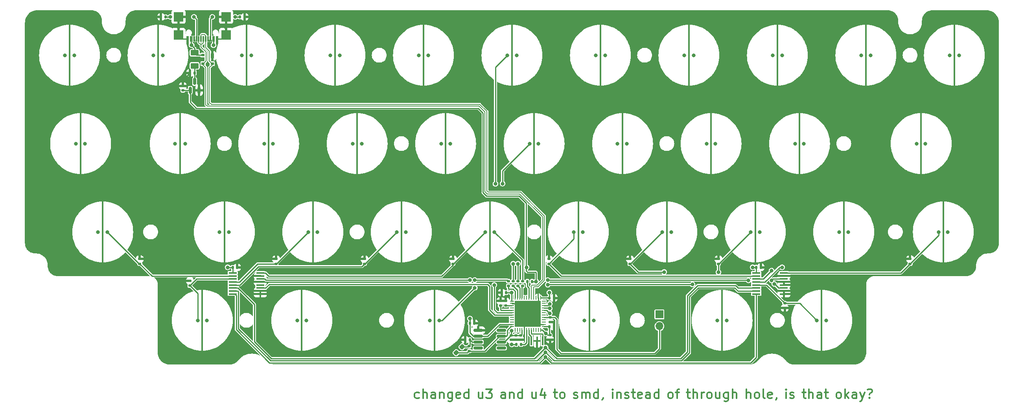
<source format=gbr>
%TF.GenerationSoftware,KiCad,Pcbnew,(7.0.0)*%
%TF.CreationDate,2023-02-16T23:07:06+01:00*%
%TF.ProjectId,travaulta simplified,74726176-6175-46c7-9461-2073696d706c,rev?*%
%TF.SameCoordinates,Original*%
%TF.FileFunction,Copper,L4,Bot*%
%TF.FilePolarity,Positive*%
%FSLAX46Y46*%
G04 Gerber Fmt 4.6, Leading zero omitted, Abs format (unit mm)*
G04 Created by KiCad (PCBNEW (7.0.0)) date 2023-02-16 23:07:06*
%MOMM*%
%LPD*%
G01*
G04 APERTURE LIST*
G04 Aperture macros list*
%AMRoundRect*
0 Rectangle with rounded corners*
0 $1 Rounding radius*
0 $2 $3 $4 $5 $6 $7 $8 $9 X,Y pos of 4 corners*
0 Add a 4 corners polygon primitive as box body*
4,1,4,$2,$3,$4,$5,$6,$7,$8,$9,$2,$3,0*
0 Add four circle primitives for the rounded corners*
1,1,$1+$1,$2,$3*
1,1,$1+$1,$4,$5*
1,1,$1+$1,$6,$7*
1,1,$1+$1,$8,$9*
0 Add four rect primitives between the rounded corners*
20,1,$1+$1,$2,$3,$4,$5,0*
20,1,$1+$1,$4,$5,$6,$7,0*
20,1,$1+$1,$6,$7,$8,$9,0*
20,1,$1+$1,$8,$9,$2,$3,0*%
%AMFreePoly0*
4,1,17,0.124698,6.656366,0.180194,6.586777,0.200000,6.500000,0.200000,-6.500000,0.180194,-6.586777,0.124698,-6.656366,0.044504,-6.694986,-0.044504,-6.694986,-0.124698,-6.656366,-0.180194,-6.586777,-0.200000,-6.500000,-0.200000,6.500000,-0.180194,6.586777,-0.124698,6.656366,-0.044504,6.694986,0.044504,6.694986,0.124698,6.656366,0.124698,6.656366,$1*%
G04 Aperture macros list end*
%ADD10C,0.300000*%
%TA.AperFunction,NonConductor*%
%ADD11C,0.300000*%
%TD*%
%TA.AperFunction,SMDPad,CuDef*%
%ADD12FreePoly0,0.000000*%
%TD*%
%TA.AperFunction,SMDPad,CuDef*%
%ADD13FreePoly0,180.000000*%
%TD*%
%TA.AperFunction,SMDPad,CuDef*%
%ADD14R,0.400000X1.900000*%
%TD*%
%TA.AperFunction,SMDPad,CuDef*%
%ADD15RoundRect,0.140000X0.140000X0.170000X-0.140000X0.170000X-0.140000X-0.170000X0.140000X-0.170000X0*%
%TD*%
%TA.AperFunction,SMDPad,CuDef*%
%ADD16RoundRect,0.140000X-0.140000X-0.170000X0.140000X-0.170000X0.140000X0.170000X-0.140000X0.170000X0*%
%TD*%
%TA.AperFunction,SMDPad,CuDef*%
%ADD17RoundRect,0.140000X-0.170000X0.140000X-0.170000X-0.140000X0.170000X-0.140000X0.170000X0.140000X0*%
%TD*%
%TA.AperFunction,SMDPad,CuDef*%
%ADD18RoundRect,0.150000X-0.825000X-0.150000X0.825000X-0.150000X0.825000X0.150000X-0.825000X0.150000X0*%
%TD*%
%TA.AperFunction,SMDPad,CuDef*%
%ADD19RoundRect,0.135000X-0.185000X0.135000X-0.185000X-0.135000X0.185000X-0.135000X0.185000X0.135000X0*%
%TD*%
%TA.AperFunction,SMDPad,CuDef*%
%ADD20RoundRect,0.135000X0.185000X-0.135000X0.185000X0.135000X-0.185000X0.135000X-0.185000X-0.135000X0*%
%TD*%
%TA.AperFunction,SMDPad,CuDef*%
%ADD21RoundRect,0.135000X-0.135000X-0.185000X0.135000X-0.185000X0.135000X0.185000X-0.135000X0.185000X0*%
%TD*%
%TA.AperFunction,SMDPad,CuDef*%
%ADD22R,1.778000X0.419100*%
%TD*%
%TA.AperFunction,SMDPad,CuDef*%
%ADD23RoundRect,0.062500X0.062500X-0.375000X0.062500X0.375000X-0.062500X0.375000X-0.062500X-0.375000X0*%
%TD*%
%TA.AperFunction,SMDPad,CuDef*%
%ADD24RoundRect,0.062500X0.375000X-0.062500X0.375000X0.062500X-0.375000X0.062500X-0.375000X-0.062500X0*%
%TD*%
%TA.AperFunction,SMDPad,CuDef*%
%ADD25R,5.600000X5.600000*%
%TD*%
%TA.AperFunction,SMDPad,CuDef*%
%ADD26RoundRect,0.140000X0.170000X-0.140000X0.170000X0.140000X-0.170000X0.140000X-0.170000X-0.140000X0*%
%TD*%
%TA.AperFunction,SMDPad,CuDef*%
%ADD27RoundRect,0.135000X0.135000X0.185000X-0.135000X0.185000X-0.135000X-0.185000X0.135000X-0.185000X0*%
%TD*%
%TA.AperFunction,SMDPad,CuDef*%
%ADD28RoundRect,0.250000X-0.625000X0.375000X-0.625000X-0.375000X0.625000X-0.375000X0.625000X0.375000X0*%
%TD*%
%TA.AperFunction,SMDPad,CuDef*%
%ADD29R,0.700000X1.000000*%
%TD*%
%TA.AperFunction,SMDPad,CuDef*%
%ADD30R,0.700000X0.600000*%
%TD*%
%TA.AperFunction,ComponentPad*%
%ADD31R,1.700000X1.700000*%
%TD*%
%TA.AperFunction,ComponentPad*%
%ADD32O,1.700000X1.700000*%
%TD*%
%TA.AperFunction,SMDPad,CuDef*%
%ADD33RoundRect,0.150000X0.150000X-0.587500X0.150000X0.587500X-0.150000X0.587500X-0.150000X-0.587500X0*%
%TD*%
%TA.AperFunction,SMDPad,CuDef*%
%ADD34RoundRect,0.237500X-0.008839X-0.344715X0.344715X0.008839X0.008839X0.344715X-0.344715X-0.008839X0*%
%TD*%
%TA.AperFunction,SMDPad,CuDef*%
%ADD35R,0.600000X1.300000*%
%TD*%
%TA.AperFunction,SMDPad,CuDef*%
%ADD36R,0.300000X1.300000*%
%TD*%
%TA.AperFunction,SMDPad,CuDef*%
%ADD37R,2.000000X2.000000*%
%TD*%
%TA.AperFunction,ViaPad*%
%ADD38C,0.800000*%
%TD*%
%TA.AperFunction,Conductor*%
%ADD39C,0.250000*%
%TD*%
%TA.AperFunction,Conductor*%
%ADD40C,0.200000*%
%TD*%
G04 APERTURE END LIST*
D10*
D11*
X129222333Y-131041523D02*
X129031857Y-131136761D01*
X129031857Y-131136761D02*
X128650904Y-131136761D01*
X128650904Y-131136761D02*
X128460428Y-131041523D01*
X128460428Y-131041523D02*
X128365190Y-130946285D01*
X128365190Y-130946285D02*
X128269952Y-130755809D01*
X128269952Y-130755809D02*
X128269952Y-130184380D01*
X128269952Y-130184380D02*
X128365190Y-129993904D01*
X128365190Y-129993904D02*
X128460428Y-129898666D01*
X128460428Y-129898666D02*
X128650904Y-129803428D01*
X128650904Y-129803428D02*
X129031857Y-129803428D01*
X129031857Y-129803428D02*
X129222333Y-129898666D01*
X130079476Y-131136761D02*
X130079476Y-129136761D01*
X130936619Y-131136761D02*
X130936619Y-130089142D01*
X130936619Y-130089142D02*
X130841381Y-129898666D01*
X130841381Y-129898666D02*
X130650905Y-129803428D01*
X130650905Y-129803428D02*
X130365190Y-129803428D01*
X130365190Y-129803428D02*
X130174714Y-129898666D01*
X130174714Y-129898666D02*
X130079476Y-129993904D01*
X132746143Y-131136761D02*
X132746143Y-130089142D01*
X132746143Y-130089142D02*
X132650905Y-129898666D01*
X132650905Y-129898666D02*
X132460429Y-129803428D01*
X132460429Y-129803428D02*
X132079476Y-129803428D01*
X132079476Y-129803428D02*
X131889000Y-129898666D01*
X132746143Y-131041523D02*
X132555667Y-131136761D01*
X132555667Y-131136761D02*
X132079476Y-131136761D01*
X132079476Y-131136761D02*
X131889000Y-131041523D01*
X131889000Y-131041523D02*
X131793762Y-130851047D01*
X131793762Y-130851047D02*
X131793762Y-130660571D01*
X131793762Y-130660571D02*
X131889000Y-130470095D01*
X131889000Y-130470095D02*
X132079476Y-130374857D01*
X132079476Y-130374857D02*
X132555667Y-130374857D01*
X132555667Y-130374857D02*
X132746143Y-130279619D01*
X133698524Y-129803428D02*
X133698524Y-131136761D01*
X133698524Y-129993904D02*
X133793762Y-129898666D01*
X133793762Y-129898666D02*
X133984238Y-129803428D01*
X133984238Y-129803428D02*
X134269953Y-129803428D01*
X134269953Y-129803428D02*
X134460429Y-129898666D01*
X134460429Y-129898666D02*
X134555667Y-130089142D01*
X134555667Y-130089142D02*
X134555667Y-131136761D01*
X136365191Y-129803428D02*
X136365191Y-131422476D01*
X136365191Y-131422476D02*
X136269953Y-131612952D01*
X136269953Y-131612952D02*
X136174715Y-131708190D01*
X136174715Y-131708190D02*
X135984238Y-131803428D01*
X135984238Y-131803428D02*
X135698524Y-131803428D01*
X135698524Y-131803428D02*
X135508048Y-131708190D01*
X136365191Y-131041523D02*
X136174715Y-131136761D01*
X136174715Y-131136761D02*
X135793762Y-131136761D01*
X135793762Y-131136761D02*
X135603286Y-131041523D01*
X135603286Y-131041523D02*
X135508048Y-130946285D01*
X135508048Y-130946285D02*
X135412810Y-130755809D01*
X135412810Y-130755809D02*
X135412810Y-130184380D01*
X135412810Y-130184380D02*
X135508048Y-129993904D01*
X135508048Y-129993904D02*
X135603286Y-129898666D01*
X135603286Y-129898666D02*
X135793762Y-129803428D01*
X135793762Y-129803428D02*
X136174715Y-129803428D01*
X136174715Y-129803428D02*
X136365191Y-129898666D01*
X138079477Y-131041523D02*
X137889001Y-131136761D01*
X137889001Y-131136761D02*
X137508048Y-131136761D01*
X137508048Y-131136761D02*
X137317572Y-131041523D01*
X137317572Y-131041523D02*
X137222334Y-130851047D01*
X137222334Y-130851047D02*
X137222334Y-130089142D01*
X137222334Y-130089142D02*
X137317572Y-129898666D01*
X137317572Y-129898666D02*
X137508048Y-129803428D01*
X137508048Y-129803428D02*
X137889001Y-129803428D01*
X137889001Y-129803428D02*
X138079477Y-129898666D01*
X138079477Y-129898666D02*
X138174715Y-130089142D01*
X138174715Y-130089142D02*
X138174715Y-130279619D01*
X138174715Y-130279619D02*
X137222334Y-130470095D01*
X139889001Y-131136761D02*
X139889001Y-129136761D01*
X139889001Y-131041523D02*
X139698525Y-131136761D01*
X139698525Y-131136761D02*
X139317572Y-131136761D01*
X139317572Y-131136761D02*
X139127096Y-131041523D01*
X139127096Y-131041523D02*
X139031858Y-130946285D01*
X139031858Y-130946285D02*
X138936620Y-130755809D01*
X138936620Y-130755809D02*
X138936620Y-130184380D01*
X138936620Y-130184380D02*
X139031858Y-129993904D01*
X139031858Y-129993904D02*
X139127096Y-129898666D01*
X139127096Y-129898666D02*
X139317572Y-129803428D01*
X139317572Y-129803428D02*
X139698525Y-129803428D01*
X139698525Y-129803428D02*
X139889001Y-129898666D01*
X142898525Y-129803428D02*
X142898525Y-131136761D01*
X142041382Y-129803428D02*
X142041382Y-130851047D01*
X142041382Y-130851047D02*
X142136620Y-131041523D01*
X142136620Y-131041523D02*
X142327096Y-131136761D01*
X142327096Y-131136761D02*
X142612811Y-131136761D01*
X142612811Y-131136761D02*
X142803287Y-131041523D01*
X142803287Y-131041523D02*
X142898525Y-130946285D01*
X143660430Y-129136761D02*
X144898525Y-129136761D01*
X144898525Y-129136761D02*
X144231858Y-129898666D01*
X144231858Y-129898666D02*
X144517573Y-129898666D01*
X144517573Y-129898666D02*
X144708049Y-129993904D01*
X144708049Y-129993904D02*
X144803287Y-130089142D01*
X144803287Y-130089142D02*
X144898525Y-130279619D01*
X144898525Y-130279619D02*
X144898525Y-130755809D01*
X144898525Y-130755809D02*
X144803287Y-130946285D01*
X144803287Y-130946285D02*
X144708049Y-131041523D01*
X144708049Y-131041523D02*
X144517573Y-131136761D01*
X144517573Y-131136761D02*
X143946144Y-131136761D01*
X143946144Y-131136761D02*
X143755668Y-131041523D01*
X143755668Y-131041523D02*
X143660430Y-130946285D01*
X147812811Y-131136761D02*
X147812811Y-130089142D01*
X147812811Y-130089142D02*
X147717573Y-129898666D01*
X147717573Y-129898666D02*
X147527097Y-129803428D01*
X147527097Y-129803428D02*
X147146144Y-129803428D01*
X147146144Y-129803428D02*
X146955668Y-129898666D01*
X147812811Y-131041523D02*
X147622335Y-131136761D01*
X147622335Y-131136761D02*
X147146144Y-131136761D01*
X147146144Y-131136761D02*
X146955668Y-131041523D01*
X146955668Y-131041523D02*
X146860430Y-130851047D01*
X146860430Y-130851047D02*
X146860430Y-130660571D01*
X146860430Y-130660571D02*
X146955668Y-130470095D01*
X146955668Y-130470095D02*
X147146144Y-130374857D01*
X147146144Y-130374857D02*
X147622335Y-130374857D01*
X147622335Y-130374857D02*
X147812811Y-130279619D01*
X148765192Y-129803428D02*
X148765192Y-131136761D01*
X148765192Y-129993904D02*
X148860430Y-129898666D01*
X148860430Y-129898666D02*
X149050906Y-129803428D01*
X149050906Y-129803428D02*
X149336621Y-129803428D01*
X149336621Y-129803428D02*
X149527097Y-129898666D01*
X149527097Y-129898666D02*
X149622335Y-130089142D01*
X149622335Y-130089142D02*
X149622335Y-131136761D01*
X151431859Y-131136761D02*
X151431859Y-129136761D01*
X151431859Y-131041523D02*
X151241383Y-131136761D01*
X151241383Y-131136761D02*
X150860430Y-131136761D01*
X150860430Y-131136761D02*
X150669954Y-131041523D01*
X150669954Y-131041523D02*
X150574716Y-130946285D01*
X150574716Y-130946285D02*
X150479478Y-130755809D01*
X150479478Y-130755809D02*
X150479478Y-130184380D01*
X150479478Y-130184380D02*
X150574716Y-129993904D01*
X150574716Y-129993904D02*
X150669954Y-129898666D01*
X150669954Y-129898666D02*
X150860430Y-129803428D01*
X150860430Y-129803428D02*
X151241383Y-129803428D01*
X151241383Y-129803428D02*
X151431859Y-129898666D01*
X154441383Y-129803428D02*
X154441383Y-131136761D01*
X153584240Y-129803428D02*
X153584240Y-130851047D01*
X153584240Y-130851047D02*
X153679478Y-131041523D01*
X153679478Y-131041523D02*
X153869954Y-131136761D01*
X153869954Y-131136761D02*
X154155669Y-131136761D01*
X154155669Y-131136761D02*
X154346145Y-131041523D01*
X154346145Y-131041523D02*
X154441383Y-130946285D01*
X156250907Y-129803428D02*
X156250907Y-131136761D01*
X155774716Y-129041523D02*
X155298526Y-130470095D01*
X155298526Y-130470095D02*
X156536621Y-130470095D01*
X158212812Y-129803428D02*
X158974716Y-129803428D01*
X158498526Y-129136761D02*
X158498526Y-130851047D01*
X158498526Y-130851047D02*
X158593764Y-131041523D01*
X158593764Y-131041523D02*
X158784240Y-131136761D01*
X158784240Y-131136761D02*
X158974716Y-131136761D01*
X159927097Y-131136761D02*
X159736621Y-131041523D01*
X159736621Y-131041523D02*
X159641383Y-130946285D01*
X159641383Y-130946285D02*
X159546145Y-130755809D01*
X159546145Y-130755809D02*
X159546145Y-130184380D01*
X159546145Y-130184380D02*
X159641383Y-129993904D01*
X159641383Y-129993904D02*
X159736621Y-129898666D01*
X159736621Y-129898666D02*
X159927097Y-129803428D01*
X159927097Y-129803428D02*
X160212812Y-129803428D01*
X160212812Y-129803428D02*
X160403288Y-129898666D01*
X160403288Y-129898666D02*
X160498526Y-129993904D01*
X160498526Y-129993904D02*
X160593764Y-130184380D01*
X160593764Y-130184380D02*
X160593764Y-130755809D01*
X160593764Y-130755809D02*
X160498526Y-130946285D01*
X160498526Y-130946285D02*
X160403288Y-131041523D01*
X160403288Y-131041523D02*
X160212812Y-131136761D01*
X160212812Y-131136761D02*
X159927097Y-131136761D01*
X162555669Y-131041523D02*
X162746145Y-131136761D01*
X162746145Y-131136761D02*
X163127097Y-131136761D01*
X163127097Y-131136761D02*
X163317574Y-131041523D01*
X163317574Y-131041523D02*
X163412812Y-130851047D01*
X163412812Y-130851047D02*
X163412812Y-130755809D01*
X163412812Y-130755809D02*
X163317574Y-130565333D01*
X163317574Y-130565333D02*
X163127097Y-130470095D01*
X163127097Y-130470095D02*
X162841383Y-130470095D01*
X162841383Y-130470095D02*
X162650907Y-130374857D01*
X162650907Y-130374857D02*
X162555669Y-130184380D01*
X162555669Y-130184380D02*
X162555669Y-130089142D01*
X162555669Y-130089142D02*
X162650907Y-129898666D01*
X162650907Y-129898666D02*
X162841383Y-129803428D01*
X162841383Y-129803428D02*
X163127097Y-129803428D01*
X163127097Y-129803428D02*
X163317574Y-129898666D01*
X164269955Y-131136761D02*
X164269955Y-129803428D01*
X164269955Y-129993904D02*
X164365193Y-129898666D01*
X164365193Y-129898666D02*
X164555669Y-129803428D01*
X164555669Y-129803428D02*
X164841384Y-129803428D01*
X164841384Y-129803428D02*
X165031860Y-129898666D01*
X165031860Y-129898666D02*
X165127098Y-130089142D01*
X165127098Y-130089142D02*
X165127098Y-131136761D01*
X165127098Y-130089142D02*
X165222336Y-129898666D01*
X165222336Y-129898666D02*
X165412812Y-129803428D01*
X165412812Y-129803428D02*
X165698526Y-129803428D01*
X165698526Y-129803428D02*
X165889003Y-129898666D01*
X165889003Y-129898666D02*
X165984241Y-130089142D01*
X165984241Y-130089142D02*
X165984241Y-131136761D01*
X167793765Y-131136761D02*
X167793765Y-129136761D01*
X167793765Y-131041523D02*
X167603289Y-131136761D01*
X167603289Y-131136761D02*
X167222336Y-131136761D01*
X167222336Y-131136761D02*
X167031860Y-131041523D01*
X167031860Y-131041523D02*
X166936622Y-130946285D01*
X166936622Y-130946285D02*
X166841384Y-130755809D01*
X166841384Y-130755809D02*
X166841384Y-130184380D01*
X166841384Y-130184380D02*
X166936622Y-129993904D01*
X166936622Y-129993904D02*
X167031860Y-129898666D01*
X167031860Y-129898666D02*
X167222336Y-129803428D01*
X167222336Y-129803428D02*
X167603289Y-129803428D01*
X167603289Y-129803428D02*
X167793765Y-129898666D01*
X168841384Y-131041523D02*
X168841384Y-131136761D01*
X168841384Y-131136761D02*
X168746146Y-131327238D01*
X168746146Y-131327238D02*
X168650908Y-131422476D01*
X170898527Y-131136761D02*
X170898527Y-129803428D01*
X170898527Y-129136761D02*
X170803289Y-129232000D01*
X170803289Y-129232000D02*
X170898527Y-129327238D01*
X170898527Y-129327238D02*
X170993765Y-129232000D01*
X170993765Y-129232000D02*
X170898527Y-129136761D01*
X170898527Y-129136761D02*
X170898527Y-129327238D01*
X171850908Y-129803428D02*
X171850908Y-131136761D01*
X171850908Y-129993904D02*
X171946146Y-129898666D01*
X171946146Y-129898666D02*
X172136622Y-129803428D01*
X172136622Y-129803428D02*
X172422337Y-129803428D01*
X172422337Y-129803428D02*
X172612813Y-129898666D01*
X172612813Y-129898666D02*
X172708051Y-130089142D01*
X172708051Y-130089142D02*
X172708051Y-131136761D01*
X173565194Y-131041523D02*
X173755670Y-131136761D01*
X173755670Y-131136761D02*
X174136622Y-131136761D01*
X174136622Y-131136761D02*
X174327099Y-131041523D01*
X174327099Y-131041523D02*
X174422337Y-130851047D01*
X174422337Y-130851047D02*
X174422337Y-130755809D01*
X174422337Y-130755809D02*
X174327099Y-130565333D01*
X174327099Y-130565333D02*
X174136622Y-130470095D01*
X174136622Y-130470095D02*
X173850908Y-130470095D01*
X173850908Y-130470095D02*
X173660432Y-130374857D01*
X173660432Y-130374857D02*
X173565194Y-130184380D01*
X173565194Y-130184380D02*
X173565194Y-130089142D01*
X173565194Y-130089142D02*
X173660432Y-129898666D01*
X173660432Y-129898666D02*
X173850908Y-129803428D01*
X173850908Y-129803428D02*
X174136622Y-129803428D01*
X174136622Y-129803428D02*
X174327099Y-129898666D01*
X174993766Y-129803428D02*
X175755670Y-129803428D01*
X175279480Y-129136761D02*
X175279480Y-130851047D01*
X175279480Y-130851047D02*
X175374718Y-131041523D01*
X175374718Y-131041523D02*
X175565194Y-131136761D01*
X175565194Y-131136761D02*
X175755670Y-131136761D01*
X177184242Y-131041523D02*
X176993766Y-131136761D01*
X176993766Y-131136761D02*
X176612813Y-131136761D01*
X176612813Y-131136761D02*
X176422337Y-131041523D01*
X176422337Y-131041523D02*
X176327099Y-130851047D01*
X176327099Y-130851047D02*
X176327099Y-130089142D01*
X176327099Y-130089142D02*
X176422337Y-129898666D01*
X176422337Y-129898666D02*
X176612813Y-129803428D01*
X176612813Y-129803428D02*
X176993766Y-129803428D01*
X176993766Y-129803428D02*
X177184242Y-129898666D01*
X177184242Y-129898666D02*
X177279480Y-130089142D01*
X177279480Y-130089142D02*
X177279480Y-130279619D01*
X177279480Y-130279619D02*
X176327099Y-130470095D01*
X178993766Y-131136761D02*
X178993766Y-130089142D01*
X178993766Y-130089142D02*
X178898528Y-129898666D01*
X178898528Y-129898666D02*
X178708052Y-129803428D01*
X178708052Y-129803428D02*
X178327099Y-129803428D01*
X178327099Y-129803428D02*
X178136623Y-129898666D01*
X178993766Y-131041523D02*
X178803290Y-131136761D01*
X178803290Y-131136761D02*
X178327099Y-131136761D01*
X178327099Y-131136761D02*
X178136623Y-131041523D01*
X178136623Y-131041523D02*
X178041385Y-130851047D01*
X178041385Y-130851047D02*
X178041385Y-130660571D01*
X178041385Y-130660571D02*
X178136623Y-130470095D01*
X178136623Y-130470095D02*
X178327099Y-130374857D01*
X178327099Y-130374857D02*
X178803290Y-130374857D01*
X178803290Y-130374857D02*
X178993766Y-130279619D01*
X180803290Y-131136761D02*
X180803290Y-129136761D01*
X180803290Y-131041523D02*
X180612814Y-131136761D01*
X180612814Y-131136761D02*
X180231861Y-131136761D01*
X180231861Y-131136761D02*
X180041385Y-131041523D01*
X180041385Y-131041523D02*
X179946147Y-130946285D01*
X179946147Y-130946285D02*
X179850909Y-130755809D01*
X179850909Y-130755809D02*
X179850909Y-130184380D01*
X179850909Y-130184380D02*
X179946147Y-129993904D01*
X179946147Y-129993904D02*
X180041385Y-129898666D01*
X180041385Y-129898666D02*
X180231861Y-129803428D01*
X180231861Y-129803428D02*
X180612814Y-129803428D01*
X180612814Y-129803428D02*
X180803290Y-129898666D01*
X183241385Y-131136761D02*
X183050909Y-131041523D01*
X183050909Y-131041523D02*
X182955671Y-130946285D01*
X182955671Y-130946285D02*
X182860433Y-130755809D01*
X182860433Y-130755809D02*
X182860433Y-130184380D01*
X182860433Y-130184380D02*
X182955671Y-129993904D01*
X182955671Y-129993904D02*
X183050909Y-129898666D01*
X183050909Y-129898666D02*
X183241385Y-129803428D01*
X183241385Y-129803428D02*
X183527100Y-129803428D01*
X183527100Y-129803428D02*
X183717576Y-129898666D01*
X183717576Y-129898666D02*
X183812814Y-129993904D01*
X183812814Y-129993904D02*
X183908052Y-130184380D01*
X183908052Y-130184380D02*
X183908052Y-130755809D01*
X183908052Y-130755809D02*
X183812814Y-130946285D01*
X183812814Y-130946285D02*
X183717576Y-131041523D01*
X183717576Y-131041523D02*
X183527100Y-131136761D01*
X183527100Y-131136761D02*
X183241385Y-131136761D01*
X184479481Y-129803428D02*
X185241385Y-129803428D01*
X184765195Y-131136761D02*
X184765195Y-129422476D01*
X184765195Y-129422476D02*
X184860433Y-129232000D01*
X184860433Y-129232000D02*
X185050909Y-129136761D01*
X185050909Y-129136761D02*
X185241385Y-129136761D01*
X186822338Y-129803428D02*
X187584242Y-129803428D01*
X187108052Y-129136761D02*
X187108052Y-130851047D01*
X187108052Y-130851047D02*
X187203290Y-131041523D01*
X187203290Y-131041523D02*
X187393766Y-131136761D01*
X187393766Y-131136761D02*
X187584242Y-131136761D01*
X188250909Y-131136761D02*
X188250909Y-129136761D01*
X189108052Y-131136761D02*
X189108052Y-130089142D01*
X189108052Y-130089142D02*
X189012814Y-129898666D01*
X189012814Y-129898666D02*
X188822338Y-129803428D01*
X188822338Y-129803428D02*
X188536623Y-129803428D01*
X188536623Y-129803428D02*
X188346147Y-129898666D01*
X188346147Y-129898666D02*
X188250909Y-129993904D01*
X190060433Y-131136761D02*
X190060433Y-129803428D01*
X190060433Y-130184380D02*
X190155671Y-129993904D01*
X190155671Y-129993904D02*
X190250909Y-129898666D01*
X190250909Y-129898666D02*
X190441385Y-129803428D01*
X190441385Y-129803428D02*
X190631862Y-129803428D01*
X191584242Y-131136761D02*
X191393766Y-131041523D01*
X191393766Y-131041523D02*
X191298528Y-130946285D01*
X191298528Y-130946285D02*
X191203290Y-130755809D01*
X191203290Y-130755809D02*
X191203290Y-130184380D01*
X191203290Y-130184380D02*
X191298528Y-129993904D01*
X191298528Y-129993904D02*
X191393766Y-129898666D01*
X191393766Y-129898666D02*
X191584242Y-129803428D01*
X191584242Y-129803428D02*
X191869957Y-129803428D01*
X191869957Y-129803428D02*
X192060433Y-129898666D01*
X192060433Y-129898666D02*
X192155671Y-129993904D01*
X192155671Y-129993904D02*
X192250909Y-130184380D01*
X192250909Y-130184380D02*
X192250909Y-130755809D01*
X192250909Y-130755809D02*
X192155671Y-130946285D01*
X192155671Y-130946285D02*
X192060433Y-131041523D01*
X192060433Y-131041523D02*
X191869957Y-131136761D01*
X191869957Y-131136761D02*
X191584242Y-131136761D01*
X193965195Y-129803428D02*
X193965195Y-131136761D01*
X193108052Y-129803428D02*
X193108052Y-130851047D01*
X193108052Y-130851047D02*
X193203290Y-131041523D01*
X193203290Y-131041523D02*
X193393766Y-131136761D01*
X193393766Y-131136761D02*
X193679481Y-131136761D01*
X193679481Y-131136761D02*
X193869957Y-131041523D01*
X193869957Y-131041523D02*
X193965195Y-130946285D01*
X195774719Y-129803428D02*
X195774719Y-131422476D01*
X195774719Y-131422476D02*
X195679481Y-131612952D01*
X195679481Y-131612952D02*
X195584243Y-131708190D01*
X195584243Y-131708190D02*
X195393766Y-131803428D01*
X195393766Y-131803428D02*
X195108052Y-131803428D01*
X195108052Y-131803428D02*
X194917576Y-131708190D01*
X195774719Y-131041523D02*
X195584243Y-131136761D01*
X195584243Y-131136761D02*
X195203290Y-131136761D01*
X195203290Y-131136761D02*
X195012814Y-131041523D01*
X195012814Y-131041523D02*
X194917576Y-130946285D01*
X194917576Y-130946285D02*
X194822338Y-130755809D01*
X194822338Y-130755809D02*
X194822338Y-130184380D01*
X194822338Y-130184380D02*
X194917576Y-129993904D01*
X194917576Y-129993904D02*
X195012814Y-129898666D01*
X195012814Y-129898666D02*
X195203290Y-129803428D01*
X195203290Y-129803428D02*
X195584243Y-129803428D01*
X195584243Y-129803428D02*
X195774719Y-129898666D01*
X196727100Y-131136761D02*
X196727100Y-129136761D01*
X197584243Y-131136761D02*
X197584243Y-130089142D01*
X197584243Y-130089142D02*
X197489005Y-129898666D01*
X197489005Y-129898666D02*
X197298529Y-129803428D01*
X197298529Y-129803428D02*
X197012814Y-129803428D01*
X197012814Y-129803428D02*
X196822338Y-129898666D01*
X196822338Y-129898666D02*
X196727100Y-129993904D01*
X199736624Y-131136761D02*
X199736624Y-129136761D01*
X200593767Y-131136761D02*
X200593767Y-130089142D01*
X200593767Y-130089142D02*
X200498529Y-129898666D01*
X200498529Y-129898666D02*
X200308053Y-129803428D01*
X200308053Y-129803428D02*
X200022338Y-129803428D01*
X200022338Y-129803428D02*
X199831862Y-129898666D01*
X199831862Y-129898666D02*
X199736624Y-129993904D01*
X201831862Y-131136761D02*
X201641386Y-131041523D01*
X201641386Y-131041523D02*
X201546148Y-130946285D01*
X201546148Y-130946285D02*
X201450910Y-130755809D01*
X201450910Y-130755809D02*
X201450910Y-130184380D01*
X201450910Y-130184380D02*
X201546148Y-129993904D01*
X201546148Y-129993904D02*
X201641386Y-129898666D01*
X201641386Y-129898666D02*
X201831862Y-129803428D01*
X201831862Y-129803428D02*
X202117577Y-129803428D01*
X202117577Y-129803428D02*
X202308053Y-129898666D01*
X202308053Y-129898666D02*
X202403291Y-129993904D01*
X202403291Y-129993904D02*
X202498529Y-130184380D01*
X202498529Y-130184380D02*
X202498529Y-130755809D01*
X202498529Y-130755809D02*
X202403291Y-130946285D01*
X202403291Y-130946285D02*
X202308053Y-131041523D01*
X202308053Y-131041523D02*
X202117577Y-131136761D01*
X202117577Y-131136761D02*
X201831862Y-131136761D01*
X203641386Y-131136761D02*
X203450910Y-131041523D01*
X203450910Y-131041523D02*
X203355672Y-130851047D01*
X203355672Y-130851047D02*
X203355672Y-129136761D01*
X205165196Y-131041523D02*
X204974720Y-131136761D01*
X204974720Y-131136761D02*
X204593767Y-131136761D01*
X204593767Y-131136761D02*
X204403291Y-131041523D01*
X204403291Y-131041523D02*
X204308053Y-130851047D01*
X204308053Y-130851047D02*
X204308053Y-130089142D01*
X204308053Y-130089142D02*
X204403291Y-129898666D01*
X204403291Y-129898666D02*
X204593767Y-129803428D01*
X204593767Y-129803428D02*
X204974720Y-129803428D01*
X204974720Y-129803428D02*
X205165196Y-129898666D01*
X205165196Y-129898666D02*
X205260434Y-130089142D01*
X205260434Y-130089142D02*
X205260434Y-130279619D01*
X205260434Y-130279619D02*
X204308053Y-130470095D01*
X206212815Y-131041523D02*
X206212815Y-131136761D01*
X206212815Y-131136761D02*
X206117577Y-131327238D01*
X206117577Y-131327238D02*
X206022339Y-131422476D01*
X208269958Y-131136761D02*
X208269958Y-129803428D01*
X208269958Y-129136761D02*
X208174720Y-129232000D01*
X208174720Y-129232000D02*
X208269958Y-129327238D01*
X208269958Y-129327238D02*
X208365196Y-129232000D01*
X208365196Y-129232000D02*
X208269958Y-129136761D01*
X208269958Y-129136761D02*
X208269958Y-129327238D01*
X209127101Y-131041523D02*
X209317577Y-131136761D01*
X209317577Y-131136761D02*
X209698529Y-131136761D01*
X209698529Y-131136761D02*
X209889006Y-131041523D01*
X209889006Y-131041523D02*
X209984244Y-130851047D01*
X209984244Y-130851047D02*
X209984244Y-130755809D01*
X209984244Y-130755809D02*
X209889006Y-130565333D01*
X209889006Y-130565333D02*
X209698529Y-130470095D01*
X209698529Y-130470095D02*
X209412815Y-130470095D01*
X209412815Y-130470095D02*
X209222339Y-130374857D01*
X209222339Y-130374857D02*
X209127101Y-130184380D01*
X209127101Y-130184380D02*
X209127101Y-130089142D01*
X209127101Y-130089142D02*
X209222339Y-129898666D01*
X209222339Y-129898666D02*
X209412815Y-129803428D01*
X209412815Y-129803428D02*
X209698529Y-129803428D01*
X209698529Y-129803428D02*
X209889006Y-129898666D01*
X211755673Y-129803428D02*
X212517577Y-129803428D01*
X212041387Y-129136761D02*
X212041387Y-130851047D01*
X212041387Y-130851047D02*
X212136625Y-131041523D01*
X212136625Y-131041523D02*
X212327101Y-131136761D01*
X212327101Y-131136761D02*
X212517577Y-131136761D01*
X213184244Y-131136761D02*
X213184244Y-129136761D01*
X214041387Y-131136761D02*
X214041387Y-130089142D01*
X214041387Y-130089142D02*
X213946149Y-129898666D01*
X213946149Y-129898666D02*
X213755673Y-129803428D01*
X213755673Y-129803428D02*
X213469958Y-129803428D01*
X213469958Y-129803428D02*
X213279482Y-129898666D01*
X213279482Y-129898666D02*
X213184244Y-129993904D01*
X215850911Y-131136761D02*
X215850911Y-130089142D01*
X215850911Y-130089142D02*
X215755673Y-129898666D01*
X215755673Y-129898666D02*
X215565197Y-129803428D01*
X215565197Y-129803428D02*
X215184244Y-129803428D01*
X215184244Y-129803428D02*
X214993768Y-129898666D01*
X215850911Y-131041523D02*
X215660435Y-131136761D01*
X215660435Y-131136761D02*
X215184244Y-131136761D01*
X215184244Y-131136761D02*
X214993768Y-131041523D01*
X214993768Y-131041523D02*
X214898530Y-130851047D01*
X214898530Y-130851047D02*
X214898530Y-130660571D01*
X214898530Y-130660571D02*
X214993768Y-130470095D01*
X214993768Y-130470095D02*
X215184244Y-130374857D01*
X215184244Y-130374857D02*
X215660435Y-130374857D01*
X215660435Y-130374857D02*
X215850911Y-130279619D01*
X216517578Y-129803428D02*
X217279482Y-129803428D01*
X216803292Y-129136761D02*
X216803292Y-130851047D01*
X216803292Y-130851047D02*
X216898530Y-131041523D01*
X216898530Y-131041523D02*
X217089006Y-131136761D01*
X217089006Y-131136761D02*
X217279482Y-131136761D01*
X219431863Y-131136761D02*
X219241387Y-131041523D01*
X219241387Y-131041523D02*
X219146149Y-130946285D01*
X219146149Y-130946285D02*
X219050911Y-130755809D01*
X219050911Y-130755809D02*
X219050911Y-130184380D01*
X219050911Y-130184380D02*
X219146149Y-129993904D01*
X219146149Y-129993904D02*
X219241387Y-129898666D01*
X219241387Y-129898666D02*
X219431863Y-129803428D01*
X219431863Y-129803428D02*
X219717578Y-129803428D01*
X219717578Y-129803428D02*
X219908054Y-129898666D01*
X219908054Y-129898666D02*
X220003292Y-129993904D01*
X220003292Y-129993904D02*
X220098530Y-130184380D01*
X220098530Y-130184380D02*
X220098530Y-130755809D01*
X220098530Y-130755809D02*
X220003292Y-130946285D01*
X220003292Y-130946285D02*
X219908054Y-131041523D01*
X219908054Y-131041523D02*
X219717578Y-131136761D01*
X219717578Y-131136761D02*
X219431863Y-131136761D01*
X220955673Y-131136761D02*
X220955673Y-129136761D01*
X221146149Y-130374857D02*
X221717578Y-131136761D01*
X221717578Y-129803428D02*
X220955673Y-130565333D01*
X223431864Y-131136761D02*
X223431864Y-130089142D01*
X223431864Y-130089142D02*
X223336626Y-129898666D01*
X223336626Y-129898666D02*
X223146150Y-129803428D01*
X223146150Y-129803428D02*
X222765197Y-129803428D01*
X222765197Y-129803428D02*
X222574721Y-129898666D01*
X223431864Y-131041523D02*
X223241388Y-131136761D01*
X223241388Y-131136761D02*
X222765197Y-131136761D01*
X222765197Y-131136761D02*
X222574721Y-131041523D01*
X222574721Y-131041523D02*
X222479483Y-130851047D01*
X222479483Y-130851047D02*
X222479483Y-130660571D01*
X222479483Y-130660571D02*
X222574721Y-130470095D01*
X222574721Y-130470095D02*
X222765197Y-130374857D01*
X222765197Y-130374857D02*
X223241388Y-130374857D01*
X223241388Y-130374857D02*
X223431864Y-130279619D01*
X224193769Y-129803428D02*
X224669959Y-131136761D01*
X225146150Y-129803428D02*
X224669959Y-131136761D01*
X224669959Y-131136761D02*
X224479483Y-131612952D01*
X224479483Y-131612952D02*
X224384245Y-131708190D01*
X224384245Y-131708190D02*
X224193769Y-131803428D01*
X226193769Y-130946285D02*
X226289007Y-131041523D01*
X226289007Y-131041523D02*
X226193769Y-131136761D01*
X226193769Y-131136761D02*
X226098531Y-131041523D01*
X226098531Y-131041523D02*
X226193769Y-130946285D01*
X226193769Y-130946285D02*
X226193769Y-131136761D01*
X225812817Y-129232000D02*
X226003293Y-129136761D01*
X226003293Y-129136761D02*
X226479484Y-129136761D01*
X226479484Y-129136761D02*
X226669960Y-129232000D01*
X226669960Y-129232000D02*
X226765198Y-129422476D01*
X226765198Y-129422476D02*
X226765198Y-129612952D01*
X226765198Y-129612952D02*
X226669960Y-129803428D01*
X226669960Y-129803428D02*
X226574722Y-129898666D01*
X226574722Y-129898666D02*
X226384245Y-129993904D01*
X226384245Y-129993904D02*
X226289007Y-130089142D01*
X226289007Y-130089142D02*
X226193769Y-130279619D01*
X226193769Y-130279619D02*
X226193769Y-130374857D01*
D12*
%TO.P,SW20,3,SG*%
%TO.N,GND*%
X211137500Y-76200000D03*
%TD*%
D13*
%TO.P,SW27,3,SG*%
%TO.N,GND*%
X163512500Y-95250000D03*
%TD*%
D12*
%TO.P,SW15,3,SG*%
%TO.N,GND*%
X115887500Y-76200000D03*
%TD*%
%TO.P,SW18,3,SG*%
%TO.N,GND*%
X173037500Y-76200000D03*
%TD*%
%TO.P,SW1,3,SG*%
%TO.N,GND*%
X53975000Y-57150000D03*
%TD*%
%TO.P,SW9,3,SG*%
%TO.N,GND*%
X206375000Y-57150000D03*
%TD*%
D13*
%TO.P,SW28,3,SG*%
%TO.N,GND*%
X182562500Y-95250000D03*
%TD*%
D12*
%TO.P,SW4,3,SG*%
%TO.N,GND*%
X111125000Y-57150000D03*
%TD*%
%TO.P,SW17,3,SG*%
%TO.N,GND*%
X153987500Y-76200000D03*
%TD*%
%TO.P,SW12,3,SG*%
%TO.N,GND*%
X56358000Y-76200000D03*
%TD*%
D13*
%TO.P,SW23,3,SG*%
%TO.N,GND*%
X87312500Y-95250000D03*
%TD*%
%TO.P,SW34,3,SG*%
%TO.N,GND*%
X132555000Y-114300000D03*
%TD*%
D12*
%TO.P,SW22,3,SG*%
%TO.N,GND*%
X61120000Y-95250000D03*
%TD*%
%TO.P,SW16,3,SG*%
%TO.N,GND*%
X134937500Y-76200000D03*
%TD*%
%TO.P,SW14,3,SG*%
%TO.N,GND*%
X96837500Y-76200000D03*
%TD*%
%TO.P,SW7,3,SG*%
%TO.N,GND*%
X168275000Y-57150000D03*
%TD*%
D13*
%TO.P,SW24,3,SG*%
%TO.N,GND*%
X106362500Y-95250000D03*
%TD*%
D12*
%TO.P,SW11,3,SG*%
%TO.N,GND*%
X244475000Y-57150000D03*
%TD*%
D13*
%TO.P,SW31,3,SG*%
%TO.N,GND*%
X242095000Y-95250000D03*
%TD*%
D12*
%TO.P,SW2,3,SG*%
%TO.N,GND*%
X73025000Y-57150000D03*
%TD*%
%TO.P,SW5,3,SG*%
%TO.N,GND*%
X130175000Y-57150000D03*
%TD*%
%TO.P,SW8,3,SG*%
%TO.N,GND*%
X187325000Y-57150000D03*
%TD*%
%TO.P,SW13,3,SG*%
%TO.N,GND*%
X77787500Y-76200000D03*
%TD*%
D13*
%TO.P,SW21,3,SG*%
%TO.N,GND*%
X237330000Y-76200000D03*
%TD*%
%TO.P,SW36,3,SG*%
%TO.N,GND*%
X194470000Y-114300000D03*
%TD*%
%TO.P,SW35,3,SG*%
%TO.N,GND*%
X165892000Y-114300000D03*
%TD*%
%TO.P,SW25,3,SG*%
%TO.N,GND*%
X125412500Y-95250000D03*
%TD*%
%TO.P,SW33,3,SG*%
%TO.N,GND*%
X103980000Y-114300000D03*
%TD*%
%TO.P,SW32,3,SG*%
%TO.N,GND*%
X82550000Y-114300000D03*
%TD*%
D12*
%TO.P,SW3,3,SG*%
%TO.N,GND*%
X92075000Y-57150000D03*
%TD*%
D13*
%TO.P,SW26,3,SG*%
%TO.N,GND*%
X144462500Y-95250000D03*
%TD*%
D12*
%TO.P,SW6,3,SG*%
%TO.N,GND*%
X149225000Y-57150000D03*
%TD*%
D13*
%TO.P,SW30,3,SG*%
%TO.N,GND*%
X220662500Y-95250000D03*
%TD*%
%TO.P,SW29,3,SG*%
%TO.N,GND*%
X201612500Y-95250000D03*
%TD*%
%TO.P,SW37,3,SG*%
%TO.N,GND*%
X215900000Y-114300000D03*
%TD*%
D12*
%TO.P,SW10,3,SG*%
%TO.N,GND*%
X225425000Y-57150000D03*
%TD*%
%TO.P,SW19,3,SG*%
%TO.N,GND*%
X192087500Y-76200000D03*
%TD*%
D14*
%TO.P,Y1,1,1*%
%TO.N,XTAL1*%
X153415999Y-118744999D03*
%TO.P,Y1,2,2*%
%TO.N,GND*%
X154615999Y-118744999D03*
%TO.P,Y1,3,3*%
%TO.N,XTAL0*%
X155815999Y-118744999D03*
%TD*%
D15*
%TO.P,C7,1*%
%TO.N,VBAT*%
X147984000Y-108331000D03*
%TO.P,C7,2*%
%TO.N,GND*%
X147024000Y-108331000D03*
%TD*%
D16*
%TO.P,C12,1*%
%TO.N,VBAT*%
X201831000Y-102870000D03*
%TO.P,C12,2*%
%TO.N,GND*%
X202791000Y-102870000D03*
%TD*%
D17*
%TO.P,C15,1*%
%TO.N,VBAT*%
X149031000Y-117540000D03*
%TO.P,C15,2*%
%TO.N,GND*%
X149031000Y-118500000D03*
%TD*%
D18*
%TO.P,U5,1*%
%TO.N,N/C*%
X141985375Y-120269000D03*
%TO.P,U5,2,IN-*%
%TO.N,Net-(JP1-B)*%
X141985375Y-118999000D03*
%TO.P,U5,3,IN+*%
%TO.N,APLEX_OUT_PIN_0*%
X141985375Y-117729000D03*
%TO.P,U5,4,V-*%
%TO.N,GND*%
X141985375Y-116459000D03*
%TO.P,U5,5*%
%TO.N,N/C*%
X146935375Y-116459000D03*
%TO.P,U5,6,OUT*%
%TO.N,ADC*%
X146935375Y-117729000D03*
%TO.P,U5,7,V+*%
%TO.N,VBAT*%
X146935375Y-118999000D03*
%TO.P,U5,8*%
%TO.N,N/C*%
X146935375Y-120269000D03*
%TD*%
D19*
%TO.P,R7,1*%
%TO.N,GND*%
X146742000Y-110107000D03*
%TO.P,R7,2*%
%TO.N,BOOT1*%
X146742000Y-111127000D03*
%TD*%
D20*
%TO.P,R11,1*%
%TO.N,COL2*%
X98425000Y-102110000D03*
%TO.P,R11,2*%
%TO.N,GND*%
X98425000Y-101090000D03*
%TD*%
D19*
%TO.P,R2,1*%
%TO.N,ROW2*%
X151511000Y-105877000D03*
%TO.P,R2,2*%
%TO.N,Net-(U1-PB15)*%
X151511000Y-106897000D03*
%TD*%
D16*
%TO.P,C9,1*%
%TO.N,VBAT*%
X157311000Y-115663994D03*
%TO.P,C9,2*%
%TO.N,GND*%
X158271000Y-115663994D03*
%TD*%
D21*
%TO.P,R4,1*%
%TO.N,Net-(U1-PA10)*%
X152525000Y-105918000D03*
%TO.P,R4,2*%
%TO.N,VBAT*%
X153545000Y-105918000D03*
%TD*%
D20*
%TO.P,R12,1*%
%TO.N,COL5*%
X157162500Y-102110000D03*
%TO.P,R12,2*%
%TO.N,GND*%
X157162500Y-101090000D03*
%TD*%
%TO.P,R15,1*%
%TO.N,COL0*%
X69088000Y-102110000D03*
%TO.P,R15,2*%
%TO.N,GND*%
X69088000Y-101090000D03*
%TD*%
D17*
%TO.P,C11,1*%
%TO.N,VBAT*%
X151063000Y-117540000D03*
%TO.P,C11,2*%
%TO.N,GND*%
X151063000Y-118500000D03*
%TD*%
D20*
%TO.P,R13,1*%
%TO.N,COL1*%
X79883000Y-106809000D03*
%TO.P,R13,2*%
%TO.N,GND*%
X79883000Y-105789000D03*
%TD*%
D16*
%TO.P,C8,1*%
%TO.N,VBAT*%
X157311000Y-109474000D03*
%TO.P,C8,2*%
%TO.N,GND*%
X158271000Y-109474000D03*
%TD*%
D20*
%TO.P,R10,1*%
%TO.N,COL6*%
X174625000Y-102110000D03*
%TO.P,R10,2*%
%TO.N,GND*%
X174625000Y-101090000D03*
%TD*%
D22*
%TO.P,U3,1,A4*%
%TO.N,COL9*%
X207761839Y-104089199D03*
%TO.P,U3,2,A6*%
%TO.N,GND*%
X207761839Y-104739439D03*
%TO.P,U3,3,A*%
%TO.N,APLEX_OUT_PIN_0*%
X207761839Y-105389679D03*
%TO.P,U3,4,A7*%
%TO.N,GND*%
X207761839Y-106039919D03*
%TO.P,U3,5,A5*%
X207761839Y-106685079D03*
%TO.P,U3,6,~{E}*%
%TO.N,APLEX_EN_PIN_1*%
X207761839Y-107335319D03*
%TO.P,U3,7,VEE*%
%TO.N,GND*%
X207761839Y-107985559D03*
%TO.P,U3,8,GND*%
X207761839Y-108635799D03*
%TO.P,U3,9,S2*%
%TO.N,AMUX_SEL_2*%
X201813159Y-108635799D03*
%TO.P,U3,10,S1*%
%TO.N,AMUX_SEL_1*%
X201813159Y-107985559D03*
%TO.P,U3,11,S0*%
%TO.N,AMUX_SEL_0*%
X201813159Y-107335319D03*
%TO.P,U3,12,A3*%
%TO.N,COL8*%
X201813159Y-106685079D03*
%TO.P,U3,13,A0*%
%TO.N,COL7*%
X201813159Y-106039919D03*
%TO.P,U3,14,A1*%
%TO.N,COL6*%
X201813159Y-105389679D03*
%TO.P,U3,15,A2*%
%TO.N,COL5*%
X201813159Y-104739439D03*
%TO.P,U3,16,VCC*%
%TO.N,VBAT*%
X201813159Y-104089199D03*
%TD*%
D23*
%TO.P,U1,1,VBAT*%
%TO.N,VBAT*%
X155396000Y-116340500D03*
%TO.P,U1,2,PC13*%
%TO.N,unconnected-(U1-PC13-Pad2)*%
X154896000Y-116340500D03*
%TO.P,U1,3,PC14*%
%TO.N,unconnected-(U1-PC14-Pad3)*%
X154396000Y-116340500D03*
%TO.P,U1,4,PC15*%
%TO.N,unconnected-(U1-PC15-Pad4)*%
X153896000Y-116340500D03*
%TO.P,U1,5,PH0*%
%TO.N,XTAL0*%
X153396000Y-116340500D03*
%TO.P,U1,6,PH1*%
%TO.N,XTAL1*%
X152896000Y-116340500D03*
%TO.P,U1,7,NRST*%
%TO.N,NRST*%
X152396000Y-116340500D03*
%TO.P,U1,8,VSSA*%
%TO.N,GND*%
X151896000Y-116340500D03*
%TO.P,U1,9,VDDA*%
%TO.N,VBAT*%
X151396000Y-116340500D03*
%TO.P,U1,10,PA0*%
%TO.N,unconnected-(U1-PA0-Pad10)*%
X150896000Y-116340500D03*
%TO.P,U1,11,PA1*%
%TO.N,unconnected-(U1-PA1-Pad11)*%
X150396000Y-116340500D03*
%TO.P,U1,12,PA2*%
%TO.N,unconnected-(U1-PA2-Pad12)*%
X149896000Y-116340500D03*
D24*
%TO.P,U1,13,PA3*%
%TO.N,ADC*%
X149208500Y-115653000D03*
%TO.P,U1,14,PA4*%
%TO.N,APLEX_OUT_PIN_0*%
X149208500Y-115153000D03*
%TO.P,U1,15,PA5*%
%TO.N,unconnected-(U1-PA5-Pad15)*%
X149208500Y-114653000D03*
%TO.P,U1,16,PA6*%
%TO.N,unconnected-(U1-PA6-Pad16)*%
X149208500Y-114153000D03*
%TO.P,U1,17,PA7*%
%TO.N,unconnected-(U1-PA7-Pad17)*%
X149208500Y-113653000D03*
%TO.P,U1,18,PB0*%
%TO.N,APLEX_EN_PIN_0*%
X149208500Y-113153000D03*
%TO.P,U1,19,PB1*%
%TO.N,APLEX_EN_PIN_1*%
X149208500Y-112653000D03*
%TO.P,U1,20,PB2*%
%TO.N,BOOT1*%
X149208500Y-112153000D03*
%TO.P,U1,21,PB10*%
%TO.N,unconnected-(U1-PB10-Pad21)*%
X149208500Y-111653000D03*
%TO.P,U1,22,VCAP1*%
%TO.N,Net-(U1-VCAP1)*%
X149208500Y-111153000D03*
%TO.P,U1,23,VSS*%
%TO.N,GND*%
X149208500Y-110653000D03*
%TO.P,U1,24,VDD*%
%TO.N,VBAT*%
X149208500Y-110153000D03*
D23*
%TO.P,U1,25,PB12*%
%TO.N,Net-(U1-PB12)*%
X149896000Y-109465500D03*
%TO.P,U1,26,PB13*%
%TO.N,Net-(U1-PB13)*%
X150396000Y-109465500D03*
%TO.P,U1,27,PB14*%
%TO.N,Net-(U1-PB14)*%
X150896000Y-109465500D03*
%TO.P,U1,28,PB15*%
%TO.N,Net-(U1-PB15)*%
X151396000Y-109465500D03*
%TO.P,U1,29,PA8*%
%TO.N,unconnected-(U1-PA8-Pad29)*%
X151896000Y-109465500D03*
%TO.P,U1,30,PA9*%
%TO.N,unconnected-(U1-PA9-Pad30)*%
X152396000Y-109465500D03*
%TO.P,U1,31,PA10*%
%TO.N,Net-(U1-PA10)*%
X152896000Y-109465500D03*
%TO.P,U1,32,PA11*%
%TO.N,D-*%
X153396000Y-109465500D03*
%TO.P,U1,33,PA12*%
%TO.N,D+*%
X153896000Y-109465500D03*
%TO.P,U1,34,PA13*%
%TO.N,SWDIO*%
X154396000Y-109465500D03*
%TO.P,U1,35,VSS*%
%TO.N,GND*%
X154896000Y-109465500D03*
%TO.P,U1,36,VDD*%
%TO.N,VBAT*%
X155396000Y-109465500D03*
D24*
%TO.P,U1,37,PA14*%
%TO.N,SWCLK*%
X156083500Y-110153000D03*
%TO.P,U1,38,PA15*%
%TO.N,unconnected-(U1-PA15-Pad38)*%
X156083500Y-110653000D03*
%TO.P,U1,39,PB3*%
%TO.N,AMUX_SEL_2*%
X156083500Y-111153000D03*
%TO.P,U1,40,PB4*%
%TO.N,AMUX_SEL_1*%
X156083500Y-111653000D03*
%TO.P,U1,41,PB5*%
%TO.N,AMUX_SEL_0*%
X156083500Y-112153000D03*
%TO.P,U1,42,PB6*%
%TO.N,unconnected-(U1-PB6-Pad42)*%
X156083500Y-112653000D03*
%TO.P,U1,43,PB7*%
%TO.N,unconnected-(U1-PB7-Pad43)*%
X156083500Y-113153000D03*
%TO.P,U1,44,BOOT0*%
%TO.N,BOOT0*%
X156083500Y-113653000D03*
%TO.P,U1,45,PB8*%
%TO.N,unconnected-(U1-PB8-Pad45)*%
X156083500Y-114153000D03*
%TO.P,U1,46,PB9*%
%TO.N,unconnected-(U1-PB9-Pad46)*%
X156083500Y-114653000D03*
%TO.P,U1,47,VSS*%
%TO.N,GND*%
X156083500Y-115153000D03*
%TO.P,U1,48,VDD*%
%TO.N,VBAT*%
X156083500Y-115653000D03*
D25*
%TO.P,U1,49,VSS*%
%TO.N,GND*%
X152645999Y-112902999D03*
%TD*%
D20*
%TO.P,R1,1*%
%TO.N,Net-(U1-PB12)*%
X148463000Y-106897000D03*
%TO.P,R1,2*%
%TO.N,ROW3*%
X148463000Y-105877000D03*
%TD*%
%TO.P,R16,1*%
%TO.N,COL9*%
X234950000Y-102110000D03*
%TO.P,R16,2*%
%TO.N,GND*%
X234950000Y-101090000D03*
%TD*%
D15*
%TO.P,C14,1*%
%TO.N,GND*%
X141130375Y-114935000D03*
%TO.P,C14,2*%
%TO.N,APLEX_OUT_PIN_0*%
X140170375Y-114935000D03*
%TD*%
D20*
%TO.P,R9,1*%
%TO.N,Net-(U1-PB13)*%
X149479000Y-106897000D03*
%TO.P,R9,2*%
%TO.N,ROW0*%
X149479000Y-105877000D03*
%TD*%
D16*
%TO.P,C13,1*%
%TO.N,VBAT*%
X89107153Y-102878779D03*
%TO.P,C13,2*%
%TO.N,GND*%
X90067153Y-102878779D03*
%TD*%
D19*
%TO.P,R21,1*%
%TO.N,Net-(JP1-B)*%
X140015375Y-119886000D03*
%TO.P,R21,2*%
%TO.N,ADC*%
X140015375Y-120906000D03*
%TD*%
D26*
%TO.P,C5,1*%
%TO.N,VBAT*%
X78359000Y-64742000D03*
%TO.P,C5,2*%
%TO.N,GND*%
X78359000Y-63782000D03*
%TD*%
D20*
%TO.P,R20,1*%
%TO.N,COL7*%
X193675000Y-102110000D03*
%TO.P,R20,2*%
%TO.N,GND*%
X193675000Y-101090000D03*
%TD*%
D27*
%TO.P,R23,1*%
%TO.N,Net-(JP1-B)*%
X140144375Y-118491000D03*
%TO.P,R23,2*%
%TO.N,GND*%
X139124375Y-118491000D03*
%TD*%
D19*
%TO.P,R14,1*%
%TO.N,COL8*%
X207962500Y-110615000D03*
%TO.P,R14,2*%
%TO.N,GND*%
X207962500Y-111635000D03*
%TD*%
D21*
%TO.P,R6,1*%
%TO.N,VBAT*%
X150169000Y-119507000D03*
%TO.P,R6,2*%
%TO.N,NRST*%
X151189000Y-119507000D03*
%TD*%
D28*
%TO.P,F_USBC1,1*%
%TO.N,VCC*%
X80899000Y-56639000D03*
%TO.P,F_USBC1,2*%
%TO.N,+5V*%
X80899000Y-59439000D03*
%TD*%
D29*
%TO.P,D1,1,GND*%
%TO.N,GND*%
X84692999Y-57288999D03*
D30*
%TO.P,D1,2,I/O1*%
%TO.N,D+*%
X84692999Y-58988999D03*
%TO.P,D1,3,I/O2*%
%TO.N,D-*%
X82692999Y-58988999D03*
%TO.P,D1,4,VCC*%
%TO.N,VCC*%
X82692999Y-57088999D03*
%TD*%
D21*
%TO.P,R18,1*%
%TO.N,GND*%
X73658000Y-48895000D03*
%TO.P,R18,2*%
%TO.N,Net-(USB1-CC1)*%
X74678000Y-48895000D03*
%TD*%
D19*
%TO.P,R3,1*%
%TO.N,BOOT0*%
X157410000Y-113663000D03*
%TO.P,R3,2*%
%TO.N,GND*%
X157410000Y-114683000D03*
%TD*%
%TO.P,R8,1*%
%TO.N,ROW1*%
X150495000Y-105877000D03*
%TO.P,R8,2*%
%TO.N,Net-(U1-PB14)*%
X150495000Y-106897000D03*
%TD*%
D26*
%TO.P,C1,1*%
%TO.N,Net-(U1-VCAP1)*%
X147885000Y-111097000D03*
%TO.P,C1,2*%
%TO.N,GND*%
X147885000Y-110137000D03*
%TD*%
D15*
%TO.P,C4,1*%
%TO.N,+5V*%
X80871000Y-60960000D03*
%TO.P,C4,2*%
%TO.N,GND*%
X79911000Y-60960000D03*
%TD*%
D22*
%TO.P,U4,1,A4*%
%TO.N,COL4*%
X95049339Y-104089199D03*
%TO.P,U4,2,A6*%
%TO.N,GND*%
X95049339Y-104739439D03*
%TO.P,U4,3,A*%
%TO.N,APLEX_OUT_PIN_0*%
X95049339Y-105389679D03*
%TO.P,U4,4,A7*%
%TO.N,GND*%
X95049339Y-106039919D03*
%TO.P,U4,5,A5*%
%TO.N,unconnected-(U4-A5-Pad5)*%
X95049339Y-106685079D03*
%TO.P,U4,6,~{E}*%
%TO.N,APLEX_EN_PIN_0*%
X95049339Y-107335319D03*
%TO.P,U4,7,VEE*%
%TO.N,GND*%
X95049339Y-107985559D03*
%TO.P,U4,8,GND*%
X95049339Y-108635799D03*
%TO.P,U4,9,S2*%
%TO.N,AMUX_SEL_2*%
X89100659Y-108635799D03*
%TO.P,U4,10,S1*%
%TO.N,AMUX_SEL_1*%
X89100659Y-107985559D03*
%TO.P,U4,11,S0*%
%TO.N,AMUX_SEL_0*%
X89100659Y-107335319D03*
%TO.P,U4,12,A3*%
%TO.N,COL3*%
X89100659Y-106685079D03*
%TO.P,U4,13,A0*%
%TO.N,COL2*%
X89100659Y-106039919D03*
%TO.P,U4,14,A1*%
%TO.N,COL1*%
X89100659Y-105389679D03*
%TO.P,U4,15,A2*%
%TO.N,COL0*%
X89100659Y-104739439D03*
%TO.P,U4,16,VCC*%
%TO.N,VBAT*%
X89100659Y-104089199D03*
%TD*%
D31*
%TO.P,SW38,1,A*%
%TO.N,VBAT*%
X180974999Y-113024999D03*
D32*
%TO.P,SW38,2,B*%
%TO.N,BOOT0*%
X180974999Y-115564999D03*
%TD*%
D17*
%TO.P,C6,1*%
%TO.N,VBAT*%
X157410000Y-117503000D03*
%TO.P,C6,2*%
%TO.N,GND*%
X157410000Y-118463000D03*
%TD*%
D33*
%TO.P,U2,1,GND*%
%TO.N,GND*%
X81849000Y-64691500D03*
%TO.P,U2,2,VO*%
%TO.N,VBAT*%
X79949000Y-64691500D03*
%TO.P,U2,3,VI*%
%TO.N,+5V*%
X80899000Y-62816500D03*
%TD*%
D34*
%TO.P,JP1,1,A*%
%TO.N,ADC*%
X137211140Y-121295235D03*
%TO.P,JP1,2,B*%
%TO.N,Net-(JP1-B)*%
X138501610Y-120004765D03*
%TD*%
D35*
%TO.P,USB1,1,GND*%
%TO.N,GND*%
X79349999Y-53623999D03*
%TO.P,USB1,2,VBUS*%
%TO.N,VCC*%
X80149999Y-53623999D03*
D36*
%TO.P,USB1,3,SBU2*%
%TO.N,unconnected-(USB1-SBU2-Pad3)*%
X80799999Y-53623999D03*
%TO.P,USB1,4,CC1*%
%TO.N,Net-(USB1-CC1)*%
X81299999Y-53623999D03*
%TO.P,USB1,5,DN2*%
%TO.N,D-*%
X81799999Y-53623999D03*
%TO.P,USB1,6,DP1*%
%TO.N,D+*%
X82299999Y-53623999D03*
%TO.P,USB1,7,DN1*%
%TO.N,D-*%
X82799999Y-53623999D03*
%TO.P,USB1,8,DP2*%
%TO.N,D+*%
X83299999Y-53623999D03*
%TO.P,USB1,9,SBU1*%
%TO.N,unconnected-(USB1-SBU1-Pad9)*%
X83799999Y-53623999D03*
%TO.P,USB1,10,CC2*%
%TO.N,Net-(USB1-CC2)*%
X84299999Y-53623999D03*
D35*
%TO.P,USB1,11,VBUS*%
%TO.N,VCC*%
X84949999Y-53623999D03*
%TO.P,USB1,12,GND*%
%TO.N,GND*%
X85749999Y-53623999D03*
D37*
%TO.P,USB1,13,SHIELD*%
X77429999Y-48863999D03*
X77429999Y-52763999D03*
X87669999Y-48863999D03*
X87669999Y-52763999D03*
%TD*%
D20*
%TO.P,R19,1*%
%TO.N,COL4*%
X136525000Y-102110000D03*
%TO.P,R19,2*%
%TO.N,GND*%
X136525000Y-101090000D03*
%TD*%
D21*
%TO.P,R24,1*%
%TO.N,Net-(USB1-CC2)*%
X90676000Y-48895000D03*
%TO.P,R24,2*%
%TO.N,GND*%
X91696000Y-48895000D03*
%TD*%
D17*
%TO.P,C10,1*%
%TO.N,VBAT*%
X150047000Y-117540000D03*
%TO.P,C10,2*%
%TO.N,GND*%
X150047000Y-118500000D03*
%TD*%
D20*
%TO.P,R17,1*%
%TO.N,COL3*%
X117475000Y-102110000D03*
%TO.P,R17,2*%
%TO.N,GND*%
X117475000Y-101090000D03*
%TD*%
D38*
%TO.N,GND*%
X74295000Y-91313000D03*
X188214000Y-122174000D03*
X151003000Y-99314000D03*
X248920000Y-88900000D03*
X92710000Y-106934000D03*
X196342000Y-86741000D03*
X97028000Y-101346000D03*
X177165000Y-109855000D03*
X101727000Y-69469000D03*
X106807000Y-107315000D03*
X85217000Y-50546000D03*
X233934000Y-67691000D03*
X87249000Y-80010000D03*
X79375000Y-103759000D03*
X146939000Y-121666000D03*
X47117000Y-76200000D03*
X131445000Y-101854000D03*
X169545000Y-103632000D03*
X196342000Y-84709000D03*
X77430000Y-51094000D03*
X112268000Y-107315000D03*
X232156000Y-86741000D03*
X182499000Y-80010000D03*
X77343000Y-105791000D03*
X76327000Y-67818000D03*
X186055000Y-120904000D03*
X113284000Y-114300000D03*
X215773000Y-67691000D03*
X171831000Y-101981000D03*
X195072000Y-67691000D03*
X144653000Y-76200000D03*
X251079000Y-76200000D03*
X114681000Y-103886000D03*
X82550000Y-86741000D03*
X142113000Y-110617000D03*
X231521000Y-99314000D03*
X160909000Y-107315000D03*
X114554000Y-101727000D03*
X231902000Y-67691000D03*
X118999000Y-65786000D03*
X189357000Y-103759000D03*
X75819000Y-120777000D03*
X137668000Y-65659000D03*
X84582000Y-86741000D03*
X173101000Y-95250000D03*
X141859000Y-80010000D03*
X120904000Y-107315000D03*
X152584000Y-112903000D03*
X144460375Y-118364000D03*
X47371000Y-50800000D03*
X99695000Y-65786000D03*
X210820000Y-103251000D03*
X199263000Y-122174000D03*
X195072000Y-65659000D03*
X231902000Y-65659000D03*
X234950000Y-61087000D03*
X144653000Y-65659000D03*
X139700000Y-57150000D03*
X153035000Y-101981000D03*
X233934000Y-65659000D03*
X139954000Y-65659000D03*
X139192000Y-86741000D03*
X232156000Y-84709000D03*
X66294000Y-86868000D03*
X158750000Y-57150000D03*
X123571000Y-107315000D03*
X215900000Y-57150000D03*
X62103000Y-67691000D03*
X187325000Y-102108000D03*
X213741000Y-67691000D03*
X196850000Y-57150000D03*
X106426000Y-76200000D03*
X153289000Y-120777000D03*
X123190000Y-103886000D03*
X159004000Y-110744000D03*
X198374000Y-86741000D03*
X138303000Y-101981000D03*
X120904000Y-101727000D03*
X158623000Y-67691000D03*
X174625000Y-103632000D03*
X144653000Y-72517000D03*
X125349000Y-80010000D03*
X109855000Y-121666000D03*
X177800000Y-53213000D03*
X213741000Y-65659000D03*
X251079000Y-50800000D03*
X164592000Y-103759000D03*
X101092000Y-84709000D03*
X179197000Y-84709000D03*
X197104000Y-65659000D03*
X82550000Y-84709000D03*
X82169000Y-60960000D03*
X101092000Y-86741000D03*
X101092000Y-101600000D03*
X134874000Y-95250000D03*
X85217000Y-60960000D03*
X103124000Y-84709000D03*
X215265000Y-86741000D03*
X160909000Y-103632000D03*
X60071000Y-67691000D03*
X133985000Y-101727000D03*
X133985000Y-103886000D03*
X51435000Y-95250000D03*
X96774000Y-95250000D03*
X251206000Y-63500000D03*
X101092000Y-103886000D03*
X222758000Y-120650000D03*
X244094000Y-69723000D03*
X201041000Y-121920000D03*
X77343000Y-103759000D03*
X177165000Y-86741000D03*
X121031000Y-69469000D03*
X246761000Y-85725000D03*
X49530000Y-69850000D03*
X139065000Y-107315000D03*
X137287000Y-103886000D03*
X158496000Y-101981000D03*
X112268000Y-103886000D03*
X139954000Y-69469000D03*
X62103000Y-65659000D03*
X87249000Y-72644000D03*
X79883000Y-50546000D03*
X106299000Y-103886000D03*
X101727000Y-65786000D03*
X153924000Y-87757000D03*
X192151000Y-99314000D03*
X145415000Y-114935000D03*
X78359000Y-65786000D03*
X228473000Y-103124000D03*
X66294000Y-84836000D03*
X76327000Y-65786000D03*
X121031000Y-65786000D03*
X120142000Y-84709000D03*
X156591000Y-65659000D03*
X234950000Y-53340000D03*
X151257000Y-120777000D03*
X149098000Y-120777000D03*
X158623000Y-86741000D03*
X95377000Y-101346000D03*
X182499000Y-72390000D03*
X114681000Y-107315000D03*
X210820000Y-105664000D03*
X234188000Y-86741000D03*
X64262000Y-86868000D03*
X141224000Y-84709000D03*
X84582000Y-84709000D03*
X75819000Y-107950000D03*
X209423000Y-102870000D03*
X144399000Y-121793000D03*
X64262000Y-84836000D03*
X212979000Y-105664000D03*
X175895000Y-101981000D03*
X207391000Y-101473000D03*
X94996000Y-114300000D03*
X86741000Y-103759000D03*
X160655000Y-84709000D03*
X115824000Y-99314000D03*
X249174000Y-85725000D03*
X187325000Y-103759000D03*
X122174000Y-86741000D03*
X131445000Y-103886000D03*
X195326000Y-102108000D03*
X209804000Y-108712000D03*
X86741000Y-106299000D03*
X141859000Y-72517000D03*
X91948000Y-116459000D03*
X122174000Y-84709000D03*
X68453000Y-76200000D03*
X215773000Y-65659000D03*
X201676000Y-76200000D03*
X158623000Y-84709000D03*
X91948000Y-119761000D03*
X192024000Y-91313000D03*
X157734000Y-103759000D03*
X120650000Y-53213000D03*
X77851000Y-95250000D03*
X91948000Y-111506000D03*
X79883000Y-68707000D03*
X224282000Y-80137000D03*
X192151000Y-103759000D03*
X215265000Y-84709000D03*
X115824000Y-91313000D03*
X213106000Y-103251000D03*
X175768000Y-67691000D03*
X160655000Y-86741000D03*
X147066000Y-107315000D03*
X179197000Y-86741000D03*
X232918000Y-102743000D03*
X85725000Y-64135000D03*
X120650000Y-60960000D03*
X92710000Y-101600000D03*
X142240000Y-114935000D03*
X171831000Y-103632000D03*
X180086000Y-107442000D03*
X141224000Y-86741000D03*
X177800000Y-65659000D03*
X183388000Y-109855000D03*
X222758000Y-107823000D03*
X144653000Y-67691000D03*
X229235000Y-95250000D03*
X158623000Y-65659000D03*
X85725000Y-65786000D03*
X146685000Y-65659000D03*
X65659000Y-76200000D03*
X147896567Y-109273002D03*
X141986000Y-121793000D03*
X120904000Y-103886000D03*
X101600000Y-57150000D03*
X112522000Y-121666000D03*
X169545000Y-101981000D03*
X103124000Y-86741000D03*
X182118000Y-107442000D03*
X243967000Y-85725000D03*
X82550000Y-48260000D03*
X224282000Y-72390000D03*
X157734000Y-107315000D03*
X125349000Y-72517000D03*
X198374000Y-84709000D03*
X156591000Y-67691000D03*
X225933000Y-103124000D03*
X185166000Y-114300000D03*
X157099000Y-99314000D03*
X98425000Y-103886000D03*
X163576000Y-76200000D03*
X99949000Y-69342000D03*
X153288724Y-110807639D03*
X153924000Y-99314000D03*
X240538000Y-86741000D03*
X74295000Y-99314000D03*
X202946000Y-110490000D03*
X139319000Y-103886000D03*
X98425000Y-107315000D03*
X144653000Y-80010000D03*
X251079000Y-95123000D03*
X148209000Y-101981000D03*
X98806000Y-50800000D03*
X211201000Y-95250000D03*
X235458000Y-103251000D03*
X231521000Y-91186000D03*
X234188000Y-84709000D03*
X146685000Y-72517000D03*
X153924000Y-91313000D03*
X177165000Y-84709000D03*
X101219000Y-107315000D03*
X78359000Y-67818000D03*
X217297000Y-84709000D03*
X146685000Y-80010000D03*
X139192000Y-84709000D03*
X112268000Y-101727000D03*
X189357000Y-102108000D03*
X120142000Y-86741000D03*
X174625000Y-107315000D03*
X186817000Y-107569000D03*
X150550100Y-110815963D03*
X177800000Y-67691000D03*
X143383000Y-107315000D03*
X203962000Y-108331000D03*
X227965000Y-76200000D03*
X203835000Y-114300000D03*
X88773000Y-121920000D03*
X217297000Y-86741000D03*
X246761000Y-76200000D03*
X175768000Y-65659000D03*
X160020000Y-120396000D03*
X146685000Y-67691000D03*
X54356000Y-88900000D03*
X197104000Y-67691000D03*
X177800000Y-60960000D03*
X60071000Y-65659000D03*
X153346000Y-115062000D03*
X87574594Y-51118752D03*
X82931000Y-69723000D03*
X154940000Y-101981000D03*
X177165000Y-119126000D03*
X150425000Y-115062000D03*
%TO.N,VCC*%
X84963000Y-54991000D03*
X80264000Y-54991000D03*
%TO.N,APLEX_OUT_PIN_0*%
X156902500Y-105624500D03*
X140208000Y-105624500D03*
X200152000Y-105695500D03*
X205105000Y-105664000D03*
X140168363Y-113895367D03*
%TO.N,ROW0*%
X243459000Y-57150000D03*
X110109000Y-57150000D03*
X186309000Y-57150000D03*
X145669000Y-84875500D03*
X148209000Y-57150000D03*
X167259000Y-57150000D03*
X224409000Y-57150000D03*
X129159000Y-57150000D03*
X72009000Y-57150000D03*
X52959000Y-57150000D03*
X91059000Y-57150000D03*
X149495497Y-102108000D03*
X205359000Y-57150000D03*
%TO.N,ROW1*%
X55372000Y-76200000D03*
X191135000Y-76200000D03*
X133985000Y-76200000D03*
X147193000Y-84836000D03*
X76708000Y-76200000D03*
X153035000Y-76200000D03*
X210185000Y-76200000D03*
X171958000Y-76200000D03*
X114935000Y-76200000D03*
X150495000Y-102108000D03*
X238252000Y-76200000D03*
X95885000Y-76200000D03*
%TO.N,VBAT*%
X149155000Y-108331000D03*
X149158000Y-116524000D03*
X156556000Y-117129000D03*
X152360500Y-102870000D03*
X88011000Y-102870000D03*
X149189578Y-119489093D03*
X157291782Y-108302925D03*
X201041000Y-102870000D03*
X154432000Y-105918000D03*
%TO.N,COL0*%
X62103000Y-95250000D03*
X54991000Y-57150000D03*
X57277000Y-76200000D03*
%TO.N,COL1*%
X74041000Y-57150000D03*
X81550000Y-114300000D03*
X86233000Y-95250000D03*
X78867000Y-76200000D03*
%TO.N,COL2*%
X93075000Y-57150000D03*
X105362500Y-95250000D03*
X97790000Y-76200000D03*
X102980000Y-114300000D03*
%TO.N,COL3*%
X124412500Y-95250000D03*
X116887500Y-76200000D03*
X131555000Y-114300000D03*
X112125000Y-57150000D03*
%TO.N,COL4*%
X143462500Y-95250000D03*
X135937500Y-76200000D03*
X131175000Y-57150000D03*
%TO.N,COL5*%
X150241000Y-57150000D03*
X162512500Y-95250000D03*
X164846000Y-114300000D03*
X154940000Y-76200000D03*
%TO.N,COL6*%
X169291000Y-57150000D03*
X181991000Y-103886000D03*
X173990000Y-76200000D03*
X181562500Y-95250000D03*
X205124596Y-103594500D03*
%TO.N,COL7*%
X188325000Y-57150000D03*
X200612500Y-95250000D03*
X207391000Y-102870000D03*
X193421000Y-114300000D03*
X193675000Y-103925500D03*
X193040000Y-76200000D03*
%TO.N,COL8*%
X207391000Y-57150000D03*
X214884000Y-114300000D03*
X219662500Y-95250000D03*
X212090000Y-76200000D03*
%TO.N,COL9*%
X241095000Y-95250000D03*
X226441000Y-57150000D03*
X245491000Y-57150000D03*
X236347000Y-76200000D03*
%TO.N,ROW2*%
X164512500Y-95250000D03*
X221662500Y-95250000D03*
X126412500Y-95250000D03*
X243078000Y-95250000D03*
X202612500Y-95250000D03*
X107362500Y-95250000D03*
X145462500Y-95250000D03*
X60071000Y-95250000D03*
X88312500Y-95250000D03*
X183562500Y-95250000D03*
%TO.N,ROW3*%
X104980000Y-114300000D03*
X195453000Y-114300000D03*
X216916000Y-114300000D03*
X141224000Y-107277500D03*
X166878000Y-114300000D03*
X133555000Y-114300000D03*
X83550000Y-114300000D03*
X141224000Y-105625000D03*
%TO.N,Net-(USB1-CC1)*%
X80772000Y-48895000D03*
X75692000Y-48895000D03*
%TO.N,Net-(USB1-CC2)*%
X89662000Y-48895000D03*
X84709000Y-48895000D03*
%TO.N,AMUX_SEL_2*%
X156464000Y-122213500D03*
X157353000Y-110744000D03*
%TO.N,AMUX_SEL_1*%
X157357299Y-111755701D03*
X156468299Y-121162299D03*
%TO.N,AMUX_SEL_0*%
X157353000Y-112776000D03*
X156464000Y-120142000D03*
%TO.N,APLEX_EN_PIN_1*%
X205729384Y-106444481D03*
X188087000Y-106564180D03*
X156939065Y-106623334D03*
X145415000Y-106680000D03*
%TD*%
D39*
%TO.N,GND*%
X85750000Y-53624000D02*
X86810000Y-53624000D01*
X157410000Y-114683000D02*
X158047000Y-114683000D01*
X86810000Y-53624000D02*
X87670000Y-52764000D01*
X151896000Y-113591000D02*
X152584000Y-112903000D01*
X87574594Y-51125594D02*
X87574594Y-51118752D01*
X77430000Y-52764000D02*
X77430000Y-51094000D01*
X151896000Y-116340500D02*
X151896000Y-113591000D01*
X154851186Y-115157180D02*
X154701186Y-115007180D01*
X78290000Y-53624000D02*
X77430000Y-52764000D01*
X149040000Y-118491000D02*
X149031000Y-118500000D01*
X154889279Y-109405399D02*
X154889279Y-110592899D01*
X152646000Y-112903000D02*
X152637137Y-112903000D01*
X87670000Y-52764000D02*
X87670000Y-51221000D01*
X150400100Y-110665963D02*
X150550100Y-110815963D01*
X77430000Y-51094000D02*
X77470000Y-51054000D01*
X79911000Y-60960000D02*
X78359000Y-62512000D01*
X151896000Y-116340500D02*
X151896000Y-118233000D01*
X79350000Y-53624000D02*
X78290000Y-53624000D01*
X158299000Y-114935000D02*
X158299000Y-115635994D01*
X158299000Y-115635994D02*
X158271000Y-115663994D01*
X87670000Y-51221000D02*
X87574594Y-51125594D01*
X156038686Y-115157180D02*
X154851186Y-115157180D01*
X151896000Y-118233000D02*
X151638000Y-118491000D01*
X154889279Y-110592899D02*
X154739279Y-110742899D01*
X151638000Y-118491000D02*
X149040000Y-118491000D01*
X158299000Y-114935000D02*
X158047000Y-114683000D01*
X149212600Y-110665963D02*
X150400100Y-110665963D01*
X78359000Y-62512000D02*
X78359000Y-63782000D01*
D40*
%TO.N,D-*%
X82693000Y-58989000D02*
X82693000Y-59198000D01*
X153543000Y-106680000D02*
X153396000Y-106827000D01*
X81800000Y-54474000D02*
X82063000Y-54737000D01*
X153396000Y-106827000D02*
X153396000Y-109465500D01*
X82296000Y-55372000D02*
X83343000Y-56419000D01*
X143427000Y-86564960D02*
X143937520Y-87075480D01*
X83610000Y-68155000D02*
X142162040Y-68155000D01*
X82693000Y-59198000D02*
X83312000Y-59817000D01*
X81800000Y-53624000D02*
X81800000Y-54474000D01*
X155803000Y-105563000D02*
X154686000Y-106680000D01*
X150969040Y-87122000D02*
X155803000Y-91955960D01*
X143940040Y-87078000D02*
X150925040Y-87078000D01*
X82296000Y-54737000D02*
X82550000Y-54737000D01*
X143937520Y-87075480D02*
X143940040Y-87078000D01*
X82743000Y-58989000D02*
X82693000Y-58989000D01*
X143427000Y-69419960D02*
X143427000Y-86487000D01*
X83312000Y-59817000D02*
X83312000Y-67857000D01*
X143427000Y-86487000D02*
X143427000Y-86564960D01*
X83343000Y-58389000D02*
X82743000Y-58989000D01*
X155803000Y-91955960D02*
X155803000Y-105563000D01*
X83312000Y-67857000D02*
X83610000Y-68155000D01*
X83343000Y-56419000D02*
X83343000Y-58389000D01*
X150925040Y-87078000D02*
X150969040Y-87122000D01*
X82296000Y-54737000D02*
X82296000Y-55372000D01*
X82800000Y-54487000D02*
X82800000Y-53624000D01*
X82550000Y-54737000D02*
X82800000Y-54487000D01*
X142162040Y-68155000D02*
X143427000Y-69419960D01*
X154686000Y-106680000D02*
X153543000Y-106680000D01*
X82063000Y-54737000D02*
X82296000Y-54737000D01*
%TO.N,D+*%
X156203000Y-105728686D02*
X154851686Y-107080000D01*
X84074000Y-67310000D02*
X84074000Y-59817000D01*
X142327726Y-67755000D02*
X84519000Y-67755000D01*
X84043000Y-56230000D02*
X84043000Y-58389000D01*
X83300000Y-53624000D02*
X83300000Y-55487000D01*
X153962000Y-107080000D02*
X153896000Y-107146000D01*
X151090726Y-86678000D02*
X144145000Y-86678000D01*
X151090726Y-86678000D02*
X156203000Y-91790274D01*
X144145000Y-86678000D02*
X143827000Y-86360000D01*
X154851686Y-107080000D02*
X153962000Y-107080000D01*
X143827000Y-86360000D02*
X143827000Y-69254275D01*
X153896000Y-107146000D02*
X153896000Y-109465500D01*
X156203000Y-91790274D02*
X156203000Y-105728686D01*
X82300000Y-53624000D02*
X82300000Y-52828000D01*
X83058000Y-52705000D02*
X83300000Y-52947000D01*
X84643000Y-58989000D02*
X84693000Y-58989000D01*
X84074000Y-59817000D02*
X84693000Y-59198000D01*
X83300000Y-55487000D02*
X84043000Y-56230000D01*
X143827000Y-69254275D02*
X142327726Y-67755000D01*
X82423000Y-52705000D02*
X83058000Y-52705000D01*
X82300000Y-52828000D02*
X82423000Y-52705000D01*
X84043000Y-58389000D02*
X84643000Y-58989000D01*
X84519000Y-67755000D02*
X84074000Y-67310000D01*
X84693000Y-59198000D02*
X84693000Y-58989000D01*
X83300000Y-52947000D02*
X83300000Y-53624000D01*
D39*
%TO.N,VCC*%
X80899000Y-55626000D02*
X80899000Y-56639000D01*
X84963000Y-53637000D02*
X84950000Y-53624000D01*
X84963000Y-54991000D02*
X84963000Y-53637000D01*
X80899000Y-56639000D02*
X81349000Y-57089000D01*
X80264000Y-54991000D02*
X80899000Y-55626000D01*
X80150000Y-53624000D02*
X80150000Y-54877000D01*
X80150000Y-54877000D02*
X80264000Y-54991000D01*
X81349000Y-57089000D02*
X82693000Y-57089000D01*
%TO.N,+5V*%
X80899000Y-60960000D02*
X80871000Y-60960000D01*
X80871000Y-62788500D02*
X80899000Y-62816500D01*
X80871000Y-60960000D02*
X80871000Y-62788500D01*
X80899000Y-59439000D02*
X80899000Y-60960000D01*
%TO.N,Net-(U1-VCAP1)*%
X149208500Y-111153000D02*
X147941000Y-111153000D01*
X147941000Y-111153000D02*
X147885000Y-111097000D01*
%TO.N,NRST*%
X151954000Y-119507000D02*
X152396000Y-119065000D01*
X151189000Y-119507000D02*
X151954000Y-119507000D01*
X152396000Y-116340500D02*
X152396000Y-119065000D01*
%TO.N,APLEX_OUT_PIN_0*%
X200081000Y-105624500D02*
X156902500Y-105624500D01*
X144018624Y-117729000D02*
X146594624Y-115153000D01*
X96012000Y-105389680D02*
X95049340Y-105389680D01*
X207761840Y-105389680D02*
X205379320Y-105389680D01*
X205379320Y-105389680D02*
X205105000Y-105664000D01*
X149208500Y-115153000D02*
X146594624Y-115153000D01*
X140904375Y-117729000D02*
X141985375Y-117729000D01*
X140170375Y-114935000D02*
X140170375Y-116995000D01*
X140208000Y-105624500D02*
X96246820Y-105624500D01*
X140170375Y-114935000D02*
X140170375Y-113897379D01*
X96246820Y-105624500D02*
X96012000Y-105389680D01*
X140170375Y-116995000D02*
X140904375Y-117729000D01*
X144018624Y-117729000D02*
X141985375Y-117729000D01*
X140170375Y-113897379D02*
X140168363Y-113895367D01*
X200152000Y-105695500D02*
X200081000Y-105624500D01*
%TO.N,ROW0*%
X145669000Y-59690000D02*
X145669000Y-84875500D01*
X148209000Y-57150000D02*
X145669000Y-59690000D01*
X149479000Y-102124497D02*
X149479000Y-105877000D01*
X149495497Y-102108000D02*
X149479000Y-102124497D01*
%TO.N,ROW1*%
X150495000Y-102108000D02*
X150495000Y-105877000D01*
X147193000Y-84836000D02*
X147193000Y-82042000D01*
X147193000Y-82042000D02*
X153035000Y-76200000D01*
%TO.N,Net-(JP1-B)*%
X140144375Y-119757000D02*
X140015375Y-119886000D01*
X140144375Y-118491000D02*
X140144375Y-119757000D01*
X141985375Y-118999000D02*
X140652375Y-118999000D01*
X140652375Y-118999000D02*
X140144375Y-118491000D01*
X140015375Y-119886000D02*
X139896610Y-120004765D01*
X139896610Y-120004765D02*
X138501610Y-120004765D01*
%TO.N,VBAT*%
X153545000Y-105918000D02*
X154432000Y-105918000D01*
X155767500Y-116340500D02*
X156556000Y-117129000D01*
X151150000Y-117540000D02*
X151063000Y-117540000D01*
X201813160Y-103642160D02*
X201813160Y-103014840D01*
X152262500Y-89016500D02*
X152262500Y-102870000D01*
X150169000Y-119507000D02*
X149207485Y-119507000D01*
X89107153Y-102878779D02*
X88019779Y-102878779D01*
X151396000Y-117294000D02*
X151150000Y-117540000D01*
X152527000Y-103886000D02*
X154305000Y-103886000D01*
X149208500Y-110153000D02*
X149155000Y-110099500D01*
X79949000Y-64691500D02*
X78409500Y-64691500D01*
X156083500Y-115653000D02*
X157300006Y-115653000D01*
X157311000Y-108322143D02*
X157291782Y-108302925D01*
X81280000Y-68580000D02*
X141986000Y-68580000D01*
X149207485Y-119507000D02*
X149189578Y-119489093D01*
X201813160Y-102887840D02*
X201831000Y-102870000D01*
X151063000Y-117540000D02*
X149031000Y-117540000D01*
X147564391Y-118999000D02*
X146935375Y-118999000D01*
X201813160Y-104089200D02*
X201813160Y-103642160D01*
X149031000Y-116651000D02*
X149158000Y-116524000D01*
X89100660Y-104089200D02*
X89100660Y-102885272D01*
X141986000Y-68580000D02*
X143002000Y-69596000D01*
X156930000Y-117503000D02*
X157410000Y-117503000D01*
X151396000Y-116340500D02*
X151396000Y-117294000D01*
X149155000Y-110099500D02*
X149155000Y-108331000D01*
X156556000Y-117129000D02*
X156930000Y-117503000D01*
X155396000Y-109465500D02*
X157302500Y-109465500D01*
X201831000Y-102870000D02*
X201041000Y-102870000D01*
X147984000Y-108331000D02*
X149155000Y-108331000D01*
X79949000Y-67249000D02*
X81280000Y-68580000D01*
X157283000Y-116459000D02*
X157283000Y-117376000D01*
X157311000Y-115663994D02*
X157311000Y-116431000D01*
X154432000Y-105918000D02*
X154432000Y-104013000D01*
X79949000Y-64691500D02*
X79949000Y-67249000D01*
X152262500Y-102870000D02*
X152262500Y-103621500D01*
X143002000Y-86741000D02*
X143764000Y-87503000D01*
X143764000Y-87503000D02*
X150749000Y-87503000D01*
X157302500Y-109465500D02*
X157311000Y-109474000D01*
X149031000Y-117540000D02*
X149023391Y-117540000D01*
X149031000Y-117540000D02*
X149031000Y-116651000D01*
X149023391Y-117540000D02*
X147564391Y-118999000D01*
X157283000Y-117376000D02*
X157410000Y-117503000D01*
X157300006Y-115653000D02*
X157311000Y-115663994D01*
X201813160Y-103642160D02*
X201813160Y-102887840D01*
X155396000Y-116340500D02*
X155767500Y-116340500D01*
X89100660Y-102885272D02*
X89107153Y-102878779D01*
X150749000Y-87503000D02*
X152262500Y-89016500D01*
X152262500Y-103621500D02*
X152527000Y-103886000D01*
X78409500Y-64691500D02*
X78359000Y-64742000D01*
X88019779Y-102878779D02*
X88011000Y-102870000D01*
X143002000Y-69596000D02*
X143002000Y-86741000D01*
X154432000Y-104013000D02*
X154305000Y-103886000D01*
X157311000Y-109474000D02*
X157311000Y-108322143D01*
X152262500Y-102870000D02*
X152360500Y-102870000D01*
X201813160Y-103014840D02*
X201831000Y-102997000D01*
%TO.N,BOOT1*%
X146742000Y-112014000D02*
X146742000Y-111127000D01*
X149208500Y-112153000D02*
X146881000Y-112153000D01*
X146881000Y-112153000D02*
X146742000Y-112014000D01*
%TO.N,COL0*%
X69088000Y-102110000D02*
X71707651Y-104729651D01*
X68963000Y-102110000D02*
X62103000Y-95250000D01*
X71707651Y-104729651D02*
X71740990Y-104739440D01*
X69088000Y-102110000D02*
X68963000Y-102110000D01*
X71740990Y-104739440D02*
X89100660Y-104739440D01*
%TO.N,COL1*%
X89100660Y-105389680D02*
X81302320Y-105389680D01*
X81550000Y-108476000D02*
X81550000Y-114300000D01*
X79883000Y-106809000D02*
X81550000Y-108476000D01*
X81302320Y-105389680D02*
X79883000Y-106809000D01*
%TO.N,COL2*%
X90556080Y-106039920D02*
X94486000Y-102110000D01*
X98425000Y-102110000D02*
X98502500Y-102110000D01*
X98425000Y-102110000D02*
X94486000Y-102110000D01*
X98502500Y-102110000D02*
X105362500Y-95250000D01*
X90556080Y-106039920D02*
X89100660Y-106039920D01*
%TO.N,COL3*%
X89100660Y-106685080D02*
X90672920Y-106685080D01*
X94653000Y-102705000D02*
X116880000Y-102705000D01*
X117552500Y-102110000D02*
X124412500Y-95250000D01*
X116880000Y-102705000D02*
X117475000Y-102110000D01*
X117475000Y-102110000D02*
X117552500Y-102110000D01*
X90672920Y-106685080D02*
X94653000Y-102705000D01*
%TO.N,COL4*%
X95049340Y-104089200D02*
X96147650Y-104089200D01*
X96147650Y-104089200D02*
X96833450Y-104775000D01*
X134121305Y-104775000D02*
X136525000Y-102371306D01*
X96833450Y-104775000D02*
X134121305Y-104775000D01*
X136602500Y-102110000D02*
X143462500Y-95250000D01*
X136525000Y-102110000D02*
X136602500Y-102110000D01*
X136525000Y-102371306D02*
X136525000Y-102110000D01*
%TO.N,COL5*%
X201777600Y-104775000D02*
X201813160Y-104739440D01*
X162512500Y-96760000D02*
X162512500Y-95250000D01*
X159827500Y-104775000D02*
X201777600Y-104775000D01*
X157162500Y-102110000D02*
X162512500Y-96760000D01*
X157162500Y-102110000D02*
X157447250Y-102394750D01*
X158844250Y-103791750D02*
X159791940Y-104739440D01*
X157447250Y-102394750D02*
X158844250Y-103791750D01*
X157447250Y-102394750D02*
X159827500Y-104775000D01*
%TO.N,COL6*%
X176401000Y-103886000D02*
X174625000Y-102110000D01*
X174702500Y-102110000D02*
X181562500Y-95250000D01*
X203329416Y-105389680D02*
X205124596Y-103594500D01*
X174625000Y-102110000D02*
X174702500Y-102110000D01*
X201813160Y-105389680D02*
X203329416Y-105389680D01*
X181991000Y-103886000D02*
X176401000Y-103886000D01*
%TO.N,COL7*%
X193675000Y-102110000D02*
X193752500Y-102110000D01*
X203703775Y-106039920D02*
X206873694Y-102870000D01*
X201813160Y-106039920D02*
X203703775Y-106039920D01*
X193752500Y-102110000D02*
X200612500Y-95250000D01*
X193675000Y-102110000D02*
X193675000Y-103925500D01*
X206873694Y-102870000D02*
X207391000Y-102870000D01*
%TO.N,COL8*%
X207962500Y-110615000D02*
X204032580Y-106685080D01*
X204032580Y-106685080D02*
X201813160Y-106685080D01*
X207962500Y-110615000D02*
X211199000Y-110615000D01*
X211199000Y-110615000D02*
X214884000Y-114300000D01*
%TO.N,COL9*%
X234950000Y-102110000D02*
X241095000Y-95965000D01*
X207761840Y-104089200D02*
X232970800Y-104089200D01*
X232970800Y-104089200D02*
X234950000Y-102110000D01*
X241095000Y-95965000D02*
X241095000Y-95250000D01*
%TO.N,ROW2*%
X145462500Y-95250000D02*
X151511000Y-101298500D01*
X151511000Y-101298500D02*
X151511000Y-105877000D01*
%TO.N,ROW3*%
X141224000Y-105625000D02*
X148211000Y-105625000D01*
X134201500Y-114300000D02*
X133555000Y-114300000D01*
X148211000Y-105625000D02*
X148463000Y-105877000D01*
X141224000Y-107277500D02*
X134201500Y-114300000D01*
%TO.N,Net-(U1-PB12)*%
X148500000Y-107606000D02*
X148463000Y-107569000D01*
X149455305Y-107606000D02*
X148500000Y-107606000D01*
X149896000Y-109465500D02*
X149896000Y-108046695D01*
X149896000Y-108046695D02*
X149455305Y-107606000D01*
X148463000Y-107569000D02*
X148463000Y-106897000D01*
%TO.N,Net-(U1-PB15)*%
X151396000Y-109465500D02*
X151396000Y-107012000D01*
X151396000Y-107012000D02*
X151511000Y-106897000D01*
%TO.N,Net-(U1-PA10)*%
X152527000Y-105920000D02*
X152525000Y-105918000D01*
X152896000Y-107303000D02*
X152527000Y-106934000D01*
X152527000Y-106934000D02*
X152527000Y-105920000D01*
X152896000Y-109465500D02*
X152896000Y-107303000D01*
%TO.N,XTAL0*%
X155759000Y-117221000D02*
X155816000Y-117278000D01*
X153396000Y-116340500D02*
X153396000Y-117144000D01*
X153396000Y-117144000D02*
X153473000Y-117221000D01*
X153473000Y-117221000D02*
X155759000Y-117221000D01*
X155816000Y-117278000D02*
X155816000Y-118745000D01*
%TO.N,XTAL1*%
X153416000Y-117800396D02*
X153416000Y-118745000D01*
X152896000Y-116340500D02*
X152896000Y-117280396D01*
X152896000Y-117280396D02*
X153416000Y-117800396D01*
%TO.N,Net-(U1-PB14)*%
X150896000Y-109465500D02*
X150896000Y-107298000D01*
X150896000Y-107298000D02*
X150495000Y-106897000D01*
%TO.N,Net-(U1-PB13)*%
X150396000Y-109465500D02*
X150396000Y-107794000D01*
X149479000Y-106897000D02*
X149499000Y-106897000D01*
X149499000Y-106897000D02*
X150396000Y-107794000D01*
%TO.N,Net-(USB1-CC1)*%
X81300000Y-49423000D02*
X80772000Y-48895000D01*
X75692000Y-48895000D02*
X74678000Y-48895000D01*
X81300000Y-53624000D02*
X81300000Y-49423000D01*
%TO.N,Net-(USB1-CC2)*%
X89662000Y-48895000D02*
X90676000Y-48895000D01*
X84300000Y-53624000D02*
X84300000Y-49304000D01*
X84300000Y-49304000D02*
X84709000Y-48895000D01*
%TO.N,ADC*%
X148235375Y-117448625D02*
X147955000Y-117729000D01*
X143381624Y-120906000D02*
X146558624Y-117729000D01*
X149003695Y-115653000D02*
X148235375Y-116421320D01*
X147955000Y-117729000D02*
X146935375Y-117729000D01*
X149208500Y-115653000D02*
X149003695Y-115653000D01*
X139626140Y-121295235D02*
X137211140Y-121295235D01*
X146558624Y-117729000D02*
X146935375Y-117729000D01*
X140015375Y-120906000D02*
X139626140Y-121295235D01*
X140015375Y-120906000D02*
X143381624Y-120906000D01*
X148235375Y-116421320D02*
X148235375Y-117448625D01*
%TO.N,AMUX_SEL_2*%
X156464000Y-122213500D02*
X157694500Y-123444000D01*
X89900000Y-116312970D02*
X97031029Y-123444000D01*
X89585800Y-108635800D02*
X89900000Y-108950000D01*
X89100660Y-108635800D02*
X89585800Y-108635800D01*
X97031029Y-123444000D02*
X155233500Y-123444000D01*
X157734000Y-123444000D02*
X200660000Y-123444000D01*
X157694500Y-123444000D02*
X157734000Y-123444000D01*
X156944000Y-111153000D02*
X157353000Y-110744000D01*
X201813160Y-122290840D02*
X201813160Y-108635800D01*
X89900000Y-108950000D02*
X89900000Y-116312970D01*
X156083500Y-111153000D02*
X156944000Y-111153000D01*
X155233500Y-123444000D02*
X156464000Y-122213500D01*
X200660000Y-123444000D02*
X201813160Y-122290840D01*
%TO.N,AMUX_SEL_1*%
X90350000Y-108095900D02*
X90350000Y-116126575D01*
X90239660Y-107985560D02*
X90350000Y-108095900D01*
X157254598Y-111653000D02*
X157357299Y-111755701D01*
X189357000Y-107275000D02*
X197191000Y-107275000D01*
X187452000Y-109180000D02*
X189357000Y-107275000D01*
X187452000Y-121285000D02*
X187452000Y-109180000D01*
X97217425Y-122994000D02*
X154636598Y-122994000D01*
X185743000Y-122994000D02*
X187452000Y-121285000D01*
X89100660Y-107985560D02*
X90239660Y-107985560D01*
X197191000Y-107275000D02*
X197901560Y-107985560D01*
X158300000Y-122994000D02*
X185743000Y-122994000D01*
X90350000Y-116126575D02*
X97217425Y-122994000D01*
X197901560Y-107985560D02*
X201813160Y-107985560D01*
X156083500Y-111653000D02*
X157254598Y-111653000D01*
X156468299Y-121162299D02*
X158300000Y-122994000D01*
X154636598Y-122994000D02*
X156468299Y-121162299D01*
%TO.N,AMUX_SEL_0*%
X158875305Y-122544000D02*
X185556604Y-122544000D01*
X156083500Y-112153000D02*
X156730000Y-112153000D01*
X156730000Y-112153000D02*
X157353000Y-112776000D01*
X156473305Y-120142000D02*
X158875305Y-122544000D01*
X93800000Y-118940179D02*
X97403821Y-122544000D01*
X156464000Y-120142000D02*
X156473305Y-120142000D01*
X189170604Y-106825000D02*
X197377396Y-106825000D01*
X187002000Y-108993604D02*
X189170604Y-106825000D01*
X197377396Y-106825000D02*
X197887716Y-107335320D01*
X185556604Y-122544000D02*
X187002000Y-121098604D01*
X197887716Y-107335320D02*
X201813160Y-107335320D01*
X97403821Y-122544000D02*
X154062000Y-122544000D01*
X187002000Y-121098604D02*
X187002000Y-108993604D01*
X89100660Y-107335320D02*
X90239660Y-107335320D01*
X154062000Y-122544000D02*
X156464000Y-120142000D01*
X90239660Y-107335320D02*
X93800000Y-110895660D01*
X93800000Y-110895660D02*
X93800000Y-118940179D01*
%TO.N,BOOT0*%
X157537000Y-113663000D02*
X158424000Y-113663000D01*
X159766000Y-121412000D02*
X179959000Y-121412000D01*
X158877000Y-120523000D02*
X159766000Y-121412000D01*
X180975000Y-120396000D02*
X180975000Y-115565000D01*
X156083500Y-113653000D02*
X157527000Y-113653000D01*
X158877000Y-114116000D02*
X158877000Y-120523000D01*
X157527000Y-113653000D02*
X157537000Y-113663000D01*
X179959000Y-121412000D02*
X180975000Y-120396000D01*
X158424000Y-113663000D02*
X158877000Y-114116000D01*
%TO.N,APLEX_EN_PIN_1*%
X207761840Y-107335320D02*
X206649320Y-107335320D01*
X145415000Y-106680000D02*
X145415000Y-112014000D01*
X145986500Y-112585500D02*
X146054000Y-112653000D01*
X156998219Y-106564180D02*
X156939065Y-106623334D01*
X205758481Y-106444481D02*
X205729384Y-106444481D01*
X146054000Y-112653000D02*
X149208500Y-112653000D01*
X188087000Y-106564180D02*
X156998219Y-106564180D01*
X205758481Y-106444481D02*
X206649320Y-107335320D01*
X145415000Y-112014000D02*
X145986500Y-112585500D01*
%TO.N,APLEX_EN_PIN_0*%
X145542000Y-113157000D02*
X144399000Y-112014000D01*
X144399000Y-112014000D02*
X144399000Y-106934000D01*
X149204500Y-113157000D02*
X145542000Y-113157000D01*
X96188340Y-107335320D02*
X95049340Y-107335320D01*
X144018000Y-106553000D02*
X96970660Y-106553000D01*
X149208500Y-113153000D02*
X149204500Y-113157000D01*
X96970660Y-106553000D02*
X96188340Y-107335320D01*
X144399000Y-106934000D02*
X144018000Y-106553000D01*
%TD*%
%TA.AperFunction,Conductor*%
%TO.N,GND*%
G36*
X76072980Y-47477709D02*
G01*
X76077238Y-47483504D01*
X76077302Y-47490695D01*
X76073148Y-47496565D01*
X76067767Y-47500592D01*
X76066595Y-47501764D01*
X75980056Y-47617367D01*
X75979261Y-47618823D01*
X75928760Y-47754219D01*
X75928426Y-47755632D01*
X75922032Y-47815103D01*
X75922000Y-47815719D01*
X75922000Y-48322782D01*
X75919582Y-48329904D01*
X75913328Y-48334083D01*
X75905823Y-48333591D01*
X75849474Y-48310250D01*
X75849467Y-48310248D01*
X75848762Y-48309956D01*
X75848003Y-48309856D01*
X75847999Y-48309855D01*
X75692760Y-48289418D01*
X75692000Y-48289318D01*
X75691240Y-48289418D01*
X75536000Y-48309855D01*
X75535995Y-48309856D01*
X75535238Y-48309956D01*
X75534532Y-48310248D01*
X75534526Y-48310250D01*
X75389874Y-48370167D01*
X75389868Y-48370169D01*
X75389159Y-48370464D01*
X75388545Y-48370934D01*
X75388545Y-48370935D01*
X75264328Y-48466249D01*
X75264323Y-48466253D01*
X75263718Y-48466718D01*
X75263253Y-48467323D01*
X75263249Y-48467328D01*
X75188364Y-48564922D01*
X75184257Y-48568293D01*
X75179082Y-48569500D01*
X75125121Y-48569500D01*
X75118835Y-48567668D01*
X75114517Y-48562745D01*
X75092065Y-48514596D01*
X75008404Y-48430935D01*
X74996837Y-48425541D01*
X74901983Y-48381309D01*
X74901978Y-48381307D01*
X74901173Y-48380932D01*
X74900285Y-48380815D01*
X74852695Y-48374549D01*
X74852681Y-48374548D01*
X74852316Y-48374500D01*
X74503684Y-48374500D01*
X74503319Y-48374548D01*
X74503304Y-48374549D01*
X74455714Y-48380815D01*
X74455712Y-48380815D01*
X74454827Y-48380932D01*
X74454017Y-48381309D01*
X74454016Y-48381310D01*
X74378684Y-48416437D01*
X74370279Y-48417010D01*
X74363668Y-48411789D01*
X74305480Y-48313398D01*
X74304588Y-48312248D01*
X74190751Y-48198411D01*
X74189601Y-48197519D01*
X74051026Y-48115565D01*
X74049689Y-48114987D01*
X73913750Y-48075493D01*
X73912407Y-48075528D01*
X73912000Y-48076806D01*
X73912000Y-49713194D01*
X73912407Y-49714471D01*
X73913750Y-49714506D01*
X74049689Y-49675012D01*
X74051026Y-49674434D01*
X74189601Y-49592480D01*
X74190751Y-49591588D01*
X74304588Y-49477751D01*
X74305480Y-49476601D01*
X74363668Y-49378209D01*
X74370279Y-49372988D01*
X74378682Y-49373560D01*
X74454827Y-49409068D01*
X74503684Y-49415500D01*
X74851933Y-49415500D01*
X74852316Y-49415500D01*
X74901173Y-49409068D01*
X75008404Y-49359065D01*
X75092065Y-49275404D01*
X75114517Y-49227254D01*
X75118835Y-49222332D01*
X75125121Y-49220500D01*
X75179082Y-49220500D01*
X75184257Y-49221707D01*
X75188363Y-49225077D01*
X75263718Y-49323282D01*
X75389159Y-49419536D01*
X75535238Y-49480044D01*
X75692000Y-49500682D01*
X75848762Y-49480044D01*
X75879727Y-49467218D01*
X75905823Y-49456409D01*
X75913328Y-49455917D01*
X75919582Y-49460096D01*
X75922000Y-49467218D01*
X75922000Y-49912281D01*
X75922032Y-49912896D01*
X75928426Y-49972367D01*
X75928760Y-49973780D01*
X75979261Y-50109176D01*
X75980056Y-50110632D01*
X76066595Y-50226235D01*
X76067764Y-50227404D01*
X76183367Y-50313943D01*
X76184823Y-50314738D01*
X76320219Y-50365239D01*
X76321632Y-50365573D01*
X76381103Y-50371967D01*
X76381719Y-50372000D01*
X77173673Y-50372000D01*
X77175318Y-50371318D01*
X77176000Y-50369673D01*
X77684000Y-50369673D01*
X77684681Y-50371318D01*
X77686327Y-50372000D01*
X78478281Y-50372000D01*
X78478896Y-50371967D01*
X78538367Y-50365573D01*
X78539780Y-50365239D01*
X78675176Y-50314738D01*
X78676632Y-50313943D01*
X78792235Y-50227404D01*
X78793404Y-50226235D01*
X78879943Y-50110632D01*
X78880738Y-50109176D01*
X78931239Y-49973780D01*
X78931573Y-49972367D01*
X78937967Y-49912896D01*
X78938000Y-49912281D01*
X78938000Y-49120327D01*
X78937318Y-49118681D01*
X78935673Y-49118000D01*
X77686327Y-49118000D01*
X77684681Y-49118681D01*
X77684000Y-49120327D01*
X77684000Y-50369673D01*
X77176000Y-50369673D01*
X77176000Y-48621700D01*
X77179427Y-48613427D01*
X77187700Y-48610000D01*
X78935673Y-48610000D01*
X78937318Y-48609318D01*
X78938000Y-48607673D01*
X78938000Y-47815719D01*
X78937967Y-47815103D01*
X78931573Y-47755632D01*
X78931239Y-47754219D01*
X78880738Y-47618823D01*
X78879943Y-47617367D01*
X78793404Y-47501764D01*
X78792232Y-47500592D01*
X78786852Y-47496565D01*
X78782698Y-47490695D01*
X78782762Y-47483504D01*
X78787020Y-47477709D01*
X78793863Y-47475499D01*
X79640469Y-47475499D01*
X79640667Y-47475499D01*
X85470469Y-47475499D01*
X85470667Y-47475499D01*
X86306137Y-47475499D01*
X86312980Y-47477709D01*
X86317238Y-47483504D01*
X86317302Y-47490695D01*
X86313148Y-47496565D01*
X86307767Y-47500592D01*
X86306595Y-47501764D01*
X86220056Y-47617367D01*
X86219261Y-47618823D01*
X86168760Y-47754219D01*
X86168426Y-47755632D01*
X86162032Y-47815103D01*
X86162000Y-47815719D01*
X86162000Y-48607673D01*
X86162681Y-48609318D01*
X86164327Y-48610000D01*
X87912300Y-48610000D01*
X87920573Y-48613427D01*
X87924000Y-48621700D01*
X87924000Y-50369673D01*
X87924681Y-50371318D01*
X87926327Y-50372000D01*
X88718281Y-50372000D01*
X88718896Y-50371967D01*
X88778367Y-50365573D01*
X88779780Y-50365239D01*
X88915176Y-50314738D01*
X88916632Y-50313943D01*
X89032235Y-50227404D01*
X89033404Y-50226235D01*
X89119943Y-50110632D01*
X89120738Y-50109176D01*
X89171239Y-49973780D01*
X89171573Y-49972367D01*
X89177967Y-49912896D01*
X89178000Y-49912281D01*
X89178000Y-49285136D01*
X89180190Y-49278321D01*
X89185939Y-49274057D01*
X89193096Y-49273940D01*
X89198982Y-49278014D01*
X89233248Y-49322671D01*
X89233252Y-49322675D01*
X89233718Y-49323282D01*
X89359159Y-49419536D01*
X89505238Y-49480044D01*
X89662000Y-49500682D01*
X89818762Y-49480044D01*
X89964841Y-49419536D01*
X90090282Y-49323282D01*
X90165636Y-49225077D01*
X90169743Y-49221707D01*
X90174918Y-49220500D01*
X90228879Y-49220500D01*
X90235165Y-49222332D01*
X90239482Y-49227254D01*
X90261935Y-49275404D01*
X90345596Y-49359065D01*
X90375454Y-49372988D01*
X90437832Y-49402076D01*
X90452827Y-49409068D01*
X90501684Y-49415500D01*
X90849933Y-49415500D01*
X90850316Y-49415500D01*
X90899173Y-49409068D01*
X90975318Y-49373560D01*
X90983719Y-49372988D01*
X90990330Y-49378209D01*
X91048519Y-49476601D01*
X91049411Y-49477751D01*
X91163248Y-49591588D01*
X91164398Y-49592480D01*
X91302973Y-49674434D01*
X91304310Y-49675012D01*
X91440249Y-49714506D01*
X91441592Y-49714471D01*
X91442000Y-49713194D01*
X91950000Y-49713194D01*
X91950407Y-49714471D01*
X91951750Y-49714506D01*
X92087689Y-49675012D01*
X92089026Y-49674434D01*
X92227601Y-49592480D01*
X92228751Y-49591588D01*
X92342588Y-49477751D01*
X92343480Y-49476601D01*
X92425434Y-49338026D01*
X92426012Y-49336689D01*
X92470964Y-49181963D01*
X92471178Y-49180791D01*
X92473554Y-49150611D01*
X92473303Y-49149350D01*
X92472062Y-49149000D01*
X91952327Y-49149000D01*
X91950681Y-49149681D01*
X91950000Y-49151327D01*
X91950000Y-49713194D01*
X91442000Y-49713194D01*
X91442000Y-48638673D01*
X91950000Y-48638673D01*
X91950681Y-48640318D01*
X91952327Y-48641000D01*
X92472062Y-48641000D01*
X92473303Y-48640649D01*
X92473554Y-48639388D01*
X92471178Y-48609208D01*
X92470964Y-48608036D01*
X92426012Y-48453310D01*
X92425434Y-48451973D01*
X92343480Y-48313398D01*
X92342588Y-48312248D01*
X92228751Y-48198411D01*
X92227601Y-48197519D01*
X92089026Y-48115565D01*
X92087689Y-48114987D01*
X91951750Y-48075493D01*
X91950407Y-48075528D01*
X91950000Y-48076806D01*
X91950000Y-48638673D01*
X91442000Y-48638673D01*
X91442000Y-48076806D01*
X91441592Y-48075528D01*
X91440249Y-48075493D01*
X91304310Y-48114987D01*
X91302973Y-48115565D01*
X91164398Y-48197519D01*
X91163248Y-48198411D01*
X91049411Y-48312248D01*
X91048519Y-48313398D01*
X90990330Y-48411789D01*
X90983719Y-48417010D01*
X90975314Y-48416437D01*
X90899983Y-48381309D01*
X90899978Y-48381307D01*
X90899173Y-48380932D01*
X90898285Y-48380815D01*
X90850695Y-48374549D01*
X90850681Y-48374548D01*
X90850316Y-48374500D01*
X90501684Y-48374500D01*
X90501319Y-48374548D01*
X90501304Y-48374549D01*
X90453714Y-48380815D01*
X90453712Y-48380815D01*
X90452827Y-48380932D01*
X90452022Y-48381307D01*
X90452016Y-48381309D01*
X90346521Y-48430503D01*
X90346518Y-48430504D01*
X90345596Y-48430935D01*
X90344875Y-48431655D01*
X90344872Y-48431658D01*
X90262658Y-48513872D01*
X90262655Y-48513875D01*
X90261935Y-48514596D01*
X90261504Y-48515518D01*
X90261503Y-48515521D01*
X90239483Y-48562745D01*
X90235165Y-48567668D01*
X90228879Y-48569500D01*
X90174918Y-48569500D01*
X90169743Y-48568293D01*
X90165636Y-48564922D01*
X90142306Y-48534518D01*
X90090282Y-48466718D01*
X89964841Y-48370464D01*
X89964127Y-48370168D01*
X89964125Y-48370167D01*
X89819473Y-48310250D01*
X89819469Y-48310249D01*
X89818762Y-48309956D01*
X89818003Y-48309856D01*
X89817999Y-48309855D01*
X89662760Y-48289418D01*
X89662000Y-48289318D01*
X89661240Y-48289418D01*
X89506000Y-48309855D01*
X89505995Y-48309856D01*
X89505238Y-48309956D01*
X89504532Y-48310248D01*
X89504526Y-48310250D01*
X89359874Y-48370167D01*
X89359868Y-48370169D01*
X89359159Y-48370464D01*
X89358545Y-48370934D01*
X89358545Y-48370935D01*
X89234327Y-48466250D01*
X89234323Y-48466253D01*
X89233718Y-48466718D01*
X89233256Y-48467319D01*
X89233248Y-48467328D01*
X89198982Y-48511986D01*
X89193096Y-48516060D01*
X89185939Y-48515943D01*
X89180190Y-48511679D01*
X89178000Y-48504864D01*
X89178000Y-47815719D01*
X89177967Y-47815103D01*
X89171573Y-47755632D01*
X89171239Y-47754219D01*
X89120738Y-47618823D01*
X89119943Y-47617367D01*
X89033404Y-47501764D01*
X89032232Y-47500592D01*
X89026852Y-47496565D01*
X89022698Y-47490695D01*
X89022762Y-47483504D01*
X89027020Y-47477709D01*
X89033863Y-47475499D01*
X230199501Y-47475499D01*
X230199642Y-47475499D01*
X230200348Y-47475520D01*
X230298956Y-47481485D01*
X230298956Y-47481499D01*
X230299009Y-47481488D01*
X230471593Y-47492799D01*
X230472909Y-47492963D01*
X230599140Y-47516096D01*
X230599298Y-47516126D01*
X230743441Y-47544797D01*
X230744618Y-47545097D01*
X230872041Y-47584803D01*
X230872119Y-47584829D01*
X231006581Y-47630473D01*
X231007622Y-47630883D01*
X231131044Y-47686431D01*
X231131417Y-47686607D01*
X231138829Y-47690262D01*
X231256886Y-47748482D01*
X231257750Y-47748954D01*
X231323021Y-47788412D01*
X231374440Y-47819496D01*
X231374887Y-47819781D01*
X231490392Y-47896959D01*
X231491108Y-47897477D01*
X231598807Y-47981853D01*
X231599305Y-47982266D01*
X231703474Y-48073620D01*
X231704033Y-48074144D01*
X231800854Y-48170965D01*
X231801378Y-48171524D01*
X231892740Y-48275703D01*
X231893153Y-48276201D01*
X231977513Y-48383879D01*
X231978031Y-48384595D01*
X232055225Y-48500123D01*
X232055510Y-48500570D01*
X232096451Y-48568293D01*
X232123735Y-48613427D01*
X232126040Y-48617239D01*
X232126520Y-48618117D01*
X232188395Y-48743588D01*
X232188571Y-48743961D01*
X232244115Y-48867376D01*
X232244525Y-48868417D01*
X232290145Y-49002808D01*
X232290236Y-49003088D01*
X232329896Y-49130363D01*
X232330201Y-49131561D01*
X232358877Y-49275723D01*
X232358910Y-49275897D01*
X232382033Y-49402076D01*
X232382200Y-49403420D01*
X232393519Y-49576116D01*
X232393520Y-49576176D01*
X232393523Y-49576176D01*
X232399479Y-49674636D01*
X232399500Y-49675342D01*
X232399500Y-50074998D01*
X232399499Y-50075000D01*
X232399499Y-50229277D01*
X232399540Y-50229618D01*
X232399541Y-50229627D01*
X232436648Y-50535232D01*
X232436649Y-50535242D01*
X232436691Y-50535581D01*
X232436774Y-50535918D01*
X232436774Y-50535920D01*
X232510533Y-50835169D01*
X232510654Y-50835488D01*
X232510656Y-50835494D01*
X232607511Y-51090882D01*
X232619947Y-51123672D01*
X232763339Y-51396883D01*
X232846504Y-51517367D01*
X232938406Y-51650511D01*
X232938618Y-51650817D01*
X232938849Y-51651077D01*
X232938850Y-51651079D01*
X233143001Y-51881518D01*
X233143227Y-51881773D01*
X233374183Y-52086382D01*
X233628118Y-52261661D01*
X233901329Y-52405053D01*
X234189832Y-52514468D01*
X234489419Y-52588309D01*
X234795724Y-52625501D01*
X235103921Y-52625501D01*
X235104277Y-52625501D01*
X235410582Y-52588309D01*
X235710169Y-52514467D01*
X235998672Y-52405052D01*
X236271883Y-52261660D01*
X236525818Y-52086382D01*
X236756774Y-51881773D01*
X236961383Y-51650817D01*
X237136661Y-51396882D01*
X237280053Y-51123671D01*
X237389468Y-50835168D01*
X237463309Y-50535580D01*
X237500501Y-50229276D01*
X237500501Y-50074999D01*
X237500501Y-50074499D01*
X237500501Y-49675359D01*
X237500522Y-49674653D01*
X237502904Y-49635268D01*
X237506487Y-49576047D01*
X237506498Y-49576047D01*
X237506490Y-49575994D01*
X237517802Y-49403400D01*
X237517964Y-49402097D01*
X237541123Y-49275723D01*
X237569801Y-49131549D01*
X237570100Y-49130376D01*
X237609802Y-49002969D01*
X237609826Y-49002897D01*
X237655482Y-48868398D01*
X237655876Y-48867398D01*
X237711451Y-48743915D01*
X237711588Y-48743624D01*
X237773494Y-48618091D01*
X237773940Y-48617275D01*
X237844526Y-48500513D01*
X237844754Y-48500155D01*
X237921975Y-48384585D01*
X237922461Y-48383913D01*
X238006877Y-48276164D01*
X238007239Y-48275728D01*
X238098654Y-48171489D01*
X238099118Y-48170994D01*
X238195994Y-48074119D01*
X238196489Y-48073654D01*
X238300728Y-47982239D01*
X238301164Y-47981877D01*
X238408913Y-47897461D01*
X238409585Y-47896975D01*
X238525155Y-47819754D01*
X238525513Y-47819526D01*
X238642275Y-47748940D01*
X238643091Y-47748494D01*
X238768624Y-47686588D01*
X238768915Y-47686451D01*
X238892398Y-47630876D01*
X238893398Y-47630482D01*
X239027897Y-47584826D01*
X239027969Y-47584802D01*
X239155376Y-47545100D01*
X239156549Y-47544801D01*
X239300756Y-47516116D01*
X239427097Y-47492964D01*
X239428400Y-47492802D01*
X239600994Y-47481490D01*
X239601047Y-47481498D01*
X239601047Y-47481487D01*
X239601077Y-47481484D01*
X239699652Y-47475522D01*
X239700359Y-47475501D01*
X239700500Y-47475501D01*
X251474663Y-47475499D01*
X251475319Y-47475517D01*
X251477479Y-47475638D01*
X251590607Y-47481991D01*
X251772396Y-47492988D01*
X251773597Y-47493126D01*
X251914616Y-47517086D01*
X252070557Y-47545663D01*
X252071665Y-47545923D01*
X252213531Y-47586794D01*
X252213580Y-47586809D01*
X252360589Y-47632619D01*
X252361550Y-47632968D01*
X252499559Y-47690133D01*
X252499838Y-47690253D01*
X252629201Y-47748474D01*
X252638486Y-47752653D01*
X252639343Y-47753082D01*
X252770940Y-47825813D01*
X252771211Y-47825969D01*
X252888642Y-47896959D01*
X252900569Y-47904169D01*
X252901286Y-47904640D01*
X253024248Y-47991886D01*
X253024694Y-47992218D01*
X253143269Y-48085116D01*
X253143849Y-48085602D01*
X253256448Y-48186226D01*
X253256925Y-48186677D01*
X253363320Y-48293072D01*
X253363771Y-48293549D01*
X253464397Y-48406150D01*
X253464883Y-48406730D01*
X253501377Y-48453310D01*
X253557787Y-48525312D01*
X253558091Y-48525720D01*
X253645346Y-48648694D01*
X253645363Y-48648718D01*
X253645834Y-48649435D01*
X253723990Y-48778722D01*
X253724217Y-48779116D01*
X253796918Y-48910661D01*
X253797347Y-48911518D01*
X253859730Y-49050124D01*
X253859870Y-49050449D01*
X253917024Y-49188432D01*
X253917385Y-49189428D01*
X253963159Y-49336319D01*
X253963232Y-49336561D01*
X254004072Y-49478322D01*
X254004337Y-49479452D01*
X254032891Y-49635268D01*
X254032839Y-49635277D01*
X254032919Y-49635417D01*
X254056869Y-49776374D01*
X254057013Y-49777628D01*
X254068025Y-49959690D01*
X254068028Y-49959740D01*
X254074482Y-50074661D01*
X254074500Y-50075317D01*
X254074500Y-97683641D01*
X254074479Y-97684347D01*
X254068518Y-97782897D01*
X254068514Y-97782956D01*
X254057199Y-97955578D01*
X254057032Y-97956922D01*
X254033909Y-98083101D01*
X254033876Y-98083275D01*
X254005201Y-98227437D01*
X254004896Y-98228635D01*
X253965233Y-98355917D01*
X253965142Y-98356197D01*
X253919525Y-98490577D01*
X253919115Y-98491618D01*
X253863568Y-98615040D01*
X253863392Y-98615413D01*
X253801519Y-98740880D01*
X253801039Y-98741758D01*
X253730505Y-98858434D01*
X253730220Y-98858881D01*
X253653035Y-98974396D01*
X253652517Y-98975112D01*
X253568144Y-99082806D01*
X253567731Y-99083304D01*
X253476384Y-99187466D01*
X253475860Y-99188025D01*
X253379025Y-99284860D01*
X253378466Y-99285384D01*
X253274304Y-99376731D01*
X253273806Y-99377144D01*
X253166112Y-99461517D01*
X253165396Y-99462035D01*
X253049881Y-99539220D01*
X253049434Y-99539505D01*
X252932758Y-99610039D01*
X252931880Y-99610519D01*
X252806413Y-99672392D01*
X252806040Y-99672568D01*
X252682618Y-99728115D01*
X252681577Y-99728525D01*
X252547197Y-99774142D01*
X252546917Y-99774233D01*
X252419635Y-99813896D01*
X252418437Y-99814201D01*
X252274275Y-99842876D01*
X252274101Y-99842909D01*
X252147922Y-99866032D01*
X252146578Y-99866199D01*
X251974015Y-99877510D01*
X251973956Y-99877514D01*
X251875347Y-99883479D01*
X251874641Y-99883500D01*
X251734438Y-99883500D01*
X251734375Y-99883487D01*
X251734375Y-99883474D01*
X251734310Y-99883473D01*
X251734306Y-99883473D01*
X251591462Y-99883470D01*
X251591140Y-99883470D01*
X251590826Y-99883505D01*
X251590814Y-99883506D01*
X251306806Y-99915499D01*
X251306803Y-99915499D01*
X251306470Y-99915537D01*
X251306164Y-99915606D01*
X251306145Y-99915610D01*
X251027500Y-99979204D01*
X251027496Y-99979204D01*
X251027181Y-99979277D01*
X251026874Y-99979384D01*
X251026865Y-99979387D01*
X250757094Y-100073779D01*
X250757080Y-100073784D01*
X250756785Y-100073888D01*
X250756497Y-100074026D01*
X250756489Y-100074030D01*
X250498979Y-100198038D01*
X250498972Y-100198041D01*
X250498683Y-100198181D01*
X250498429Y-100198340D01*
X250498410Y-100198351D01*
X250256397Y-100350417D01*
X250256389Y-100350421D01*
X250256121Y-100350591D01*
X250255864Y-100350795D01*
X250255861Y-100350798D01*
X250064863Y-100503114D01*
X250032150Y-100529202D01*
X250031926Y-100529425D01*
X250031917Y-100529434D01*
X249829818Y-100731535D01*
X249829809Y-100731544D01*
X249829586Y-100731768D01*
X249829388Y-100732015D01*
X249829381Y-100732024D01*
X249674135Y-100926701D01*
X249650977Y-100955741D01*
X249650808Y-100956009D01*
X249650803Y-100956017D01*
X249498739Y-101198031D01*
X249498728Y-101198050D01*
X249498569Y-101198304D01*
X249498429Y-101198593D01*
X249498426Y-101198600D01*
X249374421Y-101456111D01*
X249374414Y-101456126D01*
X249374279Y-101456408D01*
X249374175Y-101456704D01*
X249374173Y-101456710D01*
X249279775Y-101726505D01*
X249279774Y-101726510D01*
X249279671Y-101726804D01*
X249279601Y-101727109D01*
X249279600Y-101727114D01*
X249216006Y-102005769D01*
X249216002Y-102005788D01*
X249215933Y-102006094D01*
X249215895Y-102006427D01*
X249215895Y-102006430D01*
X249183904Y-102290438D01*
X249183904Y-102290440D01*
X249183868Y-102290764D01*
X249183868Y-102291086D01*
X249183868Y-102291087D01*
X249183874Y-102433999D01*
X249183874Y-102574639D01*
X249183853Y-102575346D01*
X249177888Y-102673886D01*
X249177884Y-102673945D01*
X249166562Y-102846574D01*
X249166395Y-102847918D01*
X249143267Y-102974091D01*
X249143234Y-102974264D01*
X249114555Y-103118423D01*
X249114250Y-103119621D01*
X249074590Y-103246880D01*
X249074499Y-103247160D01*
X249028869Y-103381568D01*
X249028459Y-103382609D01*
X248972918Y-103506010D01*
X248972742Y-103506383D01*
X248910864Y-103631850D01*
X248910384Y-103632728D01*
X248839851Y-103749401D01*
X248839566Y-103749848D01*
X248762377Y-103865366D01*
X248761859Y-103866082D01*
X248677478Y-103973783D01*
X248677064Y-103974281D01*
X248585738Y-104078417D01*
X248585215Y-104078976D01*
X248488366Y-104175824D01*
X248487807Y-104176348D01*
X248383657Y-104267684D01*
X248383159Y-104268097D01*
X248275454Y-104352478D01*
X248274738Y-104352996D01*
X248159237Y-104430173D01*
X248158790Y-104430458D01*
X248042108Y-104500995D01*
X248041230Y-104501475D01*
X247915767Y-104563349D01*
X247915394Y-104563525D01*
X247791982Y-104619070D01*
X247790941Y-104619480D01*
X247656539Y-104665106D01*
X247656259Y-104665197D01*
X247529001Y-104704855D01*
X247527803Y-104705160D01*
X247383618Y-104733843D01*
X247383444Y-104733876D01*
X247257285Y-104757000D01*
X247255943Y-104757167D01*
X247086426Y-104768297D01*
X247086366Y-104768301D01*
X246984375Y-104774474D01*
X246984367Y-104774352D01*
X246983661Y-104774498D01*
X227299904Y-104774498D01*
X227299896Y-104774500D01*
X227181988Y-104774500D01*
X227181623Y-104774548D01*
X227181608Y-104774549D01*
X226948372Y-104805256D01*
X226948356Y-104805259D01*
X226947985Y-104805308D01*
X226947605Y-104805409D01*
X226947604Y-104805410D01*
X226720386Y-104866293D01*
X226720383Y-104866293D01*
X226720006Y-104866395D01*
X226719643Y-104866545D01*
X226719641Y-104866546D01*
X226502313Y-104956565D01*
X226502304Y-104956569D01*
X226501950Y-104956716D01*
X226501619Y-104956906D01*
X226501609Y-104956912D01*
X226297881Y-105074535D01*
X226297877Y-105074537D01*
X226297549Y-105074727D01*
X226297254Y-105074953D01*
X226297247Y-105074958D01*
X226110602Y-105218175D01*
X226110590Y-105218185D01*
X226110300Y-105218408D01*
X226110036Y-105218671D01*
X226110028Y-105218679D01*
X225943679Y-105385029D01*
X225943671Y-105385037D01*
X225943408Y-105385301D01*
X225943185Y-105385591D01*
X225943175Y-105385603D01*
X225799958Y-105572248D01*
X225799953Y-105572255D01*
X225799727Y-105572550D01*
X225799537Y-105572878D01*
X225799535Y-105572882D01*
X225681912Y-105776610D01*
X225681906Y-105776620D01*
X225681716Y-105776951D01*
X225681569Y-105777305D01*
X225681565Y-105777314D01*
X225591545Y-105994642D01*
X225591394Y-105995007D01*
X225591292Y-105995384D01*
X225591292Y-105995387D01*
X225537629Y-106195661D01*
X225530307Y-106222986D01*
X225530258Y-106223357D01*
X225530255Y-106223373D01*
X225499549Y-106456609D01*
X225499548Y-106456624D01*
X225499500Y-106456989D01*
X225499500Y-106457372D01*
X225499500Y-121224663D01*
X225499482Y-121225319D01*
X225493019Y-121340400D01*
X225493016Y-121340450D01*
X225482012Y-121522369D01*
X225481868Y-121523623D01*
X225457921Y-121664556D01*
X225457894Y-121664705D01*
X225429336Y-121820543D01*
X225429071Y-121821673D01*
X225388224Y-121963458D01*
X225388151Y-121963700D01*
X225342387Y-122110562D01*
X225342026Y-122111558D01*
X225284865Y-122249559D01*
X225284725Y-122249884D01*
X225222350Y-122388474D01*
X225221921Y-122389332D01*
X225149213Y-122520886D01*
X225148986Y-122521279D01*
X225070829Y-122650568D01*
X225070358Y-122651285D01*
X224983106Y-122774255D01*
X224982774Y-122774701D01*
X224889886Y-122893263D01*
X224889400Y-122893843D01*
X224788769Y-123006450D01*
X224788318Y-123006927D01*
X224681925Y-123113320D01*
X224681448Y-123113771D01*
X224568848Y-123214397D01*
X224568268Y-123214883D01*
X224449703Y-123307773D01*
X224449257Y-123308105D01*
X224326278Y-123395363D01*
X224325561Y-123395834D01*
X224196299Y-123473975D01*
X224195906Y-123474202D01*
X224064325Y-123546925D01*
X224063467Y-123547354D01*
X223924884Y-123609724D01*
X223924559Y-123609864D01*
X223786566Y-123667023D01*
X223785570Y-123667384D01*
X223638685Y-123713156D01*
X223638443Y-123713229D01*
X223496674Y-123754071D01*
X223495544Y-123754336D01*
X223339706Y-123782894D01*
X223339557Y-123782921D01*
X223198624Y-123806868D01*
X223197370Y-123807012D01*
X223015501Y-123818013D01*
X223015451Y-123818016D01*
X222900320Y-123824482D01*
X222899664Y-123824500D01*
X209934709Y-123824500D01*
X209934042Y-123824481D01*
X209873331Y-123821014D01*
X209873236Y-123821008D01*
X209669958Y-123807738D01*
X209668726Y-123807592D01*
X209557815Y-123788412D01*
X209557534Y-123788360D01*
X209404662Y-123758052D01*
X209403643Y-123757802D01*
X209287277Y-123723654D01*
X209286833Y-123723513D01*
X209218161Y-123700280D01*
X209147081Y-123676231D01*
X209146278Y-123675926D01*
X209032084Y-123627690D01*
X209031477Y-123627413D01*
X208900756Y-123563172D01*
X208900165Y-123562860D01*
X208792226Y-123501931D01*
X208791494Y-123501482D01*
X208668671Y-123419725D01*
X208668279Y-123419452D01*
X208653195Y-123408498D01*
X208570162Y-123348199D01*
X208569352Y-123347554D01*
X208451954Y-123245037D01*
X208451741Y-123244846D01*
X208419078Y-123214883D01*
X208368785Y-123168748D01*
X208367921Y-123167867D01*
X208323619Y-123117609D01*
X208234330Y-123016316D01*
X208193127Y-122968791D01*
X208192718Y-122968291D01*
X208081590Y-122824218D01*
X208081413Y-122823988D01*
X207831191Y-122557231D01*
X207556512Y-122315730D01*
X207556295Y-122315573D01*
X207556287Y-122315567D01*
X207260153Y-122101890D01*
X207260146Y-122101885D01*
X207259914Y-122101718D01*
X207259660Y-122101569D01*
X207259653Y-122101565D01*
X206944398Y-121917323D01*
X206944392Y-121917319D01*
X206944139Y-121917172D01*
X206910385Y-121901580D01*
X206612347Y-121763909D01*
X206612342Y-121763907D01*
X206612104Y-121763797D01*
X206547444Y-121741174D01*
X206267132Y-121643098D01*
X206267116Y-121643093D01*
X206266878Y-121643010D01*
X206222414Y-121632110D01*
X205911910Y-121555992D01*
X205911905Y-121555991D01*
X205911648Y-121555928D01*
X205911386Y-121555890D01*
X205911371Y-121555887D01*
X205549987Y-121503396D01*
X205549969Y-121503394D01*
X205549699Y-121503355D01*
X205549426Y-121503341D01*
X205549407Y-121503340D01*
X205184666Y-121485790D01*
X205184375Y-121485776D01*
X205184084Y-121485790D01*
X204819341Y-121503340D01*
X204819320Y-121503341D01*
X204819050Y-121503355D01*
X204818781Y-121503394D01*
X204818761Y-121503396D01*
X204457377Y-121555887D01*
X204457358Y-121555890D01*
X204457101Y-121555928D01*
X204456847Y-121555990D01*
X204456838Y-121555992D01*
X204102132Y-121642946D01*
X204102126Y-121642947D01*
X204101872Y-121643010D01*
X204101639Y-121643091D01*
X204101617Y-121643098D01*
X203756896Y-121763709D01*
X203756892Y-121763710D01*
X203756645Y-121763797D01*
X203756413Y-121763904D01*
X203756401Y-121763909D01*
X203424875Y-121917049D01*
X203424865Y-121917054D01*
X203424610Y-121917172D01*
X203424365Y-121917315D01*
X203424350Y-121917323D01*
X203109095Y-122101565D01*
X203109078Y-122101575D01*
X203108835Y-122101718D01*
X203108611Y-122101879D01*
X203108595Y-122101890D01*
X202812462Y-122315567D01*
X202812444Y-122315581D01*
X202812238Y-122315730D01*
X202812038Y-122315905D01*
X202812029Y-122315913D01*
X202537771Y-122557044D01*
X202537764Y-122557050D01*
X202537559Y-122557231D01*
X202537372Y-122557429D01*
X202537362Y-122557440D01*
X202287538Y-122823773D01*
X202287531Y-122823780D01*
X202287336Y-122823989D01*
X202287164Y-122824211D01*
X202287158Y-122824219D01*
X202175861Y-122968511D01*
X202175437Y-122969030D01*
X202135571Y-123015006D01*
X202135508Y-123015078D01*
X202000817Y-123167878D01*
X201999949Y-123168763D01*
X201916987Y-123244859D01*
X201916773Y-123245050D01*
X201799405Y-123347534D01*
X201798585Y-123348188D01*
X201700455Y-123419446D01*
X201700063Y-123419719D01*
X201577249Y-123501468D01*
X201576517Y-123501917D01*
X201468579Y-123562843D01*
X201467988Y-123563155D01*
X201337258Y-123627401D01*
X201336651Y-123627678D01*
X201222465Y-123675911D01*
X201221662Y-123676216D01*
X201081899Y-123723506D01*
X201081444Y-123723649D01*
X200965112Y-123757792D01*
X200964093Y-123758043D01*
X200811223Y-123788356D01*
X200810941Y-123788408D01*
X200700025Y-123807594D01*
X200698793Y-123807740D01*
X200493883Y-123821114D01*
X200493789Y-123821120D01*
X200435007Y-123824481D01*
X200434339Y-123824500D01*
X98015961Y-123824500D01*
X98015293Y-123824481D01*
X97954584Y-123821011D01*
X97954489Y-123821005D01*
X97751206Y-123807723D01*
X97749975Y-123807577D01*
X97664131Y-123792729D01*
X97656860Y-123788345D01*
X97654468Y-123780199D01*
X97658214Y-123772580D01*
X97666125Y-123769500D01*
X155218780Y-123769500D01*
X155219800Y-123769545D01*
X155262307Y-123773264D01*
X155303553Y-123762211D01*
X155304511Y-123761999D01*
X155346545Y-123754588D01*
X155357806Y-123748085D01*
X155360619Y-123746919D01*
X155373184Y-123743554D01*
X155408150Y-123719069D01*
X155408973Y-123718544D01*
X155445955Y-123697194D01*
X155473396Y-123664489D01*
X155474065Y-123663759D01*
X156331475Y-122806349D01*
X156335985Y-122803545D01*
X156341273Y-122803024D01*
X156345230Y-122803545D01*
X156464000Y-122819182D01*
X156586725Y-122803024D01*
X156592013Y-122803545D01*
X156596525Y-122806351D01*
X157453919Y-123663745D01*
X157454609Y-123664497D01*
X157464199Y-123675926D01*
X157482045Y-123697194D01*
X157482932Y-123697706D01*
X157518998Y-123718529D01*
X157519859Y-123719077D01*
X157554816Y-123743554D01*
X157567380Y-123746920D01*
X157570194Y-123748086D01*
X157581455Y-123754588D01*
X157623482Y-123761998D01*
X157624455Y-123762213D01*
X157665693Y-123773264D01*
X157708203Y-123769545D01*
X157709224Y-123769500D01*
X157762475Y-123769500D01*
X200645280Y-123769500D01*
X200646300Y-123769545D01*
X200688807Y-123773264D01*
X200730053Y-123762211D01*
X200731011Y-123761999D01*
X200773045Y-123754588D01*
X200784306Y-123748085D01*
X200787119Y-123746919D01*
X200799684Y-123743554D01*
X200834650Y-123719069D01*
X200835473Y-123718544D01*
X200872455Y-123697194D01*
X200899896Y-123664489D01*
X200900565Y-123663759D01*
X202032921Y-122531403D01*
X202033651Y-122530734D01*
X202066354Y-122503295D01*
X202087704Y-122466313D01*
X202088229Y-122465490D01*
X202112714Y-122430524D01*
X202116079Y-122417959D01*
X202117245Y-122415146D01*
X202123748Y-122403885D01*
X202131157Y-122361858D01*
X202131373Y-122360881D01*
X202142424Y-122319646D01*
X202138705Y-122277135D01*
X202138660Y-122276115D01*
X202138660Y-114300000D01*
X204769551Y-114300000D01*
X204771364Y-114323038D01*
X204787624Y-114529643D01*
X204789317Y-114551148D01*
X204789422Y-114551588D01*
X204789423Y-114551590D01*
X204831170Y-114725482D01*
X204848127Y-114796111D01*
X204848301Y-114796531D01*
X204848303Y-114796537D01*
X204944356Y-115028431D01*
X204944359Y-115028438D01*
X204944534Y-115028859D01*
X204944772Y-115029248D01*
X204944774Y-115029251D01*
X205074780Y-115241401D01*
X205076164Y-115243659D01*
X205076451Y-115243995D01*
X205076454Y-115243999D01*
X205212254Y-115403000D01*
X205239776Y-115435224D01*
X205240118Y-115435516D01*
X205391254Y-115564599D01*
X205431341Y-115598836D01*
X205646141Y-115730466D01*
X205646566Y-115730642D01*
X205646568Y-115730643D01*
X205742452Y-115770359D01*
X205878889Y-115826873D01*
X206123852Y-115885683D01*
X206312118Y-115900500D01*
X206437654Y-115900500D01*
X206437882Y-115900500D01*
X206626148Y-115885683D01*
X206871111Y-115826873D01*
X207103859Y-115730466D01*
X207318659Y-115598836D01*
X207510224Y-115435224D01*
X207673836Y-115243659D01*
X207805466Y-115028859D01*
X207901873Y-114796111D01*
X207960683Y-114551148D01*
X207980449Y-114300000D01*
X207960683Y-114048852D01*
X207901873Y-113803889D01*
X207805466Y-113571141D01*
X207673836Y-113356341D01*
X207670480Y-113352412D01*
X207510516Y-113165118D01*
X207510224Y-113164776D01*
X207392932Y-113064599D01*
X207318999Y-113001454D01*
X207318995Y-113001451D01*
X207318659Y-113001164D01*
X207298835Y-112989016D01*
X207104251Y-112869774D01*
X207104248Y-112869772D01*
X207103859Y-112869534D01*
X207103438Y-112869359D01*
X207103431Y-112869356D01*
X206871537Y-112773303D01*
X206871531Y-112773301D01*
X206871111Y-112773127D01*
X206870667Y-112773020D01*
X206870666Y-112773020D01*
X206626590Y-112714423D01*
X206626588Y-112714422D01*
X206626148Y-112714317D01*
X206625695Y-112714281D01*
X206625693Y-112714281D01*
X206438108Y-112699517D01*
X206438088Y-112699516D01*
X206437882Y-112699500D01*
X206312118Y-112699500D01*
X206311911Y-112699516D01*
X206311891Y-112699517D01*
X206124306Y-112714281D01*
X206124302Y-112714281D01*
X206123852Y-112714317D01*
X206123413Y-112714422D01*
X206123409Y-112714423D01*
X205879333Y-112773020D01*
X205879328Y-112773021D01*
X205878889Y-112773127D01*
X205878471Y-112773299D01*
X205878462Y-112773303D01*
X205646568Y-112869356D01*
X205646556Y-112869362D01*
X205646141Y-112869534D01*
X205645756Y-112869769D01*
X205645748Y-112869774D01*
X205431725Y-113000928D01*
X205431718Y-113000932D01*
X205431341Y-113001164D01*
X205431009Y-113001446D01*
X205431000Y-113001454D01*
X205240118Y-113164483D01*
X205240111Y-113164489D01*
X205239776Y-113164776D01*
X205239489Y-113165111D01*
X205239483Y-113165118D01*
X205076454Y-113356000D01*
X205076446Y-113356009D01*
X205076164Y-113356341D01*
X205075932Y-113356718D01*
X205075928Y-113356725D01*
X204944774Y-113570748D01*
X204944769Y-113570756D01*
X204944534Y-113571141D01*
X204944362Y-113571556D01*
X204944356Y-113571568D01*
X204848303Y-113803462D01*
X204848299Y-113803471D01*
X204848127Y-113803889D01*
X204848021Y-113804328D01*
X204848020Y-113804333D01*
X204790248Y-114044972D01*
X204789317Y-114048852D01*
X204789281Y-114049302D01*
X204789281Y-114049306D01*
X204777562Y-114198208D01*
X204769551Y-114300000D01*
X202138660Y-114300000D01*
X202138660Y-111890750D01*
X207142993Y-111890750D01*
X207182487Y-112026689D01*
X207183065Y-112028026D01*
X207265019Y-112166601D01*
X207265911Y-112167751D01*
X207379748Y-112281588D01*
X207380898Y-112282480D01*
X207519473Y-112364434D01*
X207520810Y-112365012D01*
X207675536Y-112409964D01*
X207676708Y-112410178D01*
X207706888Y-112412554D01*
X207708149Y-112412303D01*
X207708500Y-112411062D01*
X208216500Y-112411062D01*
X208216850Y-112412303D01*
X208218111Y-112412554D01*
X208248291Y-112410178D01*
X208249463Y-112409964D01*
X208404189Y-112365012D01*
X208405526Y-112364434D01*
X208544101Y-112282480D01*
X208545251Y-112281588D01*
X208659088Y-112167751D01*
X208659980Y-112166601D01*
X208741934Y-112028026D01*
X208742512Y-112026689D01*
X208782006Y-111890750D01*
X208781971Y-111889407D01*
X208780694Y-111889000D01*
X208218827Y-111889000D01*
X208217181Y-111889681D01*
X208216500Y-111891327D01*
X208216500Y-112411062D01*
X207708500Y-112411062D01*
X207708500Y-111891327D01*
X207707818Y-111889681D01*
X207706173Y-111889000D01*
X207144306Y-111889000D01*
X207143028Y-111889407D01*
X207142993Y-111890750D01*
X202138660Y-111890750D01*
X202138660Y-109057550D01*
X202142087Y-109049277D01*
X202150360Y-109045850D01*
X202721328Y-109045850D01*
X202721908Y-109045850D01*
X202780391Y-109034217D01*
X202846712Y-108989902D01*
X202891027Y-108923581D01*
X202902660Y-108865098D01*
X202902660Y-108406502D01*
X202891027Y-108348019D01*
X202870419Y-108317179D01*
X202868448Y-108310680D01*
X202870420Y-108304180D01*
X202870421Y-108304179D01*
X202891027Y-108273341D01*
X202902660Y-108214858D01*
X202902660Y-107756262D01*
X202891027Y-107697779D01*
X202870419Y-107666939D01*
X202868448Y-107660440D01*
X202870420Y-107653940D01*
X202870421Y-107653939D01*
X202891027Y-107623101D01*
X202902660Y-107564618D01*
X202902660Y-107106022D01*
X202891027Y-107047539D01*
X202878491Y-107028779D01*
X202876620Y-107020753D01*
X202880506Y-107013484D01*
X202888220Y-107010580D01*
X203892908Y-107010580D01*
X203897385Y-107011471D01*
X203901181Y-107014007D01*
X207438573Y-110551400D01*
X207442000Y-110559673D01*
X207442000Y-110789316D01*
X207442048Y-110789681D01*
X207442049Y-110789695D01*
X207447027Y-110827500D01*
X207448432Y-110838173D01*
X207448807Y-110838978D01*
X207448809Y-110838983D01*
X207483937Y-110914314D01*
X207484510Y-110922719D01*
X207479289Y-110929330D01*
X207380898Y-110987519D01*
X207379748Y-110988411D01*
X207265911Y-111102248D01*
X207265019Y-111103398D01*
X207183065Y-111241973D01*
X207182487Y-111243310D01*
X207142993Y-111379249D01*
X207143028Y-111380592D01*
X207144306Y-111381000D01*
X208780694Y-111381000D01*
X208781971Y-111380592D01*
X208782006Y-111379249D01*
X208742512Y-111243310D01*
X208741934Y-111241973D01*
X208659980Y-111103398D01*
X208659088Y-111102248D01*
X208545251Y-110988411D01*
X208544101Y-110987519D01*
X208501410Y-110962271D01*
X208496522Y-110956592D01*
X208496081Y-110949113D01*
X208500268Y-110942899D01*
X208507366Y-110940500D01*
X210250584Y-110940500D01*
X210258065Y-110943205D01*
X210262088Y-110950068D01*
X210260792Y-110957917D01*
X210056663Y-111322412D01*
X210056651Y-111322433D01*
X210056551Y-111322614D01*
X210056460Y-111322810D01*
X210056452Y-111322827D01*
X209856545Y-111756461D01*
X209840962Y-111790264D01*
X209840884Y-111790473D01*
X209840882Y-111790480D01*
X209662803Y-112273182D01*
X209662798Y-112273195D01*
X209662728Y-112273387D01*
X209662669Y-112273594D01*
X209662669Y-112273596D01*
X209523011Y-112768784D01*
X209523007Y-112768798D01*
X209522949Y-112769006D01*
X209522904Y-112769229D01*
X209522903Y-112769236D01*
X209422534Y-113273824D01*
X209422531Y-113273837D01*
X209422487Y-113274063D01*
X209422460Y-113274284D01*
X209422458Y-113274302D01*
X209361987Y-113785218D01*
X209361985Y-113785238D01*
X209361961Y-113785445D01*
X209361952Y-113785671D01*
X209361952Y-113785673D01*
X209353520Y-114000271D01*
X209341744Y-114300000D01*
X209361961Y-114814555D01*
X209361985Y-114814762D01*
X209361987Y-114814781D01*
X209422458Y-115325697D01*
X209422460Y-115325711D01*
X209422487Y-115325937D01*
X209422532Y-115326166D01*
X209422534Y-115326175D01*
X209522094Y-115826696D01*
X209522949Y-115830994D01*
X209523009Y-115831207D01*
X209523011Y-115831215D01*
X209595092Y-116086793D01*
X209662728Y-116326613D01*
X209662801Y-116326811D01*
X209662803Y-116326817D01*
X209746315Y-116553185D01*
X209840962Y-116809736D01*
X209841061Y-116809952D01*
X209841062Y-116809953D01*
X210054765Y-117273513D01*
X210056551Y-117277386D01*
X210056657Y-117277576D01*
X210056663Y-117277587D01*
X210308051Y-117726471D01*
X210308056Y-117726480D01*
X210308168Y-117726679D01*
X210594259Y-118154846D01*
X210594397Y-118155022D01*
X210594405Y-118155032D01*
X210682125Y-118266304D01*
X210913063Y-118559247D01*
X211262613Y-118937387D01*
X211640753Y-119286937D01*
X211803897Y-119415549D01*
X212044967Y-119605594D01*
X212044973Y-119605598D01*
X212045154Y-119605741D01*
X212473321Y-119891832D01*
X212473526Y-119891947D01*
X212473528Y-119891948D01*
X212921383Y-120142760D01*
X212922614Y-120143449D01*
X213390264Y-120359038D01*
X213873387Y-120537272D01*
X214369006Y-120677051D01*
X214874063Y-120777513D01*
X215385445Y-120838039D01*
X215900000Y-120858256D01*
X216414555Y-120838039D01*
X216925937Y-120777513D01*
X217430994Y-120677051D01*
X217926613Y-120537272D01*
X218409736Y-120359038D01*
X218877386Y-120143449D01*
X219326679Y-119891832D01*
X219754846Y-119605741D01*
X220159247Y-119286937D01*
X220537387Y-118937387D01*
X220886937Y-118559247D01*
X221205741Y-118154846D01*
X221491832Y-117726679D01*
X221743449Y-117277386D01*
X221959038Y-116809736D01*
X222137272Y-116326613D01*
X222277051Y-115830994D01*
X222377513Y-115325937D01*
X222438039Y-114814555D01*
X222458256Y-114300000D01*
X222438039Y-113785445D01*
X222377513Y-113274063D01*
X222277051Y-112769006D01*
X222137272Y-112273387D01*
X221959038Y-111790264D01*
X221743449Y-111322614D01*
X221699805Y-111244683D01*
X221491948Y-110873528D01*
X221491947Y-110873526D01*
X221491832Y-110873321D01*
X221205741Y-110445154D01*
X221203155Y-110441874D01*
X220968763Y-110144549D01*
X220886937Y-110040753D01*
X220537387Y-109662613D01*
X220159247Y-109313063D01*
X219942418Y-109142129D01*
X219755032Y-108994405D01*
X219755022Y-108994397D01*
X219754846Y-108994259D01*
X219326679Y-108708168D01*
X219326480Y-108708056D01*
X219326471Y-108708051D01*
X218877587Y-108456663D01*
X218877576Y-108456657D01*
X218877386Y-108456551D01*
X218877179Y-108456455D01*
X218877172Y-108456452D01*
X218409953Y-108241062D01*
X218409952Y-108241061D01*
X218409736Y-108240962D01*
X218285449Y-108195110D01*
X217926817Y-108062803D01*
X217926811Y-108062801D01*
X217926613Y-108062728D01*
X217699746Y-107998745D01*
X217431215Y-107923011D01*
X217431207Y-107923009D01*
X217430994Y-107922949D01*
X217430763Y-107922903D01*
X216926175Y-107822534D01*
X216926166Y-107822532D01*
X216925937Y-107822487D01*
X216925711Y-107822460D01*
X216925697Y-107822458D01*
X216414781Y-107761987D01*
X216414762Y-107761985D01*
X216414555Y-107761961D01*
X215900000Y-107741744D01*
X215899771Y-107741753D01*
X215385673Y-107761952D01*
X215385671Y-107761952D01*
X215385445Y-107761961D01*
X215385238Y-107761985D01*
X215385218Y-107761987D01*
X214874302Y-107822458D01*
X214874284Y-107822460D01*
X214874063Y-107822487D01*
X214873837Y-107822531D01*
X214873824Y-107822534D01*
X214369236Y-107922903D01*
X214369229Y-107922904D01*
X214369006Y-107922949D01*
X214368798Y-107923007D01*
X214368784Y-107923011D01*
X213889272Y-108058248D01*
X213873387Y-108062728D01*
X213873195Y-108062798D01*
X213873182Y-108062803D01*
X213390480Y-108240882D01*
X213390473Y-108240884D01*
X213390264Y-108240962D01*
X213390056Y-108241057D01*
X213390046Y-108241062D01*
X212922827Y-108456452D01*
X212922810Y-108456460D01*
X212922614Y-108456551D01*
X212922433Y-108456651D01*
X212922412Y-108456663D01*
X212473528Y-108708051D01*
X212473508Y-108708063D01*
X212473321Y-108708168D01*
X212473132Y-108708293D01*
X212473121Y-108708301D01*
X212045349Y-108994128D01*
X212045336Y-108994136D01*
X212045154Y-108994259D01*
X212044989Y-108994388D01*
X212044967Y-108994405D01*
X211640935Y-109312919D01*
X211640926Y-109312925D01*
X211640753Y-109313063D01*
X211640597Y-109313206D01*
X211640589Y-109313214D01*
X211262771Y-109662466D01*
X211262758Y-109662478D01*
X211262613Y-109662613D01*
X211262478Y-109662758D01*
X211262466Y-109662771D01*
X210913214Y-110040589D01*
X210913206Y-110040597D01*
X210913063Y-110040753D01*
X210912925Y-110040926D01*
X210912919Y-110040935D01*
X210831237Y-110144549D01*
X210755343Y-110240821D01*
X210720481Y-110285043D01*
X210716399Y-110288327D01*
X210711293Y-110289500D01*
X208435873Y-110289500D01*
X208430472Y-110288179D01*
X208426689Y-110284863D01*
X208426565Y-110284596D01*
X208342904Y-110200935D01*
X208341978Y-110200503D01*
X208236483Y-110151309D01*
X208236478Y-110151307D01*
X208235673Y-110150932D01*
X208234785Y-110150815D01*
X208187195Y-110144549D01*
X208187181Y-110144548D01*
X208186816Y-110144500D01*
X208186433Y-110144500D01*
X207957173Y-110144500D01*
X207948900Y-110141073D01*
X207181150Y-109373323D01*
X207177723Y-109365050D01*
X207181150Y-109356777D01*
X207189423Y-109353350D01*
X207549963Y-109353350D01*
X207551608Y-109352668D01*
X207552290Y-109351023D01*
X207971390Y-109351023D01*
X207972071Y-109352668D01*
X207973717Y-109353350D01*
X208699121Y-109353350D01*
X208699736Y-109353317D01*
X208759207Y-109346923D01*
X208760620Y-109346589D01*
X208896016Y-109296088D01*
X208897472Y-109295293D01*
X209013075Y-109208754D01*
X209014244Y-109207585D01*
X209100783Y-109091982D01*
X209101578Y-109090526D01*
X209152079Y-108955130D01*
X209152413Y-108953717D01*
X209158807Y-108894246D01*
X209158840Y-108893631D01*
X209158840Y-108847677D01*
X209158158Y-108846031D01*
X209156513Y-108845350D01*
X207973717Y-108845350D01*
X207972071Y-108846031D01*
X207971390Y-108847677D01*
X207971390Y-109351023D01*
X207552290Y-109351023D01*
X207552290Y-108423923D01*
X207971390Y-108423923D01*
X207972071Y-108425568D01*
X207973717Y-108426250D01*
X209156513Y-108426250D01*
X209158158Y-108425568D01*
X209158840Y-108423923D01*
X209158840Y-108377969D01*
X209158807Y-108377353D01*
X209152412Y-108317880D01*
X209152080Y-108316475D01*
X209151445Y-108314773D01*
X209151445Y-108306587D01*
X209152080Y-108304884D01*
X209152412Y-108303479D01*
X209158807Y-108244006D01*
X209158840Y-108243391D01*
X209158840Y-108197437D01*
X209158158Y-108195791D01*
X209156513Y-108195110D01*
X207973717Y-108195110D01*
X207972071Y-108195791D01*
X207971390Y-108197437D01*
X207971390Y-108423923D01*
X207552290Y-108423923D01*
X207552290Y-108197437D01*
X207551608Y-108195791D01*
X207549963Y-108195110D01*
X206367167Y-108195110D01*
X206365521Y-108195791D01*
X206364840Y-108197437D01*
X206364840Y-108243391D01*
X206364872Y-108244006D01*
X206371266Y-108303476D01*
X206371601Y-108304895D01*
X206372235Y-108306594D01*
X206372235Y-108314766D01*
X206371601Y-108316464D01*
X206371266Y-108317883D01*
X206364872Y-108377353D01*
X206364840Y-108377969D01*
X206364840Y-108528767D01*
X206361413Y-108537040D01*
X206353140Y-108540467D01*
X206344867Y-108537040D01*
X204273159Y-106465333D01*
X204272469Y-106464581D01*
X204265780Y-106456609D01*
X204245035Y-106431886D01*
X204244148Y-106431373D01*
X204244147Y-106431373D01*
X204208080Y-106410549D01*
X204207219Y-106410001D01*
X204173102Y-106386113D01*
X204173103Y-106386113D01*
X204172264Y-106385526D01*
X204164237Y-106383375D01*
X204159703Y-106382160D01*
X204156886Y-106380993D01*
X204145625Y-106374492D01*
X204144619Y-106374314D01*
X204144615Y-106374313D01*
X204103605Y-106367082D01*
X204102609Y-106366861D01*
X204062380Y-106356082D01*
X204062379Y-106356081D01*
X204061387Y-106355816D01*
X204060365Y-106355905D01*
X204060362Y-106355905D01*
X204018880Y-106359535D01*
X204017860Y-106359580D01*
X203851852Y-106359580D01*
X203844934Y-106357315D01*
X203840694Y-106351398D01*
X203840773Y-106344119D01*
X203845141Y-106338296D01*
X203852343Y-106333253D01*
X203878425Y-106314989D01*
X203879248Y-106314464D01*
X203916230Y-106293114D01*
X203943671Y-106260409D01*
X203944340Y-106259679D01*
X204487277Y-105716742D01*
X204495039Y-105713327D01*
X204503070Y-105716053D01*
X204507149Y-105723489D01*
X204519855Y-105819999D01*
X204519856Y-105820002D01*
X204519956Y-105820762D01*
X204520248Y-105821467D01*
X204520250Y-105821473D01*
X204579542Y-105964616D01*
X204580464Y-105966841D01*
X204648204Y-106055122D01*
X204663010Y-106074418D01*
X204676718Y-106092282D01*
X204802159Y-106188536D01*
X204948238Y-106249044D01*
X205055483Y-106263163D01*
X205101475Y-106269218D01*
X205105000Y-106269682D01*
X205134420Y-106265808D01*
X205142233Y-106267540D01*
X205147105Y-106273889D01*
X205146757Y-106281883D01*
X205144340Y-106287719D01*
X205144240Y-106288476D01*
X205144239Y-106288481D01*
X205129765Y-106398428D01*
X205123702Y-106444481D01*
X205123802Y-106445241D01*
X205144239Y-106600480D01*
X205144240Y-106600484D01*
X205144340Y-106601243D01*
X205144633Y-106601950D01*
X205144634Y-106601954D01*
X205204051Y-106745399D01*
X205204848Y-106747322D01*
X205272892Y-106835999D01*
X205296146Y-106866305D01*
X205301102Y-106872763D01*
X205426543Y-106969017D01*
X205572622Y-107029525D01*
X205729384Y-107050163D01*
X205740740Y-107048668D01*
X205834277Y-107036353D01*
X205877821Y-107030620D01*
X205883109Y-107031141D01*
X205887621Y-107033947D01*
X206406571Y-107552897D01*
X206409731Y-107558683D01*
X206409260Y-107565259D01*
X206371600Y-107666229D01*
X206371266Y-107667642D01*
X206364872Y-107727113D01*
X206364840Y-107727729D01*
X206364840Y-107773683D01*
X206365521Y-107775328D01*
X206367167Y-107776010D01*
X207549963Y-107776010D01*
X207551608Y-107775328D01*
X207552290Y-107773683D01*
X207552290Y-107757070D01*
X207555717Y-107748797D01*
X207563990Y-107745370D01*
X207959690Y-107745370D01*
X207967963Y-107748797D01*
X207971390Y-107757070D01*
X207971390Y-107773683D01*
X207972071Y-107775328D01*
X207973717Y-107776010D01*
X209156513Y-107776010D01*
X209158158Y-107775328D01*
X209158840Y-107773683D01*
X209158840Y-107727729D01*
X209158807Y-107727113D01*
X209152413Y-107667642D01*
X209152079Y-107666229D01*
X209101578Y-107530833D01*
X209100783Y-107529377D01*
X209014244Y-107413774D01*
X209013075Y-107412605D01*
X208922345Y-107344684D01*
X208918213Y-107338880D01*
X208918213Y-107331755D01*
X208922346Y-107325952D01*
X209013072Y-107258036D01*
X209014244Y-107256864D01*
X209100783Y-107141262D01*
X209101578Y-107139806D01*
X209152079Y-107004410D01*
X209152413Y-107002997D01*
X209158807Y-106943526D01*
X209158840Y-106942911D01*
X209158840Y-106896957D01*
X209158158Y-106895311D01*
X209156513Y-106894630D01*
X207973717Y-106894630D01*
X207972071Y-106895311D01*
X207971390Y-106896957D01*
X207971390Y-106913570D01*
X207967963Y-106921843D01*
X207959690Y-106925270D01*
X207563990Y-106925270D01*
X207555717Y-106921843D01*
X207552290Y-106913570D01*
X207552290Y-106473203D01*
X207971390Y-106473203D01*
X207972071Y-106474848D01*
X207973717Y-106475530D01*
X209156513Y-106475530D01*
X209158158Y-106474848D01*
X209158840Y-106473203D01*
X209158840Y-106427249D01*
X209158807Y-106426633D01*
X209152412Y-106367160D01*
X209151947Y-106365189D01*
X209151948Y-106359803D01*
X209152413Y-106357838D01*
X209158807Y-106298366D01*
X209158840Y-106297751D01*
X209158840Y-106251797D01*
X209158158Y-106250151D01*
X209156513Y-106249470D01*
X207973717Y-106249470D01*
X207972071Y-106250151D01*
X207971390Y-106251797D01*
X207971390Y-106473203D01*
X207552290Y-106473203D01*
X207552290Y-106251797D01*
X207551608Y-106250151D01*
X207549963Y-106249470D01*
X206367167Y-106249470D01*
X206365521Y-106250151D01*
X206364840Y-106251797D01*
X206364840Y-106297751D01*
X206364872Y-106298366D01*
X206371267Y-106357839D01*
X206371732Y-106359807D01*
X206371733Y-106365185D01*
X206371267Y-106367158D01*
X206364872Y-106426633D01*
X206364840Y-106427249D01*
X206364840Y-106562268D01*
X206361413Y-106570541D01*
X206353140Y-106573968D01*
X206344867Y-106570541D01*
X206325620Y-106551294D01*
X206322814Y-106546782D01*
X206322293Y-106541494D01*
X206326835Y-106507001D01*
X206335066Y-106444481D01*
X206314428Y-106287719D01*
X206253920Y-106141640D01*
X206157666Y-106016199D01*
X206032225Y-105919945D01*
X206031511Y-105919649D01*
X206031509Y-105919648D01*
X205886857Y-105859731D01*
X205886853Y-105859730D01*
X205886146Y-105859437D01*
X205885387Y-105859337D01*
X205885383Y-105859336D01*
X205730144Y-105838899D01*
X205729384Y-105838799D01*
X205728624Y-105838899D01*
X205699964Y-105842671D01*
X205692150Y-105840938D01*
X205687278Y-105834588D01*
X205687627Y-105826594D01*
X205690044Y-105820762D01*
X205695135Y-105782089D01*
X205702605Y-105725353D01*
X205706491Y-105718083D01*
X205714205Y-105715180D01*
X206358975Y-105715180D01*
X206365183Y-105716963D01*
X206369499Y-105721768D01*
X206370608Y-105728131D01*
X206364872Y-105781473D01*
X206364840Y-105782089D01*
X206364840Y-105828043D01*
X206365521Y-105829688D01*
X206367167Y-105830370D01*
X207549963Y-105830370D01*
X207551608Y-105829688D01*
X207552290Y-105828043D01*
X207552290Y-105811430D01*
X207555717Y-105803157D01*
X207563990Y-105799730D01*
X207959690Y-105799730D01*
X207967963Y-105803157D01*
X207971390Y-105811430D01*
X207971390Y-105828043D01*
X207972071Y-105829688D01*
X207973717Y-105830370D01*
X209156513Y-105830370D01*
X209158158Y-105829688D01*
X209158840Y-105828043D01*
X209158840Y-105782089D01*
X209158807Y-105781473D01*
X209152413Y-105722002D01*
X209152079Y-105720589D01*
X209101578Y-105585193D01*
X209100783Y-105583737D01*
X209014244Y-105468134D01*
X209013075Y-105466965D01*
X208922345Y-105399046D01*
X208918213Y-105393243D01*
X208918213Y-105386117D01*
X208922345Y-105380314D01*
X209013075Y-105312394D01*
X209014244Y-105311225D01*
X209100783Y-105195622D01*
X209101578Y-105194166D01*
X209152079Y-105058770D01*
X209152413Y-105057357D01*
X209158807Y-104997886D01*
X209158840Y-104997271D01*
X209158840Y-104951317D01*
X209158158Y-104949671D01*
X209156513Y-104948990D01*
X207973717Y-104948990D01*
X207972071Y-104949671D01*
X207971390Y-104951317D01*
X207971390Y-104967930D01*
X207967963Y-104976203D01*
X207959690Y-104979630D01*
X207563990Y-104979630D01*
X207555717Y-104976203D01*
X207552290Y-104967930D01*
X207552290Y-104951317D01*
X207551608Y-104949671D01*
X207549963Y-104948990D01*
X206367167Y-104948990D01*
X206365521Y-104949671D01*
X206364840Y-104951317D01*
X206364840Y-104997271D01*
X206364872Y-104997886D01*
X206370608Y-105051229D01*
X206369499Y-105057592D01*
X206365183Y-105062397D01*
X206358975Y-105064180D01*
X205394040Y-105064180D01*
X205393020Y-105064135D01*
X205351537Y-105060505D01*
X205351533Y-105060505D01*
X205350513Y-105060416D01*
X205349520Y-105060681D01*
X205349519Y-105060682D01*
X205309289Y-105071461D01*
X205308293Y-105071682D01*
X205266275Y-105079092D01*
X205266203Y-105078687D01*
X205261773Y-105078868D01*
X205261762Y-105078956D01*
X205261256Y-105078889D01*
X205261253Y-105078889D01*
X205261008Y-105078856D01*
X205261002Y-105078855D01*
X205164489Y-105066149D01*
X205157053Y-105062070D01*
X205154327Y-105054039D01*
X205157742Y-105046277D01*
X205676456Y-104527563D01*
X206364840Y-104527563D01*
X206365521Y-104529208D01*
X206367167Y-104529890D01*
X209156513Y-104529890D01*
X209158158Y-104529208D01*
X209158840Y-104527563D01*
X209158840Y-104481609D01*
X209158807Y-104480993D01*
X209153072Y-104427651D01*
X209154181Y-104421288D01*
X209158497Y-104416483D01*
X209164705Y-104414700D01*
X232956080Y-104414700D01*
X232957100Y-104414745D01*
X232999607Y-104418464D01*
X233040853Y-104407411D01*
X233041811Y-104407199D01*
X233083845Y-104399788D01*
X233095106Y-104393285D01*
X233097919Y-104392119D01*
X233110484Y-104388754D01*
X233145450Y-104364269D01*
X233146273Y-104363744D01*
X233183255Y-104342394D01*
X233210696Y-104309689D01*
X233211365Y-104308959D01*
X234936399Y-102583927D01*
X234944673Y-102580500D01*
X235173933Y-102580500D01*
X235174316Y-102580500D01*
X235223173Y-102574068D01*
X235330404Y-102524065D01*
X235414065Y-102440404D01*
X235464068Y-102333173D01*
X235470500Y-102284316D01*
X235470500Y-102054672D01*
X235473927Y-102046399D01*
X236462409Y-101057917D01*
X237540766Y-99979559D01*
X237548808Y-99976135D01*
X237556979Y-99979240D01*
X237835753Y-100236937D01*
X238051098Y-100406701D01*
X238239967Y-100555594D01*
X238239973Y-100555598D01*
X238240154Y-100555741D01*
X238668321Y-100841832D01*
X238668526Y-100841947D01*
X238668528Y-100841948D01*
X239054822Y-101058284D01*
X239117614Y-101093449D01*
X239585264Y-101309038D01*
X240068387Y-101487272D01*
X240564006Y-101627051D01*
X241069063Y-101727513D01*
X241580445Y-101788039D01*
X242095000Y-101808256D01*
X242609555Y-101788039D01*
X243120937Y-101727513D01*
X243625994Y-101627051D01*
X244121613Y-101487272D01*
X244604736Y-101309038D01*
X245072386Y-101093449D01*
X245521679Y-100841832D01*
X245949846Y-100555741D01*
X246354247Y-100236937D01*
X246732387Y-99887387D01*
X247081937Y-99509247D01*
X247400741Y-99104846D01*
X247686832Y-98676679D01*
X247938449Y-98227386D01*
X248154038Y-97759736D01*
X248332272Y-97276613D01*
X248472051Y-96780994D01*
X248572513Y-96275937D01*
X248633039Y-95764555D01*
X248653256Y-95250000D01*
X248633039Y-94735445D01*
X248572513Y-94224063D01*
X248472051Y-93719006D01*
X248332272Y-93223387D01*
X248154038Y-92740264D01*
X247938449Y-92272614D01*
X247686832Y-91823321D01*
X247400741Y-91395154D01*
X247081937Y-90990753D01*
X246732387Y-90612613D01*
X246354247Y-90263063D01*
X246234334Y-90168531D01*
X245950032Y-89944405D01*
X245950022Y-89944397D01*
X245949846Y-89944259D01*
X245521679Y-89658168D01*
X245521480Y-89658056D01*
X245521471Y-89658051D01*
X245072587Y-89406663D01*
X245072576Y-89406657D01*
X245072386Y-89406551D01*
X245072179Y-89406455D01*
X245072172Y-89406452D01*
X244604953Y-89191062D01*
X244604952Y-89191061D01*
X244604736Y-89190962D01*
X244488012Y-89147900D01*
X244121817Y-89012803D01*
X244121811Y-89012801D01*
X244121613Y-89012728D01*
X243919492Y-88955724D01*
X243626215Y-88873011D01*
X243626207Y-88873009D01*
X243625994Y-88872949D01*
X243625763Y-88872903D01*
X243121175Y-88772534D01*
X243121166Y-88772532D01*
X243120937Y-88772487D01*
X243120711Y-88772460D01*
X243120697Y-88772458D01*
X242609781Y-88711987D01*
X242609762Y-88711985D01*
X242609555Y-88711961D01*
X242095000Y-88691744D01*
X242094771Y-88691753D01*
X241580673Y-88711952D01*
X241580671Y-88711952D01*
X241580445Y-88711961D01*
X241580238Y-88711985D01*
X241580218Y-88711987D01*
X241069302Y-88772458D01*
X241069284Y-88772460D01*
X241069063Y-88772487D01*
X241068837Y-88772531D01*
X241068824Y-88772534D01*
X240564236Y-88872903D01*
X240564229Y-88872904D01*
X240564006Y-88872949D01*
X240563798Y-88873007D01*
X240563784Y-88873011D01*
X240068596Y-89012669D01*
X240068387Y-89012728D01*
X240068195Y-89012798D01*
X240068182Y-89012803D01*
X239585480Y-89190882D01*
X239585473Y-89190884D01*
X239585264Y-89190962D01*
X239585056Y-89191057D01*
X239585046Y-89191062D01*
X239117827Y-89406452D01*
X239117810Y-89406460D01*
X239117614Y-89406551D01*
X239117433Y-89406651D01*
X239117412Y-89406663D01*
X238668528Y-89658051D01*
X238668508Y-89658063D01*
X238668321Y-89658168D01*
X238668132Y-89658293D01*
X238668121Y-89658301D01*
X238240349Y-89944128D01*
X238240336Y-89944136D01*
X238240154Y-89944259D01*
X238239989Y-89944388D01*
X238239967Y-89944405D01*
X237835935Y-90262919D01*
X237835926Y-90262925D01*
X237835753Y-90263063D01*
X237835597Y-90263206D01*
X237835589Y-90263214D01*
X237457771Y-90612466D01*
X237457758Y-90612478D01*
X237457613Y-90612613D01*
X237457478Y-90612758D01*
X237457466Y-90612771D01*
X237108214Y-90990589D01*
X237108206Y-90990597D01*
X237108063Y-90990753D01*
X237107925Y-90990926D01*
X237107919Y-90990935D01*
X236789405Y-91394967D01*
X236789388Y-91394989D01*
X236789259Y-91395154D01*
X236789136Y-91395336D01*
X236789128Y-91395349D01*
X236503301Y-91823121D01*
X236503293Y-91823132D01*
X236503168Y-91823321D01*
X236503063Y-91823508D01*
X236503051Y-91823528D01*
X236251663Y-92272412D01*
X236251651Y-92272433D01*
X236251551Y-92272614D01*
X236251460Y-92272810D01*
X236251452Y-92272827D01*
X236036062Y-92740046D01*
X236035962Y-92740264D01*
X236035884Y-92740473D01*
X236035882Y-92740480D01*
X235857803Y-93223182D01*
X235857798Y-93223195D01*
X235857728Y-93223387D01*
X235857669Y-93223594D01*
X235857669Y-93223596D01*
X235718011Y-93718784D01*
X235718007Y-93718798D01*
X235717949Y-93719006D01*
X235717904Y-93719229D01*
X235717903Y-93719236D01*
X235617534Y-94223824D01*
X235617531Y-94223837D01*
X235617487Y-94224063D01*
X235617460Y-94224284D01*
X235617458Y-94224302D01*
X235556987Y-94735218D01*
X235556985Y-94735238D01*
X235556961Y-94735445D01*
X235536744Y-95250000D01*
X235556961Y-95764555D01*
X235556985Y-95764762D01*
X235556987Y-95764781D01*
X235617458Y-96275697D01*
X235617460Y-96275711D01*
X235617487Y-96275937D01*
X235617532Y-96276166D01*
X235617534Y-96276175D01*
X235671712Y-96548545D01*
X235717949Y-96780994D01*
X235718009Y-96781207D01*
X235718011Y-96781215D01*
X235800724Y-97074492D01*
X235857728Y-97276613D01*
X236035962Y-97759736D01*
X236036061Y-97759952D01*
X236036062Y-97759953D01*
X236184239Y-98081376D01*
X236251551Y-98227386D01*
X236251657Y-98227576D01*
X236251663Y-98227587D01*
X236503051Y-98676471D01*
X236503056Y-98676480D01*
X236503168Y-98676679D01*
X236789259Y-99104846D01*
X236789397Y-99105022D01*
X236789405Y-99105032D01*
X237093851Y-99491220D01*
X237096343Y-99499152D01*
X237092936Y-99506736D01*
X235782575Y-100817097D01*
X235775403Y-100820472D01*
X235767726Y-100818501D01*
X235763067Y-100812088D01*
X235730012Y-100698310D01*
X235729434Y-100696973D01*
X235647480Y-100558398D01*
X235646588Y-100557248D01*
X235532751Y-100443411D01*
X235531601Y-100442519D01*
X235393026Y-100360565D01*
X235391689Y-100359987D01*
X235236963Y-100315035D01*
X235235791Y-100314821D01*
X235205611Y-100312445D01*
X235204350Y-100312696D01*
X235204000Y-100313938D01*
X235204000Y-101332300D01*
X235200573Y-101340573D01*
X235192300Y-101344000D01*
X234131806Y-101344000D01*
X234130528Y-101344407D01*
X234130493Y-101345750D01*
X234169987Y-101481689D01*
X234170565Y-101483026D01*
X234252519Y-101621601D01*
X234253411Y-101622751D01*
X234367248Y-101736588D01*
X234368398Y-101737480D01*
X234466789Y-101795668D01*
X234472010Y-101802279D01*
X234471437Y-101810684D01*
X234436310Y-101886016D01*
X234435932Y-101886827D01*
X234435815Y-101887712D01*
X234435815Y-101887714D01*
X234429549Y-101935304D01*
X234429548Y-101935319D01*
X234429500Y-101935684D01*
X234429500Y-101936067D01*
X234429500Y-102165327D01*
X234426073Y-102173600D01*
X232839401Y-103760273D01*
X232835605Y-103762809D01*
X232831128Y-103763700D01*
X208820757Y-103763700D01*
X208815242Y-103762319D01*
X208811029Y-103758500D01*
X208804976Y-103749442D01*
X208795392Y-103735098D01*
X208787762Y-103730000D01*
X208730029Y-103691423D01*
X208730028Y-103691422D01*
X208729071Y-103690783D01*
X208727942Y-103690558D01*
X208727941Y-103690558D01*
X208671157Y-103679263D01*
X208671155Y-103679262D01*
X208670588Y-103679150D01*
X206853092Y-103679150D01*
X206852525Y-103679262D01*
X206852522Y-103679263D01*
X206795738Y-103690558D01*
X206795736Y-103690558D01*
X206794609Y-103690783D01*
X206793653Y-103691421D01*
X206793650Y-103691423D01*
X206729246Y-103734457D01*
X206729243Y-103734459D01*
X206728288Y-103735098D01*
X206727649Y-103736053D01*
X206727647Y-103736056D01*
X206684613Y-103800460D01*
X206684611Y-103800463D01*
X206683973Y-103801419D01*
X206683748Y-103802546D01*
X206683748Y-103802548D01*
X206672453Y-103859332D01*
X206672340Y-103859902D01*
X206672340Y-103860482D01*
X206672340Y-104054365D01*
X206670251Y-104061038D01*
X206664729Y-104065327D01*
X206627663Y-104079151D01*
X206626207Y-104079946D01*
X206510604Y-104166485D01*
X206509435Y-104167654D01*
X206422896Y-104283257D01*
X206422101Y-104284713D01*
X206371600Y-104420109D01*
X206371266Y-104421522D01*
X206364872Y-104480993D01*
X206364840Y-104481609D01*
X206364840Y-104527563D01*
X205676456Y-104527563D01*
X206928546Y-103275472D01*
X206934285Y-103272324D01*
X206940819Y-103272753D01*
X206946098Y-103276623D01*
X206962718Y-103298282D01*
X207088159Y-103394536D01*
X207234238Y-103455044D01*
X207391000Y-103475682D01*
X207547762Y-103455044D01*
X207693841Y-103394536D01*
X207819282Y-103298282D01*
X207915536Y-103172841D01*
X207976044Y-103026762D01*
X207996682Y-102870000D01*
X207976044Y-102713238D01*
X207915536Y-102567159D01*
X207819282Y-102441718D01*
X207814500Y-102438049D01*
X207758894Y-102395381D01*
X207693841Y-102345464D01*
X207693127Y-102345168D01*
X207693125Y-102345167D01*
X207548473Y-102285250D01*
X207548469Y-102285249D01*
X207547762Y-102284956D01*
X207547003Y-102284856D01*
X207546999Y-102284855D01*
X207391760Y-102264418D01*
X207391000Y-102264318D01*
X207390240Y-102264418D01*
X207235000Y-102284855D01*
X207234995Y-102284856D01*
X207234238Y-102284956D01*
X207233532Y-102285248D01*
X207233526Y-102285250D01*
X207088874Y-102345167D01*
X207088868Y-102345169D01*
X207088159Y-102345464D01*
X207087545Y-102345934D01*
X207087545Y-102345935D01*
X206963327Y-102441250D01*
X206963323Y-102441253D01*
X206962718Y-102441718D01*
X206962254Y-102442323D01*
X206962252Y-102442325D01*
X206888012Y-102539074D01*
X206883442Y-102542660D01*
X206877711Y-102543607D01*
X206845903Y-102540825D01*
X206845898Y-102540825D01*
X206844887Y-102540737D01*
X206843902Y-102541000D01*
X206843899Y-102541001D01*
X206803670Y-102551780D01*
X206802674Y-102552001D01*
X206761657Y-102559234D01*
X206761655Y-102559234D01*
X206760649Y-102559412D01*
X206759764Y-102559922D01*
X206759761Y-102559924D01*
X206749386Y-102565913D01*
X206746566Y-102567081D01*
X206734998Y-102570181D01*
X206734996Y-102570181D01*
X206734010Y-102570446D01*
X206733174Y-102571030D01*
X206733168Y-102571034D01*
X206699049Y-102594923D01*
X206698189Y-102595471D01*
X206662126Y-102616293D01*
X206662122Y-102616295D01*
X206661239Y-102616806D01*
X206660585Y-102617584D01*
X206660578Y-102617591D01*
X206633805Y-102649497D01*
X206633116Y-102650249D01*
X205742236Y-103541130D01*
X205734473Y-103544546D01*
X205726442Y-103541820D01*
X205722363Y-103534384D01*
X205718677Y-103506383D01*
X205709640Y-103437738D01*
X205649132Y-103291659D01*
X205552878Y-103166218D01*
X205427437Y-103069964D01*
X205426723Y-103069668D01*
X205426721Y-103069667D01*
X205282069Y-103009750D01*
X205282065Y-103009749D01*
X205281358Y-103009456D01*
X205280599Y-103009356D01*
X205280595Y-103009355D01*
X205125356Y-102988918D01*
X205124596Y-102988818D01*
X205123836Y-102988918D01*
X204968596Y-103009355D01*
X204968591Y-103009356D01*
X204967834Y-103009456D01*
X204967128Y-103009748D01*
X204967122Y-103009750D01*
X204822470Y-103069667D01*
X204822464Y-103069669D01*
X204821755Y-103069964D01*
X204821141Y-103070434D01*
X204821141Y-103070435D01*
X204696924Y-103165749D01*
X204696919Y-103165753D01*
X204696314Y-103166218D01*
X204695849Y-103166823D01*
X204695845Y-103166828D01*
X204608762Y-103280318D01*
X204600060Y-103291659D01*
X204599765Y-103292368D01*
X204599763Y-103292374D01*
X204539846Y-103437026D01*
X204539844Y-103437032D01*
X204539552Y-103437738D01*
X204539452Y-103438495D01*
X204539451Y-103438500D01*
X204521427Y-103575412D01*
X204518914Y-103594500D01*
X204519014Y-103595260D01*
X204535070Y-103717225D01*
X204534549Y-103722513D01*
X204531743Y-103727025D01*
X203198017Y-105060753D01*
X203194221Y-105063289D01*
X203189744Y-105064180D01*
X202888220Y-105064180D01*
X202880506Y-105061276D01*
X202876620Y-105054007D01*
X202878492Y-105045980D01*
X202882655Y-105039750D01*
X202891027Y-105027221D01*
X202902660Y-104968738D01*
X202902660Y-104510142D01*
X202891027Y-104451659D01*
X202870419Y-104420819D01*
X202868448Y-104414320D01*
X202870420Y-104407820D01*
X202891027Y-104376981D01*
X202902660Y-104318498D01*
X202902660Y-103859902D01*
X202891027Y-103801419D01*
X202846712Y-103735098D01*
X202839082Y-103730000D01*
X202808295Y-103709428D01*
X202803779Y-103703642D01*
X202803599Y-103696304D01*
X202807825Y-103690302D01*
X202814795Y-103688000D01*
X202996212Y-103688000D01*
X202996666Y-103687982D01*
X203032579Y-103685155D01*
X203033751Y-103684941D01*
X203189690Y-103639636D01*
X203191027Y-103639058D01*
X203330689Y-103556462D01*
X203331839Y-103555570D01*
X203446570Y-103440839D01*
X203447462Y-103439689D01*
X203530058Y-103300027D01*
X203530636Y-103298690D01*
X203575941Y-103142751D01*
X203576155Y-103141579D01*
X203577412Y-103125611D01*
X203577161Y-103124350D01*
X203575920Y-103124000D01*
X202548700Y-103124000D01*
X202540427Y-103120573D01*
X202537000Y-103112300D01*
X202537000Y-102613673D01*
X203045000Y-102613673D01*
X203045681Y-102615318D01*
X203047327Y-102616000D01*
X203575920Y-102616000D01*
X203577161Y-102615649D01*
X203577412Y-102614388D01*
X203576155Y-102598420D01*
X203575941Y-102597248D01*
X203530636Y-102441309D01*
X203530058Y-102439972D01*
X203447462Y-102300310D01*
X203446570Y-102299160D01*
X203331839Y-102184429D01*
X203330689Y-102183537D01*
X203191027Y-102100941D01*
X203189690Y-102100363D01*
X203046750Y-102058835D01*
X203045407Y-102058870D01*
X203045000Y-102060148D01*
X203045000Y-102613673D01*
X202537000Y-102613673D01*
X202537000Y-102060148D01*
X202536592Y-102058870D01*
X202535249Y-102058835D01*
X202392309Y-102100363D01*
X202390972Y-102100941D01*
X202251310Y-102183537D01*
X202250160Y-102184429D01*
X202135429Y-102299160D01*
X202134537Y-102300310D01*
X202093466Y-102369756D01*
X202086855Y-102374977D01*
X202078451Y-102374404D01*
X202061300Y-102366406D01*
X202061293Y-102366404D01*
X202060487Y-102366028D01*
X202059599Y-102365911D01*
X202011280Y-102359549D01*
X202011266Y-102359548D01*
X202010901Y-102359500D01*
X202010517Y-102359500D01*
X201651483Y-102359500D01*
X201651467Y-102359500D01*
X201651100Y-102359501D01*
X201650735Y-102359548D01*
X201650720Y-102359550D01*
X201602400Y-102365911D01*
X201602398Y-102365911D01*
X201601513Y-102366028D01*
X201600708Y-102366403D01*
X201600702Y-102366405D01*
X201493609Y-102416344D01*
X201493606Y-102416345D01*
X201492684Y-102416776D01*
X201491962Y-102417497D01*
X201491963Y-102417497D01*
X201475665Y-102433794D01*
X201468157Y-102437195D01*
X201460270Y-102434802D01*
X201344455Y-102345935D01*
X201344454Y-102345934D01*
X201343841Y-102345464D01*
X201343128Y-102345168D01*
X201343127Y-102345168D01*
X201198473Y-102285250D01*
X201198469Y-102285249D01*
X201197762Y-102284956D01*
X201197003Y-102284856D01*
X201196999Y-102284855D01*
X201041760Y-102264418D01*
X201041000Y-102264318D01*
X201040240Y-102264418D01*
X200885000Y-102284855D01*
X200884995Y-102284856D01*
X200884238Y-102284956D01*
X200883532Y-102285248D01*
X200883526Y-102285250D01*
X200738874Y-102345167D01*
X200738868Y-102345169D01*
X200738159Y-102345464D01*
X200737545Y-102345934D01*
X200737545Y-102345935D01*
X200613328Y-102441249D01*
X200613323Y-102441253D01*
X200612718Y-102441718D01*
X200612253Y-102442323D01*
X200612249Y-102442328D01*
X200517420Y-102565913D01*
X200516464Y-102567159D01*
X200516169Y-102567868D01*
X200516167Y-102567874D01*
X200456250Y-102712526D01*
X200456248Y-102712532D01*
X200455956Y-102713238D01*
X200455856Y-102713995D01*
X200455855Y-102714000D01*
X200435418Y-102869240D01*
X200435318Y-102870000D01*
X200435418Y-102870760D01*
X200455855Y-103025999D01*
X200455856Y-103026003D01*
X200455956Y-103026762D01*
X200456249Y-103027469D01*
X200456250Y-103027473D01*
X200513973Y-103166828D01*
X200516464Y-103172841D01*
X200573276Y-103246880D01*
X200599010Y-103280418D01*
X200612718Y-103298282D01*
X200738159Y-103394536D01*
X200884238Y-103455044D01*
X201041000Y-103475682D01*
X201197762Y-103455044D01*
X201343841Y-103394536D01*
X201460270Y-103305195D01*
X201468157Y-103302803D01*
X201475665Y-103306205D01*
X201484233Y-103314773D01*
X201487660Y-103323046D01*
X201487660Y-103667450D01*
X201484233Y-103675723D01*
X201475960Y-103679150D01*
X200904412Y-103679150D01*
X200903845Y-103679262D01*
X200903842Y-103679263D01*
X200847058Y-103690558D01*
X200847056Y-103690558D01*
X200845929Y-103690783D01*
X200844973Y-103691421D01*
X200844970Y-103691423D01*
X200780566Y-103734457D01*
X200780563Y-103734459D01*
X200779608Y-103735098D01*
X200778969Y-103736053D01*
X200778967Y-103736056D01*
X200735933Y-103800460D01*
X200735931Y-103800463D01*
X200735293Y-103801419D01*
X200735068Y-103802546D01*
X200735068Y-103802548D01*
X200723773Y-103859332D01*
X200723660Y-103859902D01*
X200723660Y-104318498D01*
X200735293Y-104376981D01*
X200735932Y-104377938D01*
X200735933Y-104377939D01*
X200755898Y-104407820D01*
X200757870Y-104414320D01*
X200755898Y-104420820D01*
X200740210Y-104444300D01*
X200735997Y-104448118D01*
X200730482Y-104449500D01*
X194013007Y-104449500D01*
X194006192Y-104447310D01*
X194001928Y-104441561D01*
X194001811Y-104434404D01*
X194005884Y-104428518D01*
X194007874Y-104426991D01*
X194103282Y-104353782D01*
X194199536Y-104228341D01*
X194260044Y-104082262D01*
X194280682Y-103925500D01*
X194260044Y-103768738D01*
X194199536Y-103622659D01*
X194103282Y-103497218D01*
X194005077Y-103421863D01*
X194001707Y-103417757D01*
X194000500Y-103412582D01*
X194000500Y-102557121D01*
X194002332Y-102550835D01*
X194007255Y-102546517D01*
X194055404Y-102524065D01*
X194139065Y-102440404D01*
X194189068Y-102333173D01*
X194195500Y-102284316D01*
X194195500Y-102132172D01*
X194198927Y-102123899D01*
X194820508Y-101502318D01*
X196707274Y-99615550D01*
X196712665Y-99612485D01*
X196718868Y-99612607D01*
X196724135Y-99615882D01*
X196975113Y-99887387D01*
X197353253Y-100236937D01*
X197568598Y-100406701D01*
X197757467Y-100555594D01*
X197757473Y-100555598D01*
X197757654Y-100555741D01*
X198185821Y-100841832D01*
X198186026Y-100841947D01*
X198186028Y-100841948D01*
X198572322Y-101058284D01*
X198635114Y-101093449D01*
X199102764Y-101309038D01*
X199585887Y-101487272D01*
X200081506Y-101627051D01*
X200586563Y-101727513D01*
X201097945Y-101788039D01*
X201612500Y-101808256D01*
X202127055Y-101788039D01*
X202638437Y-101727513D01*
X203143494Y-101627051D01*
X203639113Y-101487272D01*
X204122236Y-101309038D01*
X204589886Y-101093449D01*
X205039179Y-100841832D01*
X205467346Y-100555741D01*
X205871747Y-100236937D01*
X206249887Y-99887387D01*
X206599437Y-99509247D01*
X206918241Y-99104846D01*
X207204332Y-98676679D01*
X207455949Y-98227386D01*
X207671538Y-97759736D01*
X207849772Y-97276613D01*
X207989551Y-96780994D01*
X208090013Y-96275937D01*
X208150539Y-95764555D01*
X208170756Y-95250000D01*
X214104244Y-95250000D01*
X214124461Y-95764555D01*
X214124485Y-95764762D01*
X214124487Y-95764781D01*
X214184958Y-96275697D01*
X214184960Y-96275711D01*
X214184987Y-96275937D01*
X214185032Y-96276166D01*
X214185034Y-96276175D01*
X214239212Y-96548545D01*
X214285449Y-96780994D01*
X214285509Y-96781207D01*
X214285511Y-96781215D01*
X214368224Y-97074492D01*
X214425228Y-97276613D01*
X214603462Y-97759736D01*
X214603561Y-97759952D01*
X214603562Y-97759953D01*
X214751739Y-98081376D01*
X214819051Y-98227386D01*
X214819157Y-98227576D01*
X214819163Y-98227587D01*
X215070551Y-98676471D01*
X215070556Y-98676480D01*
X215070668Y-98676679D01*
X215356759Y-99104846D01*
X215356897Y-99105022D01*
X215356905Y-99105032D01*
X215534531Y-99330349D01*
X215675563Y-99509247D01*
X216025113Y-99887387D01*
X216403253Y-100236937D01*
X216618598Y-100406701D01*
X216807467Y-100555594D01*
X216807473Y-100555598D01*
X216807654Y-100555741D01*
X217235821Y-100841832D01*
X217236026Y-100841947D01*
X217236028Y-100841948D01*
X217622322Y-101058284D01*
X217685114Y-101093449D01*
X218152764Y-101309038D01*
X218635887Y-101487272D01*
X219131506Y-101627051D01*
X219636563Y-101727513D01*
X220147945Y-101788039D01*
X220662500Y-101808256D01*
X221177055Y-101788039D01*
X221688437Y-101727513D01*
X222193494Y-101627051D01*
X222689113Y-101487272D01*
X223172236Y-101309038D01*
X223639886Y-101093449D01*
X224089179Y-100841832D01*
X224100528Y-100834249D01*
X234130493Y-100834249D01*
X234130528Y-100835592D01*
X234131806Y-100836000D01*
X234693673Y-100836000D01*
X234695318Y-100835318D01*
X234696000Y-100833673D01*
X234696000Y-100313938D01*
X234695649Y-100312696D01*
X234694388Y-100312445D01*
X234664208Y-100314821D01*
X234663036Y-100315035D01*
X234508310Y-100359987D01*
X234506973Y-100360565D01*
X234368398Y-100442519D01*
X234367248Y-100443411D01*
X234253411Y-100557248D01*
X234252519Y-100558398D01*
X234170565Y-100696973D01*
X234169987Y-100698310D01*
X234130493Y-100834249D01*
X224100528Y-100834249D01*
X224517346Y-100555741D01*
X224921747Y-100236937D01*
X225299887Y-99887387D01*
X225649437Y-99509247D01*
X225968241Y-99104846D01*
X226254332Y-98676679D01*
X226505949Y-98227386D01*
X226721538Y-97759736D01*
X226899772Y-97276613D01*
X227039551Y-96780994D01*
X227140013Y-96275937D01*
X227200539Y-95764555D01*
X227220756Y-95250000D01*
X230169551Y-95250000D01*
X230189317Y-95501148D01*
X230248127Y-95746111D01*
X230248301Y-95746531D01*
X230248303Y-95746537D01*
X230344356Y-95978431D01*
X230344359Y-95978438D01*
X230344534Y-95978859D01*
X230344772Y-95979248D01*
X230344774Y-95979251D01*
X230397176Y-96064763D01*
X230476164Y-96193659D01*
X230639776Y-96385224D01*
X230831341Y-96548836D01*
X231046141Y-96680466D01*
X231278889Y-96776873D01*
X231523852Y-96835683D01*
X231712118Y-96850500D01*
X231837654Y-96850500D01*
X231837882Y-96850500D01*
X232026148Y-96835683D01*
X232271111Y-96776873D01*
X232503859Y-96680466D01*
X232718659Y-96548836D01*
X232910224Y-96385224D01*
X233073836Y-96193659D01*
X233205466Y-95978859D01*
X233301873Y-95746111D01*
X233360683Y-95501148D01*
X233380449Y-95250000D01*
X233360683Y-94998852D01*
X233301873Y-94753889D01*
X233205466Y-94521141D01*
X233073836Y-94306341D01*
X232910224Y-94114776D01*
X232718659Y-93951164D01*
X232503859Y-93819534D01*
X232503438Y-93819359D01*
X232503431Y-93819356D01*
X232271537Y-93723303D01*
X232271531Y-93723301D01*
X232271111Y-93723127D01*
X232270667Y-93723020D01*
X232270666Y-93723020D01*
X232026590Y-93664423D01*
X232026588Y-93664422D01*
X232026148Y-93664317D01*
X232025695Y-93664281D01*
X232025693Y-93664281D01*
X231838108Y-93649517D01*
X231838088Y-93649516D01*
X231837882Y-93649500D01*
X231712118Y-93649500D01*
X231711911Y-93649516D01*
X231711891Y-93649517D01*
X231524306Y-93664281D01*
X231524302Y-93664281D01*
X231523852Y-93664317D01*
X231523413Y-93664422D01*
X231523409Y-93664423D01*
X231279333Y-93723020D01*
X231279328Y-93723021D01*
X231278889Y-93723127D01*
X231278471Y-93723299D01*
X231278462Y-93723303D01*
X231046568Y-93819356D01*
X231046556Y-93819362D01*
X231046141Y-93819534D01*
X231045756Y-93819769D01*
X231045748Y-93819774D01*
X230831725Y-93950928D01*
X230831718Y-93950932D01*
X230831341Y-93951164D01*
X230831009Y-93951446D01*
X230831000Y-93951454D01*
X230640118Y-94114483D01*
X230640111Y-94114489D01*
X230639776Y-94114776D01*
X230639489Y-94115111D01*
X230639483Y-94115118D01*
X230476454Y-94306000D01*
X230476446Y-94306009D01*
X230476164Y-94306341D01*
X230475932Y-94306718D01*
X230475928Y-94306725D01*
X230344774Y-94520748D01*
X230344769Y-94520756D01*
X230344534Y-94521141D01*
X230344362Y-94521556D01*
X230344356Y-94521568D01*
X230248303Y-94753462D01*
X230248299Y-94753471D01*
X230248127Y-94753889D01*
X230189317Y-94998852D01*
X230169551Y-95250000D01*
X227220756Y-95250000D01*
X227200539Y-94735445D01*
X227140013Y-94224063D01*
X227039551Y-93719006D01*
X226899772Y-93223387D01*
X226721538Y-92740264D01*
X226505949Y-92272614D01*
X226254332Y-91823321D01*
X225968241Y-91395154D01*
X225649437Y-90990753D01*
X225299887Y-90612613D01*
X224921747Y-90263063D01*
X224801834Y-90168531D01*
X224517532Y-89944405D01*
X224517522Y-89944397D01*
X224517346Y-89944259D01*
X224089179Y-89658168D01*
X224088980Y-89658056D01*
X224088971Y-89658051D01*
X223640087Y-89406663D01*
X223640076Y-89406657D01*
X223639886Y-89406551D01*
X223639679Y-89406455D01*
X223639672Y-89406452D01*
X223172453Y-89191062D01*
X223172452Y-89191061D01*
X223172236Y-89190962D01*
X223055512Y-89147900D01*
X222689317Y-89012803D01*
X222689311Y-89012801D01*
X222689113Y-89012728D01*
X222486992Y-88955724D01*
X222193715Y-88873011D01*
X222193707Y-88873009D01*
X222193494Y-88872949D01*
X222193263Y-88872903D01*
X221688675Y-88772534D01*
X221688666Y-88772532D01*
X221688437Y-88772487D01*
X221688211Y-88772460D01*
X221688197Y-88772458D01*
X221177281Y-88711987D01*
X221177262Y-88711985D01*
X221177055Y-88711961D01*
X220662500Y-88691744D01*
X220662271Y-88691753D01*
X220148173Y-88711952D01*
X220148171Y-88711952D01*
X220147945Y-88711961D01*
X220147738Y-88711985D01*
X220147718Y-88711987D01*
X219636802Y-88772458D01*
X219636784Y-88772460D01*
X219636563Y-88772487D01*
X219636337Y-88772531D01*
X219636324Y-88772534D01*
X219131736Y-88872903D01*
X219131729Y-88872904D01*
X219131506Y-88872949D01*
X219131298Y-88873007D01*
X219131284Y-88873011D01*
X218636096Y-89012669D01*
X218635887Y-89012728D01*
X218635695Y-89012798D01*
X218635682Y-89012803D01*
X218152980Y-89190882D01*
X218152973Y-89190884D01*
X218152764Y-89190962D01*
X218152556Y-89191057D01*
X218152546Y-89191062D01*
X217685327Y-89406452D01*
X217685310Y-89406460D01*
X217685114Y-89406551D01*
X217684933Y-89406651D01*
X217684912Y-89406663D01*
X217236028Y-89658051D01*
X217236008Y-89658063D01*
X217235821Y-89658168D01*
X217235632Y-89658293D01*
X217235621Y-89658301D01*
X216807849Y-89944128D01*
X216807836Y-89944136D01*
X216807654Y-89944259D01*
X216807489Y-89944388D01*
X216807467Y-89944405D01*
X216403435Y-90262919D01*
X216403426Y-90262925D01*
X216403253Y-90263063D01*
X216403097Y-90263206D01*
X216403089Y-90263214D01*
X216025271Y-90612466D01*
X216025258Y-90612478D01*
X216025113Y-90612613D01*
X216024978Y-90612758D01*
X216024966Y-90612771D01*
X215675714Y-90990589D01*
X215675706Y-90990597D01*
X215675563Y-90990753D01*
X215675425Y-90990926D01*
X215675419Y-90990935D01*
X215356905Y-91394967D01*
X215356888Y-91394989D01*
X215356759Y-91395154D01*
X215356636Y-91395336D01*
X215356628Y-91395349D01*
X215070801Y-91823121D01*
X215070793Y-91823132D01*
X215070668Y-91823321D01*
X215070563Y-91823508D01*
X215070551Y-91823528D01*
X214819163Y-92272412D01*
X214819151Y-92272433D01*
X214819051Y-92272614D01*
X214818960Y-92272810D01*
X214818952Y-92272827D01*
X214603562Y-92740046D01*
X214603462Y-92740264D01*
X214603384Y-92740473D01*
X214603382Y-92740480D01*
X214425303Y-93223182D01*
X214425298Y-93223195D01*
X214425228Y-93223387D01*
X214425169Y-93223594D01*
X214425169Y-93223596D01*
X214285511Y-93718784D01*
X214285507Y-93718798D01*
X214285449Y-93719006D01*
X214285404Y-93719229D01*
X214285403Y-93719236D01*
X214185034Y-94223824D01*
X214185031Y-94223837D01*
X214184987Y-94224063D01*
X214184960Y-94224284D01*
X214184958Y-94224302D01*
X214124487Y-94735218D01*
X214124485Y-94735238D01*
X214124461Y-94735445D01*
X214104244Y-95250000D01*
X208170756Y-95250000D01*
X208150539Y-94735445D01*
X208090013Y-94224063D01*
X207989551Y-93719006D01*
X207849772Y-93223387D01*
X207671538Y-92740264D01*
X207455949Y-92272614D01*
X207204332Y-91823321D01*
X206918241Y-91395154D01*
X206599437Y-90990753D01*
X206249887Y-90612613D01*
X205871747Y-90263063D01*
X205751834Y-90168531D01*
X205467532Y-89944405D01*
X205467522Y-89944397D01*
X205467346Y-89944259D01*
X205039179Y-89658168D01*
X205038980Y-89658056D01*
X205038971Y-89658051D01*
X204590087Y-89406663D01*
X204590076Y-89406657D01*
X204589886Y-89406551D01*
X204589679Y-89406455D01*
X204589672Y-89406452D01*
X204122453Y-89191062D01*
X204122452Y-89191061D01*
X204122236Y-89190962D01*
X204005512Y-89147900D01*
X203639317Y-89012803D01*
X203639311Y-89012801D01*
X203639113Y-89012728D01*
X203436992Y-88955724D01*
X203143715Y-88873011D01*
X203143707Y-88873009D01*
X203143494Y-88872949D01*
X203143263Y-88872903D01*
X202638675Y-88772534D01*
X202638666Y-88772532D01*
X202638437Y-88772487D01*
X202638211Y-88772460D01*
X202638197Y-88772458D01*
X202127281Y-88711987D01*
X202127262Y-88711985D01*
X202127055Y-88711961D01*
X201612500Y-88691744D01*
X201612271Y-88691753D01*
X201098173Y-88711952D01*
X201098171Y-88711952D01*
X201097945Y-88711961D01*
X201097738Y-88711985D01*
X201097718Y-88711987D01*
X200586802Y-88772458D01*
X200586784Y-88772460D01*
X200586563Y-88772487D01*
X200586337Y-88772531D01*
X200586324Y-88772534D01*
X200081736Y-88872903D01*
X200081729Y-88872904D01*
X200081506Y-88872949D01*
X200081298Y-88873007D01*
X200081284Y-88873011D01*
X199586096Y-89012669D01*
X199585887Y-89012728D01*
X199585695Y-89012798D01*
X199585682Y-89012803D01*
X199102980Y-89190882D01*
X199102973Y-89190884D01*
X199102764Y-89190962D01*
X199102556Y-89191057D01*
X199102546Y-89191062D01*
X198635327Y-89406452D01*
X198635310Y-89406460D01*
X198635114Y-89406551D01*
X198634933Y-89406651D01*
X198634912Y-89406663D01*
X198186028Y-89658051D01*
X198186008Y-89658063D01*
X198185821Y-89658168D01*
X198185632Y-89658293D01*
X198185621Y-89658301D01*
X197757849Y-89944128D01*
X197757836Y-89944136D01*
X197757654Y-89944259D01*
X197757489Y-89944388D01*
X197757467Y-89944405D01*
X197353435Y-90262919D01*
X197353426Y-90262925D01*
X197353253Y-90263063D01*
X197353097Y-90263206D01*
X197353089Y-90263214D01*
X196975271Y-90612466D01*
X196975258Y-90612478D01*
X196975113Y-90612613D01*
X196974978Y-90612758D01*
X196974966Y-90612771D01*
X196625714Y-90990589D01*
X196625706Y-90990597D01*
X196625563Y-90990753D01*
X196625425Y-90990926D01*
X196625419Y-90990935D01*
X196306905Y-91394967D01*
X196306888Y-91394989D01*
X196306759Y-91395154D01*
X196306636Y-91395336D01*
X196306628Y-91395349D01*
X196020801Y-91823121D01*
X196020793Y-91823132D01*
X196020668Y-91823321D01*
X196020563Y-91823508D01*
X196020551Y-91823528D01*
X195769163Y-92272412D01*
X195769151Y-92272433D01*
X195769051Y-92272614D01*
X195768960Y-92272810D01*
X195768952Y-92272827D01*
X195553562Y-92740046D01*
X195553462Y-92740264D01*
X195553384Y-92740473D01*
X195553382Y-92740480D01*
X195375303Y-93223182D01*
X195375298Y-93223195D01*
X195375228Y-93223387D01*
X195375169Y-93223594D01*
X195375169Y-93223596D01*
X195235511Y-93718784D01*
X195235507Y-93718798D01*
X195235449Y-93719006D01*
X195235404Y-93719229D01*
X195235403Y-93719236D01*
X195135034Y-94223824D01*
X195135031Y-94223837D01*
X195134987Y-94224063D01*
X195134960Y-94224284D01*
X195134958Y-94224302D01*
X195074487Y-94735218D01*
X195074485Y-94735238D01*
X195074461Y-94735445D01*
X195054244Y-95250000D01*
X195074461Y-95764555D01*
X195074485Y-95764762D01*
X195074487Y-95764781D01*
X195134958Y-96275697D01*
X195134960Y-96275711D01*
X195134987Y-96275937D01*
X195135032Y-96276166D01*
X195135034Y-96276175D01*
X195189212Y-96548545D01*
X195235449Y-96780994D01*
X195235509Y-96781207D01*
X195235511Y-96781215D01*
X195318224Y-97074492D01*
X195375228Y-97276613D01*
X195553462Y-97759736D01*
X195553561Y-97759952D01*
X195553562Y-97759953D01*
X195701739Y-98081376D01*
X195769051Y-98227386D01*
X195769157Y-98227576D01*
X195769163Y-98227587D01*
X196020551Y-98676471D01*
X196020556Y-98676480D01*
X196020668Y-98676679D01*
X196020801Y-98676878D01*
X196297646Y-99091208D01*
X196299562Y-99098855D01*
X196296191Y-99105981D01*
X194521611Y-100880562D01*
X194513644Y-100883985D01*
X194505509Y-100880984D01*
X194501674Y-100873207D01*
X194500178Y-100854208D01*
X194499964Y-100853036D01*
X194455012Y-100698310D01*
X194454434Y-100696973D01*
X194372480Y-100558398D01*
X194371588Y-100557248D01*
X194257751Y-100443411D01*
X194256601Y-100442519D01*
X194118026Y-100360565D01*
X194116689Y-100359987D01*
X193961963Y-100315035D01*
X193960791Y-100314821D01*
X193930611Y-100312445D01*
X193929350Y-100312696D01*
X193929000Y-100313938D01*
X193929000Y-101332300D01*
X193925573Y-101340573D01*
X193917300Y-101344000D01*
X192856806Y-101344000D01*
X192855528Y-101344407D01*
X192855493Y-101345750D01*
X192894987Y-101481689D01*
X192895565Y-101483026D01*
X192977519Y-101621601D01*
X192978411Y-101622751D01*
X193092248Y-101736588D01*
X193093398Y-101737480D01*
X193191789Y-101795668D01*
X193197010Y-101802279D01*
X193196437Y-101810684D01*
X193161310Y-101886016D01*
X193160932Y-101886827D01*
X193160815Y-101887712D01*
X193160815Y-101887714D01*
X193154549Y-101935304D01*
X193154548Y-101935319D01*
X193154500Y-101935684D01*
X193154500Y-102284316D01*
X193154548Y-102284681D01*
X193154549Y-102284695D01*
X193160815Y-102332285D01*
X193160932Y-102333173D01*
X193161307Y-102333978D01*
X193161309Y-102333983D01*
X193209555Y-102437445D01*
X193210935Y-102440404D01*
X193294596Y-102524065D01*
X193337705Y-102544167D01*
X193342745Y-102546517D01*
X193347668Y-102550835D01*
X193349500Y-102557121D01*
X193349500Y-103412582D01*
X193348293Y-103417757D01*
X193344922Y-103421864D01*
X193247328Y-103496749D01*
X193247323Y-103496753D01*
X193246718Y-103497218D01*
X193246253Y-103497823D01*
X193246249Y-103497828D01*
X193159050Y-103611469D01*
X193150464Y-103622659D01*
X193150169Y-103623368D01*
X193150167Y-103623374D01*
X193090250Y-103768026D01*
X193090248Y-103768032D01*
X193089956Y-103768738D01*
X193089856Y-103769495D01*
X193089855Y-103769500D01*
X193076188Y-103873316D01*
X193069318Y-103925500D01*
X193069418Y-103926260D01*
X193089855Y-104081499D01*
X193089856Y-104081503D01*
X193089956Y-104082262D01*
X193090249Y-104082969D01*
X193090250Y-104082973D01*
X193150167Y-104227625D01*
X193150464Y-104228341D01*
X193246718Y-104353782D01*
X193342126Y-104426991D01*
X193344116Y-104428518D01*
X193348189Y-104434404D01*
X193348072Y-104441561D01*
X193343808Y-104447310D01*
X193336993Y-104449500D01*
X182258592Y-104449500D01*
X182251170Y-104446844D01*
X182247117Y-104440083D01*
X182248274Y-104432285D01*
X182254115Y-104426991D01*
X182293841Y-104410536D01*
X182419282Y-104314282D01*
X182515536Y-104188841D01*
X182576044Y-104042762D01*
X182596682Y-103886000D01*
X182593965Y-103865366D01*
X182590033Y-103835493D01*
X182576044Y-103729238D01*
X182515536Y-103583159D01*
X182419282Y-103457718D01*
X182415927Y-103455144D01*
X182387799Y-103433560D01*
X182293841Y-103361464D01*
X182293127Y-103361168D01*
X182293125Y-103361167D01*
X182148473Y-103301250D01*
X182148469Y-103301249D01*
X182147762Y-103300956D01*
X182147003Y-103300856D01*
X182146999Y-103300855D01*
X181991760Y-103280418D01*
X181991000Y-103280318D01*
X181990240Y-103280418D01*
X181835000Y-103300855D01*
X181834995Y-103300856D01*
X181834238Y-103300956D01*
X181833532Y-103301248D01*
X181833526Y-103301250D01*
X181688874Y-103361167D01*
X181688868Y-103361169D01*
X181688159Y-103361464D01*
X181687545Y-103361934D01*
X181687545Y-103361935D01*
X181563328Y-103457249D01*
X181563323Y-103457253D01*
X181562718Y-103457718D01*
X181562253Y-103458323D01*
X181562249Y-103458328D01*
X181487364Y-103555922D01*
X181483257Y-103559293D01*
X181478082Y-103560500D01*
X176540673Y-103560500D01*
X176532400Y-103557073D01*
X175148927Y-102173601D01*
X175146391Y-102169805D01*
X175145500Y-102165328D01*
X175145500Y-102132172D01*
X175148927Y-102123899D01*
X175770508Y-101502318D01*
X177657274Y-99615550D01*
X177662665Y-99612485D01*
X177668868Y-99612607D01*
X177674135Y-99615882D01*
X177925113Y-99887387D01*
X178303253Y-100236937D01*
X178518598Y-100406701D01*
X178707467Y-100555594D01*
X178707473Y-100555598D01*
X178707654Y-100555741D01*
X179135821Y-100841832D01*
X179136026Y-100841947D01*
X179136028Y-100841948D01*
X179522322Y-101058284D01*
X179585114Y-101093449D01*
X180052764Y-101309038D01*
X180535887Y-101487272D01*
X181031506Y-101627051D01*
X181536563Y-101727513D01*
X182047945Y-101788039D01*
X182562500Y-101808256D01*
X183077055Y-101788039D01*
X183588437Y-101727513D01*
X184093494Y-101627051D01*
X184589113Y-101487272D01*
X185072236Y-101309038D01*
X185539886Y-101093449D01*
X185989179Y-100841832D01*
X186000528Y-100834249D01*
X192855493Y-100834249D01*
X192855528Y-100835592D01*
X192856806Y-100836000D01*
X193418673Y-100836000D01*
X193420318Y-100835318D01*
X193421000Y-100833673D01*
X193421000Y-100313938D01*
X193420649Y-100312696D01*
X193419388Y-100312445D01*
X193389208Y-100314821D01*
X193388036Y-100315035D01*
X193233310Y-100359987D01*
X193231973Y-100360565D01*
X193093398Y-100442519D01*
X193092248Y-100443411D01*
X192978411Y-100557248D01*
X192977519Y-100558398D01*
X192895565Y-100696973D01*
X192894987Y-100698310D01*
X192855493Y-100834249D01*
X186000528Y-100834249D01*
X186417346Y-100555741D01*
X186821747Y-100236937D01*
X187199887Y-99887387D01*
X187549437Y-99509247D01*
X187868241Y-99104846D01*
X188154332Y-98676679D01*
X188405949Y-98227386D01*
X188621538Y-97759736D01*
X188799772Y-97276613D01*
X188939551Y-96780994D01*
X189040013Y-96275937D01*
X189100539Y-95764555D01*
X189120756Y-95250000D01*
X190482051Y-95250000D01*
X190501817Y-95501148D01*
X190560627Y-95746111D01*
X190560801Y-95746531D01*
X190560803Y-95746537D01*
X190656856Y-95978431D01*
X190656859Y-95978438D01*
X190657034Y-95978859D01*
X190657272Y-95979248D01*
X190657274Y-95979251D01*
X190709676Y-96064763D01*
X190788664Y-96193659D01*
X190952276Y-96385224D01*
X191143841Y-96548836D01*
X191358641Y-96680466D01*
X191591389Y-96776873D01*
X191836352Y-96835683D01*
X192024618Y-96850500D01*
X192150154Y-96850500D01*
X192150382Y-96850500D01*
X192338648Y-96835683D01*
X192583611Y-96776873D01*
X192816359Y-96680466D01*
X193031159Y-96548836D01*
X193222724Y-96385224D01*
X193386336Y-96193659D01*
X193517966Y-95978859D01*
X193614373Y-95746111D01*
X193673183Y-95501148D01*
X193692949Y-95250000D01*
X193673183Y-94998852D01*
X193614373Y-94753889D01*
X193517966Y-94521141D01*
X193386336Y-94306341D01*
X193222724Y-94114776D01*
X193031159Y-93951164D01*
X192816359Y-93819534D01*
X192815938Y-93819359D01*
X192815931Y-93819356D01*
X192584037Y-93723303D01*
X192584031Y-93723301D01*
X192583611Y-93723127D01*
X192583167Y-93723020D01*
X192583166Y-93723020D01*
X192339090Y-93664423D01*
X192339088Y-93664422D01*
X192338648Y-93664317D01*
X192338195Y-93664281D01*
X192338193Y-93664281D01*
X192150608Y-93649517D01*
X192150588Y-93649516D01*
X192150382Y-93649500D01*
X192024618Y-93649500D01*
X192024411Y-93649516D01*
X192024391Y-93649517D01*
X191836806Y-93664281D01*
X191836802Y-93664281D01*
X191836352Y-93664317D01*
X191835913Y-93664422D01*
X191835909Y-93664423D01*
X191591833Y-93723020D01*
X191591828Y-93723021D01*
X191591389Y-93723127D01*
X191590971Y-93723299D01*
X191590962Y-93723303D01*
X191359068Y-93819356D01*
X191359056Y-93819362D01*
X191358641Y-93819534D01*
X191358256Y-93819769D01*
X191358248Y-93819774D01*
X191144225Y-93950928D01*
X191144218Y-93950932D01*
X191143841Y-93951164D01*
X191143509Y-93951446D01*
X191143500Y-93951454D01*
X190952618Y-94114483D01*
X190952611Y-94114489D01*
X190952276Y-94114776D01*
X190951989Y-94115111D01*
X190951983Y-94115118D01*
X190788954Y-94306000D01*
X190788946Y-94306009D01*
X190788664Y-94306341D01*
X190788432Y-94306718D01*
X190788428Y-94306725D01*
X190657274Y-94520748D01*
X190657269Y-94520756D01*
X190657034Y-94521141D01*
X190656862Y-94521556D01*
X190656856Y-94521568D01*
X190560803Y-94753462D01*
X190560799Y-94753471D01*
X190560627Y-94753889D01*
X190501817Y-94998852D01*
X190482051Y-95250000D01*
X189120756Y-95250000D01*
X189100539Y-94735445D01*
X189040013Y-94224063D01*
X188939551Y-93719006D01*
X188799772Y-93223387D01*
X188621538Y-92740264D01*
X188405949Y-92272614D01*
X188154332Y-91823321D01*
X187868241Y-91395154D01*
X187549437Y-90990753D01*
X187199887Y-90612613D01*
X186821747Y-90263063D01*
X186701834Y-90168531D01*
X186417532Y-89944405D01*
X186417522Y-89944397D01*
X186417346Y-89944259D01*
X185989179Y-89658168D01*
X185988980Y-89658056D01*
X185988971Y-89658051D01*
X185540087Y-89406663D01*
X185540076Y-89406657D01*
X185539886Y-89406551D01*
X185539679Y-89406455D01*
X185539672Y-89406452D01*
X185072453Y-89191062D01*
X185072452Y-89191061D01*
X185072236Y-89190962D01*
X184955512Y-89147900D01*
X184589317Y-89012803D01*
X184589311Y-89012801D01*
X184589113Y-89012728D01*
X184386992Y-88955724D01*
X184093715Y-88873011D01*
X184093707Y-88873009D01*
X184093494Y-88872949D01*
X184093263Y-88872903D01*
X183588675Y-88772534D01*
X183588666Y-88772532D01*
X183588437Y-88772487D01*
X183588211Y-88772460D01*
X183588197Y-88772458D01*
X183077281Y-88711987D01*
X183077262Y-88711985D01*
X183077055Y-88711961D01*
X182562500Y-88691744D01*
X182562271Y-88691753D01*
X182048173Y-88711952D01*
X182048171Y-88711952D01*
X182047945Y-88711961D01*
X182047738Y-88711985D01*
X182047718Y-88711987D01*
X181536802Y-88772458D01*
X181536784Y-88772460D01*
X181536563Y-88772487D01*
X181536337Y-88772531D01*
X181536324Y-88772534D01*
X181031736Y-88872903D01*
X181031729Y-88872904D01*
X181031506Y-88872949D01*
X181031298Y-88873007D01*
X181031284Y-88873011D01*
X180536096Y-89012669D01*
X180535887Y-89012728D01*
X180535695Y-89012798D01*
X180535682Y-89012803D01*
X180052980Y-89190882D01*
X180052973Y-89190884D01*
X180052764Y-89190962D01*
X180052556Y-89191057D01*
X180052546Y-89191062D01*
X179585327Y-89406452D01*
X179585310Y-89406460D01*
X179585114Y-89406551D01*
X179584933Y-89406651D01*
X179584912Y-89406663D01*
X179136028Y-89658051D01*
X179136008Y-89658063D01*
X179135821Y-89658168D01*
X179135632Y-89658293D01*
X179135621Y-89658301D01*
X178707849Y-89944128D01*
X178707836Y-89944136D01*
X178707654Y-89944259D01*
X178707489Y-89944388D01*
X178707467Y-89944405D01*
X178303435Y-90262919D01*
X178303426Y-90262925D01*
X178303253Y-90263063D01*
X178303097Y-90263206D01*
X178303089Y-90263214D01*
X177925271Y-90612466D01*
X177925258Y-90612478D01*
X177925113Y-90612613D01*
X177924978Y-90612758D01*
X177924966Y-90612771D01*
X177575714Y-90990589D01*
X177575706Y-90990597D01*
X177575563Y-90990753D01*
X177575425Y-90990926D01*
X177575419Y-90990935D01*
X177256905Y-91394967D01*
X177256888Y-91394989D01*
X177256759Y-91395154D01*
X177256636Y-91395336D01*
X177256628Y-91395349D01*
X176970801Y-91823121D01*
X176970793Y-91823132D01*
X176970668Y-91823321D01*
X176970563Y-91823508D01*
X176970551Y-91823528D01*
X176719163Y-92272412D01*
X176719151Y-92272433D01*
X176719051Y-92272614D01*
X176718960Y-92272810D01*
X176718952Y-92272827D01*
X176503562Y-92740046D01*
X176503462Y-92740264D01*
X176503384Y-92740473D01*
X176503382Y-92740480D01*
X176325303Y-93223182D01*
X176325298Y-93223195D01*
X176325228Y-93223387D01*
X176325169Y-93223594D01*
X176325169Y-93223596D01*
X176185511Y-93718784D01*
X176185507Y-93718798D01*
X176185449Y-93719006D01*
X176185404Y-93719229D01*
X176185403Y-93719236D01*
X176085034Y-94223824D01*
X176085031Y-94223837D01*
X176084987Y-94224063D01*
X176084960Y-94224284D01*
X176084958Y-94224302D01*
X176024487Y-94735218D01*
X176024485Y-94735238D01*
X176024461Y-94735445D01*
X176004244Y-95250000D01*
X176024461Y-95764555D01*
X176024485Y-95764762D01*
X176024487Y-95764781D01*
X176084958Y-96275697D01*
X176084960Y-96275711D01*
X176084987Y-96275937D01*
X176085032Y-96276166D01*
X176085034Y-96276175D01*
X176139212Y-96548545D01*
X176185449Y-96780994D01*
X176185509Y-96781207D01*
X176185511Y-96781215D01*
X176268224Y-97074492D01*
X176325228Y-97276613D01*
X176503462Y-97759736D01*
X176503561Y-97759952D01*
X176503562Y-97759953D01*
X176651739Y-98081376D01*
X176719051Y-98227386D01*
X176719157Y-98227576D01*
X176719163Y-98227587D01*
X176970551Y-98676471D01*
X176970556Y-98676480D01*
X176970668Y-98676679D01*
X176970801Y-98676878D01*
X177247646Y-99091208D01*
X177249562Y-99098855D01*
X177246191Y-99105981D01*
X175471611Y-100880562D01*
X175463644Y-100883985D01*
X175455509Y-100880984D01*
X175451674Y-100873207D01*
X175450178Y-100854208D01*
X175449964Y-100853036D01*
X175405012Y-100698310D01*
X175404434Y-100696973D01*
X175322480Y-100558398D01*
X175321588Y-100557248D01*
X175207751Y-100443411D01*
X175206601Y-100442519D01*
X175068026Y-100360565D01*
X175066689Y-100359987D01*
X174911963Y-100315035D01*
X174910791Y-100314821D01*
X174880611Y-100312445D01*
X174879350Y-100312696D01*
X174879000Y-100313938D01*
X174879000Y-101332300D01*
X174875573Y-101340573D01*
X174867300Y-101344000D01*
X173806806Y-101344000D01*
X173805528Y-101344407D01*
X173805493Y-101345750D01*
X173844987Y-101481689D01*
X173845565Y-101483026D01*
X173927519Y-101621601D01*
X173928411Y-101622751D01*
X174042248Y-101736588D01*
X174043398Y-101737480D01*
X174141789Y-101795668D01*
X174147010Y-101802279D01*
X174146437Y-101810684D01*
X174111310Y-101886016D01*
X174110932Y-101886827D01*
X174110815Y-101887712D01*
X174110815Y-101887714D01*
X174104549Y-101935304D01*
X174104548Y-101935319D01*
X174104500Y-101935684D01*
X174104500Y-102284316D01*
X174104548Y-102284681D01*
X174104549Y-102284695D01*
X174110815Y-102332285D01*
X174110932Y-102333173D01*
X174111307Y-102333978D01*
X174111309Y-102333983D01*
X174159555Y-102437445D01*
X174160935Y-102440404D01*
X174244596Y-102524065D01*
X174304031Y-102551780D01*
X174345320Y-102571034D01*
X174351827Y-102574068D01*
X174400684Y-102580500D01*
X174630328Y-102580500D01*
X174634805Y-102581391D01*
X174638601Y-102583927D01*
X176160424Y-104105751D01*
X176161114Y-104106503D01*
X176188545Y-104139194D01*
X176225506Y-104160533D01*
X176226356Y-104161075D01*
X176261316Y-104185554D01*
X176273880Y-104188920D01*
X176276694Y-104190086D01*
X176287955Y-104196588D01*
X176329989Y-104203999D01*
X176330962Y-104204214D01*
X176372193Y-104215263D01*
X176414691Y-104211545D01*
X176415712Y-104211500D01*
X181478082Y-104211500D01*
X181483257Y-104212707D01*
X181487363Y-104216077D01*
X181497244Y-104228954D01*
X181559678Y-104310321D01*
X181562718Y-104314282D01*
X181688159Y-104410536D01*
X181727885Y-104426991D01*
X181733726Y-104432285D01*
X181734883Y-104440083D01*
X181730830Y-104446844D01*
X181723408Y-104449500D01*
X159967172Y-104449500D01*
X159958899Y-104446073D01*
X159094550Y-103581724D01*
X159094548Y-103581721D01*
X157697550Y-102184724D01*
X157697548Y-102184721D01*
X157686427Y-102173600D01*
X157683000Y-102165327D01*
X157683000Y-102054672D01*
X157686427Y-102046399D01*
X158110075Y-101622751D01*
X159381578Y-100351246D01*
X159389161Y-100347840D01*
X159397093Y-100350332D01*
X159657467Y-100555594D01*
X159657473Y-100555598D01*
X159657654Y-100555741D01*
X160085821Y-100841832D01*
X160086026Y-100841947D01*
X160086028Y-100841948D01*
X160472322Y-101058284D01*
X160535114Y-101093449D01*
X161002764Y-101309038D01*
X161485887Y-101487272D01*
X161981506Y-101627051D01*
X162486563Y-101727513D01*
X162997945Y-101788039D01*
X163512500Y-101808256D01*
X164027055Y-101788039D01*
X164538437Y-101727513D01*
X165043494Y-101627051D01*
X165539113Y-101487272D01*
X166022236Y-101309038D01*
X166489886Y-101093449D01*
X166939179Y-100841832D01*
X166950528Y-100834249D01*
X173805493Y-100834249D01*
X173805528Y-100835592D01*
X173806806Y-100836000D01*
X174368673Y-100836000D01*
X174370318Y-100835318D01*
X174371000Y-100833673D01*
X174371000Y-100313938D01*
X174370649Y-100312696D01*
X174369388Y-100312445D01*
X174339208Y-100314821D01*
X174338036Y-100315035D01*
X174183310Y-100359987D01*
X174181973Y-100360565D01*
X174043398Y-100442519D01*
X174042248Y-100443411D01*
X173928411Y-100557248D01*
X173927519Y-100558398D01*
X173845565Y-100696973D01*
X173844987Y-100698310D01*
X173805493Y-100834249D01*
X166950528Y-100834249D01*
X167367346Y-100555741D01*
X167771747Y-100236937D01*
X168149887Y-99887387D01*
X168499437Y-99509247D01*
X168818241Y-99104846D01*
X169104332Y-98676679D01*
X169355949Y-98227386D01*
X169571538Y-97759736D01*
X169749772Y-97276613D01*
X169889551Y-96780994D01*
X169990013Y-96275937D01*
X170050539Y-95764555D01*
X170070756Y-95250000D01*
X170050539Y-94735445D01*
X169990013Y-94224063D01*
X169889551Y-93719006D01*
X169749772Y-93223387D01*
X169571538Y-92740264D01*
X169355949Y-92272614D01*
X169104332Y-91823321D01*
X168818241Y-91395154D01*
X168499437Y-90990753D01*
X168149887Y-90612613D01*
X167771747Y-90263063D01*
X167651834Y-90168531D01*
X167367532Y-89944405D01*
X167367522Y-89944397D01*
X167367346Y-89944259D01*
X166939179Y-89658168D01*
X166938980Y-89658056D01*
X166938971Y-89658051D01*
X166490087Y-89406663D01*
X166490076Y-89406657D01*
X166489886Y-89406551D01*
X166489679Y-89406455D01*
X166489672Y-89406452D01*
X166022453Y-89191062D01*
X166022452Y-89191061D01*
X166022236Y-89190962D01*
X165905512Y-89147900D01*
X165539317Y-89012803D01*
X165539311Y-89012801D01*
X165539113Y-89012728D01*
X165336992Y-88955724D01*
X165043715Y-88873011D01*
X165043707Y-88873009D01*
X165043494Y-88872949D01*
X165043263Y-88872903D01*
X164538675Y-88772534D01*
X164538666Y-88772532D01*
X164538437Y-88772487D01*
X164538211Y-88772460D01*
X164538197Y-88772458D01*
X164027281Y-88711987D01*
X164027262Y-88711985D01*
X164027055Y-88711961D01*
X163512500Y-88691744D01*
X163512271Y-88691753D01*
X162998173Y-88711952D01*
X162998171Y-88711952D01*
X162997945Y-88711961D01*
X162997738Y-88711985D01*
X162997718Y-88711987D01*
X162486802Y-88772458D01*
X162486784Y-88772460D01*
X162486563Y-88772487D01*
X162486337Y-88772531D01*
X162486324Y-88772534D01*
X161981736Y-88872903D01*
X161981729Y-88872904D01*
X161981506Y-88872949D01*
X161981298Y-88873007D01*
X161981284Y-88873011D01*
X161486096Y-89012669D01*
X161485887Y-89012728D01*
X161485695Y-89012798D01*
X161485682Y-89012803D01*
X161002980Y-89190882D01*
X161002973Y-89190884D01*
X161002764Y-89190962D01*
X161002556Y-89191057D01*
X161002546Y-89191062D01*
X160535327Y-89406452D01*
X160535310Y-89406460D01*
X160535114Y-89406551D01*
X160534933Y-89406651D01*
X160534912Y-89406663D01*
X160086028Y-89658051D01*
X160086008Y-89658063D01*
X160085821Y-89658168D01*
X160085632Y-89658293D01*
X160085621Y-89658301D01*
X159657849Y-89944128D01*
X159657836Y-89944136D01*
X159657654Y-89944259D01*
X159657489Y-89944388D01*
X159657467Y-89944405D01*
X159253435Y-90262919D01*
X159253426Y-90262925D01*
X159253253Y-90263063D01*
X159253097Y-90263206D01*
X159253089Y-90263214D01*
X158875271Y-90612466D01*
X158875258Y-90612478D01*
X158875113Y-90612613D01*
X158874978Y-90612758D01*
X158874966Y-90612771D01*
X158525714Y-90990589D01*
X158525706Y-90990597D01*
X158525563Y-90990753D01*
X158525425Y-90990926D01*
X158525419Y-90990935D01*
X158206905Y-91394967D01*
X158206888Y-91394989D01*
X158206759Y-91395154D01*
X158206636Y-91395336D01*
X158206628Y-91395349D01*
X157920801Y-91823121D01*
X157920793Y-91823132D01*
X157920668Y-91823321D01*
X157920563Y-91823508D01*
X157920551Y-91823528D01*
X157669163Y-92272412D01*
X157669151Y-92272433D01*
X157669051Y-92272614D01*
X157668960Y-92272810D01*
X157668952Y-92272827D01*
X157453562Y-92740046D01*
X157453462Y-92740264D01*
X157453384Y-92740473D01*
X157453382Y-92740480D01*
X157275303Y-93223182D01*
X157275298Y-93223195D01*
X157275228Y-93223387D01*
X157275169Y-93223594D01*
X157275169Y-93223596D01*
X157135511Y-93718784D01*
X157135507Y-93718798D01*
X157135449Y-93719006D01*
X157135404Y-93719229D01*
X157135403Y-93719236D01*
X157035034Y-94223824D01*
X157035031Y-94223837D01*
X157034987Y-94224063D01*
X157034960Y-94224284D01*
X157034958Y-94224302D01*
X156974487Y-94735218D01*
X156974485Y-94735238D01*
X156974461Y-94735445D01*
X156954244Y-95250000D01*
X156974461Y-95764555D01*
X156974485Y-95764762D01*
X156974487Y-95764781D01*
X157034958Y-96275697D01*
X157034960Y-96275711D01*
X157034987Y-96275937D01*
X157035032Y-96276166D01*
X157035034Y-96276175D01*
X157089212Y-96548545D01*
X157135449Y-96780994D01*
X157135509Y-96781207D01*
X157135511Y-96781215D01*
X157218223Y-97074492D01*
X157275228Y-97276613D01*
X157453462Y-97759736D01*
X157453561Y-97759952D01*
X157453562Y-97759953D01*
X157601739Y-98081376D01*
X157669051Y-98227386D01*
X157669157Y-98227576D01*
X157669163Y-98227587D01*
X157920551Y-98676471D01*
X157920556Y-98676480D01*
X157920668Y-98676679D01*
X158206759Y-99104846D01*
X158206897Y-99105022D01*
X158206905Y-99105032D01*
X158384531Y-99330349D01*
X158525563Y-99509247D01*
X158705068Y-99703434D01*
X158872427Y-99884482D01*
X158875113Y-99887387D01*
X158875295Y-99887555D01*
X158891989Y-99902988D01*
X158895265Y-99908256D01*
X158895387Y-99914459D01*
X158892320Y-99919852D01*
X157995075Y-100817097D01*
X157987903Y-100820472D01*
X157980226Y-100818501D01*
X157975567Y-100812088D01*
X157942512Y-100698310D01*
X157941934Y-100696973D01*
X157859980Y-100558398D01*
X157859088Y-100557248D01*
X157745251Y-100443411D01*
X157744101Y-100442519D01*
X157605526Y-100360565D01*
X157604189Y-100359987D01*
X157449463Y-100315035D01*
X157448291Y-100314821D01*
X157418111Y-100312445D01*
X157416850Y-100312696D01*
X157416500Y-100313938D01*
X157416500Y-101332300D01*
X157413073Y-101340573D01*
X157404800Y-101344000D01*
X156920200Y-101344000D01*
X156911927Y-101340573D01*
X156908500Y-101332300D01*
X156908500Y-100313938D01*
X156908149Y-100312696D01*
X156906888Y-100312445D01*
X156876708Y-100314821D01*
X156875536Y-100315035D01*
X156720810Y-100359987D01*
X156719473Y-100360565D01*
X156580898Y-100442519D01*
X156579748Y-100443411D01*
X156523473Y-100499687D01*
X156515200Y-100503114D01*
X156506927Y-100499687D01*
X156503500Y-100491414D01*
X156503500Y-91841201D01*
X156504106Y-91837483D01*
X156504156Y-91837331D01*
X156505773Y-91832509D01*
X156503511Y-91783598D01*
X156503500Y-91783059D01*
X156503500Y-91762968D01*
X156503500Y-91762430D01*
X156502365Y-91756360D01*
X156502177Y-91754748D01*
X156500585Y-91720282D01*
X156492523Y-91702023D01*
X156491726Y-91699450D01*
X156488260Y-91680905D01*
X156488259Y-91680904D01*
X156488061Y-91679841D01*
X156469898Y-91650506D01*
X156469143Y-91649073D01*
X156455644Y-91618501D01*
X156455206Y-91617509D01*
X156441097Y-91603400D01*
X156439423Y-91601287D01*
X156428919Y-91584322D01*
X156401382Y-91563527D01*
X156400160Y-91562463D01*
X151339223Y-86501526D01*
X151337022Y-86498468D01*
X151335166Y-86494740D01*
X151335165Y-86494739D01*
X151334684Y-86493772D01*
X151298506Y-86460791D01*
X151298115Y-86460418D01*
X151283906Y-86446209D01*
X151283523Y-86445826D01*
X151283078Y-86445521D01*
X151283072Y-86445516D01*
X151278425Y-86442333D01*
X151277160Y-86441331D01*
X151251659Y-86418084D01*
X151233049Y-86410874D01*
X151230664Y-86409617D01*
X151215102Y-86398957D01*
X151215101Y-86398956D01*
X151214207Y-86398344D01*
X151213149Y-86398095D01*
X151180627Y-86390445D01*
X151179080Y-86389966D01*
X151147911Y-86377891D01*
X151147905Y-86377890D01*
X151146899Y-86377500D01*
X151145815Y-86377500D01*
X151126945Y-86377500D01*
X151124266Y-86377189D01*
X151105898Y-86372868D01*
X151105894Y-86372867D01*
X151104845Y-86372621D01*
X151103776Y-86372770D01*
X151103774Y-86372770D01*
X151070673Y-86377388D01*
X151069057Y-86377500D01*
X144274317Y-86377500D01*
X144266044Y-86374073D01*
X144130927Y-86238956D01*
X144127500Y-86230683D01*
X144127500Y-69305202D01*
X144128106Y-69301484D01*
X144128156Y-69301332D01*
X144129773Y-69296510D01*
X144127511Y-69247599D01*
X144127500Y-69247060D01*
X144127500Y-69226969D01*
X144127500Y-69226431D01*
X144126365Y-69220361D01*
X144126177Y-69218749D01*
X144124585Y-69184283D01*
X144116523Y-69166024D01*
X144115726Y-69163451D01*
X144112260Y-69144906D01*
X144112259Y-69144905D01*
X144112061Y-69143842D01*
X144093898Y-69114507D01*
X144093143Y-69113074D01*
X144079644Y-69082502D01*
X144079206Y-69081510D01*
X144065098Y-69067402D01*
X144063423Y-69065288D01*
X144052919Y-69048323D01*
X144025382Y-69027528D01*
X144024160Y-69026464D01*
X142576223Y-67578526D01*
X142574022Y-67575468D01*
X142572166Y-67571740D01*
X142572165Y-67571739D01*
X142571684Y-67570772D01*
X142535506Y-67537791D01*
X142535115Y-67537418D01*
X142520906Y-67523209D01*
X142520523Y-67522826D01*
X142520078Y-67522521D01*
X142520072Y-67522516D01*
X142515425Y-67519333D01*
X142514160Y-67518331D01*
X142488659Y-67495084D01*
X142470049Y-67487874D01*
X142467664Y-67486617D01*
X142463160Y-67483532D01*
X142451207Y-67475344D01*
X142450149Y-67475095D01*
X142417627Y-67467445D01*
X142416080Y-67466966D01*
X142384911Y-67454891D01*
X142384905Y-67454890D01*
X142383899Y-67454500D01*
X142382815Y-67454500D01*
X142363945Y-67454500D01*
X142361266Y-67454189D01*
X142342898Y-67449868D01*
X142342894Y-67449867D01*
X142341845Y-67449621D01*
X142340776Y-67449770D01*
X142340774Y-67449770D01*
X142307673Y-67454388D01*
X142306057Y-67454500D01*
X84648317Y-67454500D01*
X84640044Y-67451073D01*
X84377927Y-67188956D01*
X84374500Y-67180683D01*
X84374500Y-59946317D01*
X84377927Y-59938044D01*
X84823044Y-59492927D01*
X84831317Y-59489500D01*
X85062168Y-59489500D01*
X85062748Y-59489500D01*
X85121231Y-59477867D01*
X85187552Y-59433552D01*
X85231867Y-59367231D01*
X85243500Y-59308748D01*
X85243500Y-58669252D01*
X85231867Y-58610769D01*
X85187552Y-58544448D01*
X85138124Y-58511421D01*
X85122189Y-58500773D01*
X85122188Y-58500772D01*
X85121231Y-58500133D01*
X85120102Y-58499908D01*
X85120101Y-58499908D01*
X85063317Y-58488613D01*
X85063315Y-58488612D01*
X85062748Y-58488500D01*
X85062168Y-58488500D01*
X84572317Y-58488500D01*
X84564044Y-58485073D01*
X84395944Y-58316973D01*
X84392517Y-58308700D01*
X84395944Y-58300427D01*
X84404217Y-58297000D01*
X84436673Y-58297000D01*
X84438318Y-58296318D01*
X84439000Y-58294673D01*
X84439000Y-56283327D01*
X84438318Y-56281681D01*
X84436673Y-56281000D01*
X84357350Y-56281000D01*
X84349270Y-56277762D01*
X84345662Y-56269840D01*
X84344535Y-56245467D01*
X84343511Y-56223325D01*
X84343500Y-56222786D01*
X84343500Y-56202694D01*
X84343500Y-56202156D01*
X84342365Y-56196086D01*
X84342177Y-56194474D01*
X84342111Y-56193044D01*
X84340585Y-56160009D01*
X84332523Y-56141750D01*
X84331726Y-56139177D01*
X84328260Y-56120631D01*
X84328259Y-56120630D01*
X84328061Y-56119567D01*
X84309897Y-56090231D01*
X84309142Y-56088798D01*
X84295644Y-56058227D01*
X84295643Y-56058226D01*
X84295206Y-56057235D01*
X84281098Y-56043127D01*
X84279423Y-56041013D01*
X84268919Y-56024048D01*
X84241382Y-56003253D01*
X84240160Y-56002189D01*
X83603927Y-55365956D01*
X83600500Y-55357683D01*
X83600500Y-54323549D01*
X83603404Y-54315835D01*
X83610673Y-54311949D01*
X83618698Y-54313820D01*
X83630296Y-54321570D01*
X83645027Y-54324500D01*
X83954972Y-54324499D01*
X83969704Y-54321570D01*
X83986408Y-54310408D01*
X83997570Y-54293704D01*
X84000500Y-54278973D01*
X84000499Y-53799912D01*
X84002917Y-53792791D01*
X84009171Y-53788612D01*
X84016676Y-53789104D01*
X84022329Y-53794061D01*
X84046806Y-53836455D01*
X84095318Y-53877162D01*
X84095321Y-53877164D01*
X84098404Y-53881182D01*
X84099500Y-53886127D01*
X84099500Y-54278391D01*
X84099500Y-54278401D01*
X84099501Y-54278972D01*
X84099613Y-54279538D01*
X84099614Y-54279542D01*
X84102204Y-54292570D01*
X84102205Y-54292572D01*
X84102430Y-54293704D01*
X84113592Y-54310408D01*
X84130296Y-54321570D01*
X84145027Y-54324500D01*
X84454972Y-54324499D01*
X84469704Y-54321570D01*
X84486408Y-54310408D01*
X84497570Y-54293704D01*
X84500500Y-54278973D01*
X84500499Y-53886124D01*
X84501595Y-53881180D01*
X84504677Y-53877163D01*
X84553194Y-53836455D01*
X84577669Y-53794063D01*
X84583322Y-53789106D01*
X84590828Y-53788614D01*
X84597082Y-53792792D01*
X84599500Y-53799915D01*
X84599500Y-54278391D01*
X84599500Y-54278401D01*
X84599501Y-54278972D01*
X84599613Y-54279538D01*
X84599614Y-54279542D01*
X84602204Y-54292570D01*
X84602205Y-54292572D01*
X84602430Y-54293704D01*
X84613592Y-54310408D01*
X84630296Y-54321570D01*
X84630676Y-54321645D01*
X84635528Y-54325628D01*
X84637500Y-54332128D01*
X84637500Y-54478082D01*
X84636293Y-54483257D01*
X84632922Y-54487364D01*
X84535328Y-54562249D01*
X84535323Y-54562253D01*
X84534718Y-54562718D01*
X84534253Y-54563323D01*
X84534249Y-54563328D01*
X84438935Y-54687545D01*
X84438464Y-54688159D01*
X84438169Y-54688868D01*
X84438167Y-54688874D01*
X84378250Y-54833526D01*
X84378248Y-54833532D01*
X84377956Y-54834238D01*
X84377856Y-54834995D01*
X84377855Y-54835000D01*
X84357418Y-54990240D01*
X84357318Y-54991000D01*
X84357418Y-54991760D01*
X84377855Y-55146999D01*
X84377856Y-55147003D01*
X84377956Y-55147762D01*
X84378249Y-55148469D01*
X84378250Y-55148473D01*
X84420700Y-55250956D01*
X84438464Y-55293841D01*
X84534718Y-55419282D01*
X84660159Y-55515536D01*
X84806238Y-55576044D01*
X84939259Y-55593556D01*
X84960622Y-55596369D01*
X84963000Y-55596682D01*
X84965378Y-55596369D01*
X84980757Y-55594344D01*
X85119762Y-55576044D01*
X85265841Y-55515536D01*
X85391282Y-55419282D01*
X85487536Y-55293841D01*
X85548044Y-55147762D01*
X85568682Y-54991000D01*
X85568503Y-54989644D01*
X85548144Y-54835000D01*
X85548044Y-54834238D01*
X85496890Y-54710743D01*
X85496000Y-54706267D01*
X85496000Y-53381700D01*
X85499427Y-53373427D01*
X85507700Y-53370000D01*
X85992300Y-53370000D01*
X86000573Y-53373427D01*
X86004000Y-53381700D01*
X86004000Y-54670598D01*
X86003277Y-54674648D01*
X85837803Y-55123182D01*
X85837798Y-55123195D01*
X85837728Y-55123387D01*
X85837669Y-55123594D01*
X85837669Y-55123596D01*
X85698011Y-55618784D01*
X85698007Y-55618798D01*
X85697949Y-55619006D01*
X85697904Y-55619229D01*
X85697903Y-55619236D01*
X85597534Y-56123824D01*
X85597531Y-56123837D01*
X85597487Y-56124063D01*
X85597460Y-56124284D01*
X85597458Y-56124302D01*
X85540464Y-56605844D01*
X85537126Y-56612735D01*
X85530241Y-56616085D01*
X85522758Y-56614461D01*
X85517883Y-56608558D01*
X85493738Y-56543823D01*
X85492943Y-56542367D01*
X85406404Y-56426764D01*
X85405235Y-56425595D01*
X85289632Y-56339056D01*
X85288176Y-56338261D01*
X85152780Y-56287760D01*
X85151367Y-56287426D01*
X85091896Y-56281032D01*
X85091281Y-56281000D01*
X84949327Y-56281000D01*
X84947681Y-56281681D01*
X84947000Y-56283327D01*
X84947000Y-58294673D01*
X84947681Y-58296318D01*
X84949327Y-58297000D01*
X85091281Y-58297000D01*
X85091896Y-58296967D01*
X85151367Y-58290573D01*
X85152780Y-58290239D01*
X85288176Y-58239738D01*
X85289632Y-58238943D01*
X85405235Y-58152404D01*
X85406404Y-58151235D01*
X85492943Y-58035632D01*
X85493738Y-58034176D01*
X85542860Y-57902475D01*
X85547735Y-57896572D01*
X85555218Y-57894948D01*
X85562102Y-57898298D01*
X85565441Y-57905189D01*
X85597458Y-58175697D01*
X85597460Y-58175711D01*
X85597487Y-58175937D01*
X85597532Y-58176166D01*
X85597534Y-58176175D01*
X85688859Y-58635294D01*
X85697949Y-58680994D01*
X85698009Y-58681207D01*
X85698011Y-58681215D01*
X85745730Y-58850414D01*
X85837728Y-59176613D01*
X85837801Y-59176811D01*
X85837803Y-59176817D01*
X85891023Y-59321076D01*
X86015962Y-59659736D01*
X86016061Y-59659952D01*
X86016062Y-59659953D01*
X86112217Y-59868531D01*
X86231551Y-60127386D01*
X86231657Y-60127576D01*
X86231663Y-60127587D01*
X86483051Y-60576471D01*
X86483056Y-60576480D01*
X86483168Y-60576679D01*
X86769259Y-61004846D01*
X86769397Y-61005022D01*
X86769405Y-61005032D01*
X86935413Y-61215611D01*
X87088063Y-61409247D01*
X87437613Y-61787387D01*
X87815753Y-62136937D01*
X88031098Y-62306701D01*
X88219967Y-62455594D01*
X88219973Y-62455598D01*
X88220154Y-62455741D01*
X88648321Y-62741832D01*
X88648526Y-62741947D01*
X88648528Y-62741948D01*
X88866786Y-62864179D01*
X89097614Y-62993449D01*
X89565264Y-63209038D01*
X90048387Y-63387272D01*
X90544006Y-63527051D01*
X91049063Y-63627513D01*
X91560445Y-63688039D01*
X92075000Y-63708256D01*
X92589555Y-63688039D01*
X93100937Y-63627513D01*
X93605994Y-63527051D01*
X94101613Y-63387272D01*
X94584736Y-63209038D01*
X95052386Y-62993449D01*
X95501679Y-62741832D01*
X95929846Y-62455741D01*
X96334247Y-62136937D01*
X96712387Y-61787387D01*
X97061937Y-61409247D01*
X97380741Y-61004846D01*
X97666832Y-60576679D01*
X97918449Y-60127386D01*
X98134038Y-59659736D01*
X98312272Y-59176613D01*
X98452051Y-58680994D01*
X98552513Y-58175937D01*
X98613039Y-57664555D01*
X98633256Y-57150000D01*
X104566744Y-57150000D01*
X104586961Y-57664555D01*
X104586985Y-57664762D01*
X104586987Y-57664781D01*
X104647458Y-58175697D01*
X104647460Y-58175711D01*
X104647487Y-58175937D01*
X104647532Y-58176166D01*
X104647534Y-58176175D01*
X104738859Y-58635294D01*
X104747949Y-58680994D01*
X104748009Y-58681207D01*
X104748011Y-58681215D01*
X104795730Y-58850414D01*
X104887728Y-59176613D01*
X104887801Y-59176811D01*
X104887803Y-59176817D01*
X104941023Y-59321076D01*
X105065962Y-59659736D01*
X105066061Y-59659952D01*
X105066062Y-59659953D01*
X105162217Y-59868531D01*
X105281551Y-60127386D01*
X105281657Y-60127576D01*
X105281663Y-60127587D01*
X105533051Y-60576471D01*
X105533056Y-60576480D01*
X105533168Y-60576679D01*
X105819259Y-61004846D01*
X105819397Y-61005022D01*
X105819405Y-61005032D01*
X105985413Y-61215611D01*
X106138063Y-61409247D01*
X106487613Y-61787387D01*
X106865753Y-62136937D01*
X107081098Y-62306701D01*
X107269967Y-62455594D01*
X107269973Y-62455598D01*
X107270154Y-62455741D01*
X107698321Y-62741832D01*
X107698526Y-62741947D01*
X107698528Y-62741948D01*
X107916786Y-62864179D01*
X108147614Y-62993449D01*
X108615264Y-63209038D01*
X109098387Y-63387272D01*
X109594006Y-63527051D01*
X110099063Y-63627513D01*
X110610445Y-63688039D01*
X111125000Y-63708256D01*
X111639555Y-63688039D01*
X112150937Y-63627513D01*
X112655994Y-63527051D01*
X113151613Y-63387272D01*
X113634736Y-63209038D01*
X114102386Y-62993449D01*
X114551679Y-62741832D01*
X114979846Y-62455741D01*
X115384247Y-62136937D01*
X115762387Y-61787387D01*
X116111937Y-61409247D01*
X116430741Y-61004846D01*
X116716832Y-60576679D01*
X116968449Y-60127386D01*
X117184038Y-59659736D01*
X117362272Y-59176613D01*
X117502051Y-58680994D01*
X117602513Y-58175937D01*
X117663039Y-57664555D01*
X117683256Y-57150000D01*
X119044551Y-57150000D01*
X119064317Y-57401148D01*
X119064422Y-57401588D01*
X119064423Y-57401590D01*
X119109508Y-57589386D01*
X119123127Y-57646111D01*
X119123301Y-57646531D01*
X119123303Y-57646537D01*
X119219356Y-57878431D01*
X119219359Y-57878438D01*
X119219534Y-57878859D01*
X119219772Y-57879248D01*
X119219774Y-57879251D01*
X119231446Y-57898298D01*
X119351164Y-58093659D01*
X119351451Y-58093995D01*
X119351454Y-58093999D01*
X119401337Y-58152404D01*
X119514776Y-58285224D01*
X119515118Y-58285516D01*
X119703234Y-58446183D01*
X119706341Y-58448836D01*
X119921141Y-58580466D01*
X119921566Y-58580642D01*
X119921568Y-58580643D01*
X120007621Y-58616287D01*
X120153889Y-58676873D01*
X120398852Y-58735683D01*
X120587118Y-58750500D01*
X120712654Y-58750500D01*
X120712882Y-58750500D01*
X120901148Y-58735683D01*
X121146111Y-58676873D01*
X121378859Y-58580466D01*
X121593659Y-58448836D01*
X121785224Y-58285224D01*
X121948836Y-58093659D01*
X122080466Y-57878859D01*
X122176873Y-57646111D01*
X122235683Y-57401148D01*
X122255449Y-57150000D01*
X123616744Y-57150000D01*
X123636961Y-57664555D01*
X123636985Y-57664762D01*
X123636987Y-57664781D01*
X123697458Y-58175697D01*
X123697460Y-58175711D01*
X123697487Y-58175937D01*
X123697532Y-58176166D01*
X123697534Y-58176175D01*
X123788859Y-58635294D01*
X123797949Y-58680994D01*
X123798009Y-58681207D01*
X123798011Y-58681215D01*
X123845730Y-58850414D01*
X123937728Y-59176613D01*
X123937801Y-59176811D01*
X123937803Y-59176817D01*
X123991023Y-59321076D01*
X124115962Y-59659736D01*
X124116061Y-59659952D01*
X124116062Y-59659953D01*
X124212217Y-59868531D01*
X124331551Y-60127386D01*
X124331657Y-60127576D01*
X124331663Y-60127587D01*
X124583051Y-60576471D01*
X124583056Y-60576480D01*
X124583168Y-60576679D01*
X124869259Y-61004846D01*
X124869397Y-61005022D01*
X124869405Y-61005032D01*
X125035413Y-61215611D01*
X125188063Y-61409247D01*
X125537613Y-61787387D01*
X125915753Y-62136937D01*
X126131098Y-62306701D01*
X126319967Y-62455594D01*
X126319973Y-62455598D01*
X126320154Y-62455741D01*
X126748321Y-62741832D01*
X126748526Y-62741947D01*
X126748528Y-62741948D01*
X126966786Y-62864179D01*
X127197614Y-62993449D01*
X127665264Y-63209038D01*
X128148387Y-63387272D01*
X128644006Y-63527051D01*
X129149063Y-63627513D01*
X129660445Y-63688039D01*
X130175000Y-63708256D01*
X130689555Y-63688039D01*
X131200937Y-63627513D01*
X131705994Y-63527051D01*
X132201613Y-63387272D01*
X132684736Y-63209038D01*
X133152386Y-62993449D01*
X133601679Y-62741832D01*
X134029846Y-62455741D01*
X134434247Y-62136937D01*
X134812387Y-61787387D01*
X135161937Y-61409247D01*
X135480741Y-61004846D01*
X135766832Y-60576679D01*
X136018449Y-60127386D01*
X136234038Y-59659736D01*
X136412272Y-59176613D01*
X136552051Y-58680994D01*
X136652513Y-58175937D01*
X136713039Y-57664555D01*
X136733256Y-57150000D01*
X142666744Y-57150000D01*
X142686961Y-57664555D01*
X142686985Y-57664762D01*
X142686987Y-57664781D01*
X142747458Y-58175697D01*
X142747460Y-58175711D01*
X142747487Y-58175937D01*
X142747532Y-58176166D01*
X142747534Y-58176175D01*
X142838859Y-58635294D01*
X142847949Y-58680994D01*
X142848009Y-58681207D01*
X142848011Y-58681215D01*
X142895730Y-58850414D01*
X142987728Y-59176613D01*
X142987801Y-59176811D01*
X142987803Y-59176817D01*
X143041023Y-59321076D01*
X143165962Y-59659736D01*
X143166061Y-59659952D01*
X143166062Y-59659953D01*
X143262217Y-59868531D01*
X143381551Y-60127386D01*
X143381657Y-60127576D01*
X143381663Y-60127587D01*
X143633051Y-60576471D01*
X143633056Y-60576480D01*
X143633168Y-60576679D01*
X143919259Y-61004846D01*
X143919397Y-61005022D01*
X143919405Y-61005032D01*
X144085413Y-61215611D01*
X144238063Y-61409247D01*
X144587613Y-61787387D01*
X144965753Y-62136937D01*
X145339043Y-62431215D01*
X145342327Y-62435297D01*
X145343500Y-62440403D01*
X145343500Y-84362582D01*
X145342293Y-84367757D01*
X145338922Y-84371864D01*
X145241328Y-84446749D01*
X145241323Y-84446753D01*
X145240718Y-84447218D01*
X145240253Y-84447823D01*
X145240249Y-84447828D01*
X145144935Y-84572045D01*
X145144464Y-84572659D01*
X145144169Y-84573368D01*
X145144167Y-84573374D01*
X145084250Y-84718026D01*
X145084248Y-84718032D01*
X145083956Y-84718738D01*
X145083856Y-84719495D01*
X145083855Y-84719500D01*
X145068618Y-84835240D01*
X145063318Y-84875500D01*
X145063418Y-84876260D01*
X145083855Y-85031499D01*
X145083856Y-85031503D01*
X145083956Y-85032262D01*
X145084249Y-85032969D01*
X145084250Y-85032973D01*
X145128356Y-85139454D01*
X145144464Y-85178341D01*
X145240718Y-85303782D01*
X145366159Y-85400036D01*
X145512238Y-85460544D01*
X145669000Y-85481182D01*
X145825762Y-85460544D01*
X145971841Y-85400036D01*
X146097282Y-85303782D01*
X146193536Y-85178341D01*
X146254044Y-85032262D01*
X146274682Y-84875500D01*
X146269482Y-84836000D01*
X146587318Y-84836000D01*
X146587418Y-84836760D01*
X146607855Y-84991999D01*
X146607856Y-84992003D01*
X146607956Y-84992762D01*
X146608249Y-84993469D01*
X146608250Y-84993473D01*
X146668167Y-85138125D01*
X146668464Y-85138841D01*
X146764718Y-85264282D01*
X146890159Y-85360536D01*
X147036238Y-85421044D01*
X147193000Y-85441682D01*
X147349762Y-85421044D01*
X147495841Y-85360536D01*
X147621282Y-85264282D01*
X147717536Y-85138841D01*
X147778044Y-84992762D01*
X147798682Y-84836000D01*
X147778044Y-84679238D01*
X147717536Y-84533159D01*
X147621282Y-84407718D01*
X147523077Y-84332363D01*
X147519707Y-84328257D01*
X147518500Y-84323082D01*
X147518500Y-82181672D01*
X147521927Y-82173399D01*
X147903628Y-81791698D01*
X149105091Y-80590233D01*
X149110482Y-80587168D01*
X149116685Y-80587290D01*
X149121952Y-80590565D01*
X149350113Y-80837387D01*
X149728253Y-81186937D01*
X149943598Y-81356701D01*
X150132467Y-81505594D01*
X150132473Y-81505598D01*
X150132654Y-81505741D01*
X150560821Y-81791832D01*
X150561026Y-81791947D01*
X150561028Y-81791948D01*
X150957916Y-82014217D01*
X151010114Y-82043449D01*
X151477764Y-82259038D01*
X151960887Y-82437272D01*
X152456506Y-82577051D01*
X152961563Y-82677513D01*
X153472945Y-82738039D01*
X153987500Y-82758256D01*
X154502055Y-82738039D01*
X155013437Y-82677513D01*
X155518494Y-82577051D01*
X156014113Y-82437272D01*
X156497236Y-82259038D01*
X156964886Y-82043449D01*
X157414179Y-81791832D01*
X157842346Y-81505741D01*
X158246747Y-81186937D01*
X158624887Y-80837387D01*
X158974437Y-80459247D01*
X159293241Y-80054846D01*
X159579332Y-79626679D01*
X159830949Y-79177386D01*
X160046538Y-78709736D01*
X160224772Y-78226613D01*
X160364551Y-77730994D01*
X160465013Y-77225937D01*
X160525539Y-76714555D01*
X160545756Y-76200000D01*
X166479244Y-76200000D01*
X166499461Y-76714555D01*
X166499485Y-76714762D01*
X166499487Y-76714781D01*
X166559958Y-77225697D01*
X166559960Y-77225711D01*
X166559987Y-77225937D01*
X166560032Y-77226166D01*
X166560034Y-77226175D01*
X166614212Y-77498545D01*
X166660449Y-77730994D01*
X166660509Y-77731207D01*
X166660511Y-77731215D01*
X166743223Y-78024492D01*
X166800228Y-78226613D01*
X166978462Y-78709736D01*
X167194051Y-79177386D01*
X167194157Y-79177576D01*
X167194163Y-79177587D01*
X167445551Y-79626471D01*
X167445556Y-79626480D01*
X167445668Y-79626679D01*
X167731759Y-80054846D01*
X167731897Y-80055022D01*
X167731905Y-80055032D01*
X167748540Y-80076133D01*
X168050563Y-80459247D01*
X168400113Y-80837387D01*
X168778253Y-81186937D01*
X168993598Y-81356701D01*
X169182467Y-81505594D01*
X169182473Y-81505598D01*
X169182654Y-81505741D01*
X169610821Y-81791832D01*
X169611026Y-81791947D01*
X169611028Y-81791948D01*
X170007916Y-82014217D01*
X170060114Y-82043449D01*
X170527764Y-82259038D01*
X171010887Y-82437272D01*
X171506506Y-82577051D01*
X172011563Y-82677513D01*
X172522945Y-82738039D01*
X173037500Y-82758256D01*
X173552055Y-82738039D01*
X174063437Y-82677513D01*
X174568494Y-82577051D01*
X175064113Y-82437272D01*
X175547236Y-82259038D01*
X176014886Y-82043449D01*
X176464179Y-81791832D01*
X176892346Y-81505741D01*
X177296747Y-81186937D01*
X177674887Y-80837387D01*
X178024437Y-80459247D01*
X178343241Y-80054846D01*
X178629332Y-79626679D01*
X178880949Y-79177386D01*
X179096538Y-78709736D01*
X179274772Y-78226613D01*
X179414551Y-77730994D01*
X179515013Y-77225937D01*
X179575539Y-76714555D01*
X179595756Y-76200000D01*
X180957051Y-76200000D01*
X180976817Y-76451148D01*
X181035627Y-76696111D01*
X181035801Y-76696531D01*
X181035803Y-76696537D01*
X181131856Y-76928431D01*
X181131859Y-76928438D01*
X181132034Y-76928859D01*
X181263664Y-77143659D01*
X181427276Y-77335224D01*
X181618841Y-77498836D01*
X181833641Y-77630466D01*
X182066389Y-77726873D01*
X182311352Y-77785683D01*
X182499618Y-77800500D01*
X182625154Y-77800500D01*
X182625382Y-77800500D01*
X182813648Y-77785683D01*
X183058611Y-77726873D01*
X183291359Y-77630466D01*
X183506159Y-77498836D01*
X183697724Y-77335224D01*
X183861336Y-77143659D01*
X183992966Y-76928859D01*
X184089373Y-76696111D01*
X184148183Y-76451148D01*
X184167949Y-76200000D01*
X185529244Y-76200000D01*
X185549461Y-76714555D01*
X185549485Y-76714762D01*
X185549487Y-76714781D01*
X185609958Y-77225697D01*
X185609960Y-77225711D01*
X185609987Y-77225937D01*
X185610032Y-77226166D01*
X185610034Y-77226175D01*
X185664212Y-77498545D01*
X185710449Y-77730994D01*
X185710509Y-77731207D01*
X185710511Y-77731215D01*
X185793223Y-78024492D01*
X185850228Y-78226613D01*
X186028462Y-78709736D01*
X186244051Y-79177386D01*
X186244157Y-79177576D01*
X186244163Y-79177587D01*
X186495551Y-79626471D01*
X186495556Y-79626480D01*
X186495668Y-79626679D01*
X186781759Y-80054846D01*
X186781897Y-80055022D01*
X186781905Y-80055032D01*
X186798540Y-80076133D01*
X187100563Y-80459247D01*
X187450113Y-80837387D01*
X187828253Y-81186937D01*
X188043598Y-81356701D01*
X188232467Y-81505594D01*
X188232473Y-81505598D01*
X188232654Y-81505741D01*
X188660821Y-81791832D01*
X188661026Y-81791947D01*
X188661028Y-81791948D01*
X189057916Y-82014217D01*
X189110114Y-82043449D01*
X189577764Y-82259038D01*
X190060887Y-82437272D01*
X190556506Y-82577051D01*
X191061563Y-82677513D01*
X191572945Y-82738039D01*
X192087500Y-82758256D01*
X192602055Y-82738039D01*
X193113437Y-82677513D01*
X193618494Y-82577051D01*
X194114113Y-82437272D01*
X194597236Y-82259038D01*
X195064886Y-82043449D01*
X195514179Y-81791832D01*
X195942346Y-81505741D01*
X196346747Y-81186937D01*
X196724887Y-80837387D01*
X197074437Y-80459247D01*
X197393241Y-80054846D01*
X197679332Y-79626679D01*
X197930949Y-79177386D01*
X198146538Y-78709736D01*
X198324772Y-78226613D01*
X198464551Y-77730994D01*
X198565013Y-77225937D01*
X198625539Y-76714555D01*
X198645756Y-76200000D01*
X204579244Y-76200000D01*
X204599461Y-76714555D01*
X204599485Y-76714762D01*
X204599487Y-76714781D01*
X204659958Y-77225697D01*
X204659960Y-77225711D01*
X204659987Y-77225937D01*
X204660032Y-77226166D01*
X204660034Y-77226175D01*
X204714212Y-77498545D01*
X204760449Y-77730994D01*
X204760509Y-77731207D01*
X204760511Y-77731215D01*
X204843223Y-78024492D01*
X204900228Y-78226613D01*
X205078462Y-78709736D01*
X205294051Y-79177386D01*
X205294157Y-79177576D01*
X205294163Y-79177587D01*
X205545551Y-79626471D01*
X205545556Y-79626480D01*
X205545668Y-79626679D01*
X205831759Y-80054846D01*
X205831897Y-80055022D01*
X205831905Y-80055032D01*
X205848540Y-80076133D01*
X206150563Y-80459247D01*
X206500113Y-80837387D01*
X206878253Y-81186937D01*
X207093598Y-81356701D01*
X207282467Y-81505594D01*
X207282473Y-81505598D01*
X207282654Y-81505741D01*
X207710821Y-81791832D01*
X207711026Y-81791947D01*
X207711028Y-81791948D01*
X208107916Y-82014217D01*
X208160114Y-82043449D01*
X208627764Y-82259038D01*
X209110887Y-82437272D01*
X209606506Y-82577051D01*
X210111563Y-82677513D01*
X210622945Y-82738039D01*
X211137500Y-82758256D01*
X211652055Y-82738039D01*
X212163437Y-82677513D01*
X212668494Y-82577051D01*
X213164113Y-82437272D01*
X213647236Y-82259038D01*
X214114886Y-82043449D01*
X214564179Y-81791832D01*
X214992346Y-81505741D01*
X215396747Y-81186937D01*
X215774887Y-80837387D01*
X216124437Y-80459247D01*
X216443241Y-80054846D01*
X216729332Y-79626679D01*
X216980949Y-79177386D01*
X217196538Y-78709736D01*
X217374772Y-78226613D01*
X217514551Y-77730994D01*
X217615013Y-77225937D01*
X217675539Y-76714555D01*
X217695756Y-76200000D01*
X219057051Y-76200000D01*
X219076817Y-76451148D01*
X219135627Y-76696111D01*
X219135801Y-76696531D01*
X21
... [404587 chars truncated]
</source>
